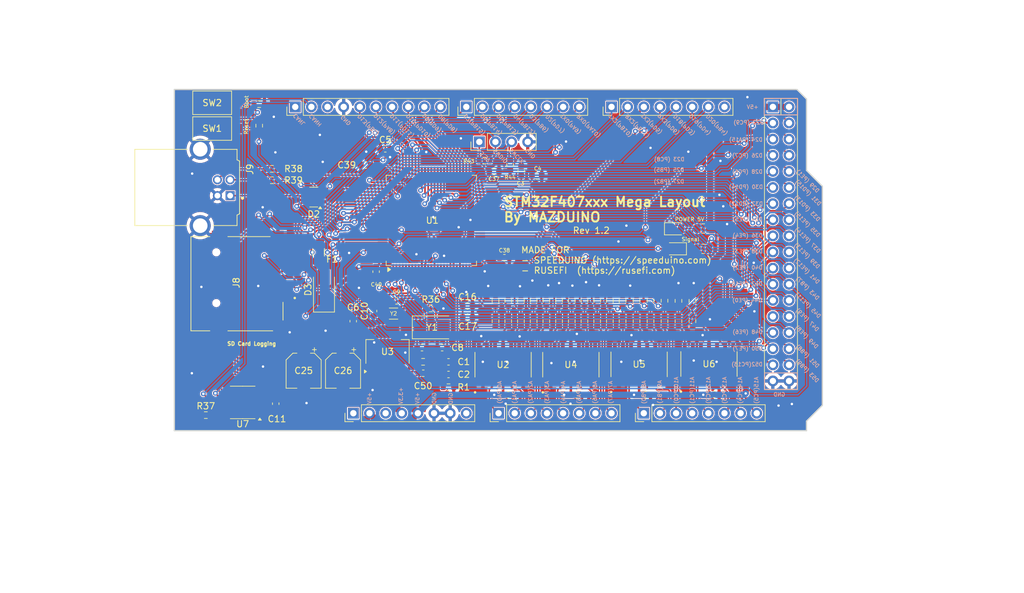
<source format=kicad_pcb>
(kicad_pcb (version 20240108) (generator "pcbnew") (generator_version "8.0")
  (layers (0 "F.Cu" signal) (31 "B.Cu" signal) (34 "B.Paste" user) (35 "F.Paste" user) (36 "B.SilkS" user "B.Silkscreen") (37 "F.SilkS" user "F.Silkscreen") (38 "B.Mask" user) (39 "F.Mask" user) (44 "Edge.Cuts" user))
  (net 0 "")
  (net 1 "/D7")
  (net 2 "/D5")
  (net 3 "/D4")
  (net 4 "/D6")
  (net 5 "/D2")
  (net 6 "/D12")
  (net 7 "/CANH")
  (net 8 "/CANL")
  (net 9 "/D11")
  (net 14 "/D8")
  (net 15 "/D13")
  (net 16 "/D9")
  (net 17 "/D10")
  (net 18 "/D20")
  (net 19 "/D21")
  (net 20 "/D25")
  (net 21 "/D31")
  (net 22 "/D24")
  (net 23 "/D33")
  (net 24 "/D39")
  (net 25 "/D41")
  (net 26 "/D42")
  (net 27 "/D47")
  (net 28 "/D48")
  (net 29 "/D35")
  (net 30 "/D26")
  (net 31 "/D49")
  (net 32 "/D37")
  (net 33 "/D29")
  (net 34 "/D30")
  (net 35 "/D36")
  (net 36 "/D34")
  (net 37 "/D22")
  (net 38 "/D50")
  (net 39 "/D45")
  (net 40 "/D23")
  (net 41 "/D28")
  (net 42 "/D44")
  (net 43 "/D32")
  (net 44 "/A1")
  (net 45 "/A2")
  (net 46 "/A3")
  (net 47 "/A6")
  (net 48 "/A0")
  (net 49 "/A7")
  (net 50 "/A4")
  (net 51 "/A5")
  (net 52 "/A8")
  (net 53 "/A12")
  (net 54 "/A11")
  (net 55 "/A14")
  (net 56 "/A13")
  (net 57 "/A15")
  (net 58 "Earth")
  (net 59 "Net-(U1-VREF+)")
  (net 60 "Net-(U1-VCAP_1)")
  (net 61 "Net-(U1-VCAP_2)")
  (net 62 "+5V")
  (net 63 "/TXD2")
  (net 64 "/USB D+")
  (net 65 "/PA6")
  (net 66 "/PA5")
  (net 67 "/D51")
  (net 68 "/PA3")
  (net 69 "/PC3")
  (net 70 "/SWDIO")
  (net 71 "/RXD3")
  (net 72 "/PC5")
  (net 73 "/RXD2")
  (net 74 "/D46")
  (net 75 "/D19")
  (net 76 "/D53")
  (net 77 "+3.3V")
  (net 78 "/TXD3")
  (net 79 "/PA1")
  (net 80 "/TXCAN")
  (net 81 "/PC4")
  (net 82 "/SPI3 MISO")
  (net 83 "/PA4")
  (net 84 "/D3")
  (net 85 "/D52")
  (net 86 "/D43")
  (net 87 "/D38")
  (net 88 "/Boot1")
  (net 89 "/PA2")
  (net 90 "/D40")
  (net 91 "/PC0")
  (net 92 "/PA7")
  (net 93 "/PC1")
  (net 94 "/Boot0")
  (net 95 "/PB0")
  (net 96 "/OSC_IN")
  (net 97 "/SPI3 CLK")
  (net 98 "/PA0")
  (net 99 "/SPI3 MOSI")
  (net 100 "/SD CS")
  (net 101 "/PC2")
  (net 102 "/OSC32_IN")
  (net 103 "/USB D-")
  (net 104 "/RXD1")
  (net 105 "/D18")
  (net 106 "/OSC_OUT")
  (net 107 "/SWCLK")
  (net 108 "/RXCAN")
  (net 109 "/PB1")
  (net 110 "/NRST")
  (net 111 "/TXD1")
  (net 112 "/OSC32_OUT")
  (net 113 "/A9")
  (net 114 "/A10")
  (net 115 "Net-(U2A--)")
  (net 116 "Net-(U2B--)")
  (net 117 "Net-(U2C--)")
  (net 118 "Net-(U2D--)")
  (net 119 "Net-(U4A--)")
  (net 120 "Net-(U4B--)")
  (net 121 "Net-(U4C--)")
  (net 123 "Net-(U4D--)")
  (net 125 "Net-(U7-Rs)")
  (net 127 "USB-Pwr")
  (net 128 "Net-(D3-A)")
  (net 129 "Net-(J9-D+)")
  (net 130 "Net-(J9-D-)")
  (net 131 "Net-(U5A--)")
  (net 132 "Net-(U5B--)")
  (net 133 "Net-(U5C--)")
  (net 134 "Net-(U5D--)")
  (net 135 "Net-(U6A--)")
  (net 136 "Net-(U6B--)")
  (net 137 "Net-(U6C--)")
  (net 138 "Net-(U6D--)")
  (net 139 "Net-(LED1-A)")
  (net 140 "Net-(LED2-K)")
  (footprint "Resistor_SMD:R_0603_1608Metric" (layer "F.Cu") (at 176.8 106 -90)
    (property "Reference" "R30" (hide yes))
    (property "Value" "470")
  )
  (footprint "Resistor_SMD:R_0603_1608Metric" (layer "F.Cu") (at 147.8 102.8 90)
    (property "Reference" "R8" (hide yes))
    (property "Value" "910")
  )
  (footprint "Package_TO_SOT_SMD:SOT-223-3_TabPin2" (layer "F.Cu") (at 128.8 110.8 90)
    (property "Reference" "U3")
    (property "Value" "AMS1117-3.3")
  )
  (footprint "Capacitor_SMD:C_0603_1608Metric" (layer "F.Cu") (at 145.575 82.4)
    (property "Reference" "C37")
    (property "Value" "100nF")
  )
  (footprint "Resistor_SMD:R_0603_1608Metric" (layer "F.Cu") (at 145.8 106 -90)
    (property "Reference" "R3" (hide yes))
    (property "Value" "470")
  )
  (footprint "Capacitor_SMD:C_0603_1608Metric" (layer "F.Cu") (at 152.3 83.1 180)
    (property "Reference" "C4")
    (property "Value" "1uf")
  )
  (footprint "MCP6004T_I_SL:SOIC127P600X175-14N" (layer "F.Cu") (at 146.99 112.855 90)
    (property "Reference" "U2")
    (property "Value" "MCP6004")
  )
  (footprint "Connector_PinHeader_2.54mm:PinHeader_1x08_P2.54mm_Vertical" (layer "F.Cu") (at 164.06 72.24 90)
    (property "Reference" "J2" (hide yes))
    (property "Value" "Conn_01x08_Pin")
  )
  (footprint "Capacitor_SMD:C_0603_1608Metric" (layer "F.Cu") (at 130.2 102.8 180)
    (property "Reference" "C9")
    (property "Value" "20pF")
  )
  (footprint "Resistor_SMD:R_0603_1608Metric" (layer "F.Cu") (at 159.8 102.8 90)
    (property "Reference" "R18" (hide yes))
    (property "Value" "910")
  )
  (footprint "Resistor_SMD:R_0603_1608Metric" (layer "F.Cu") (at 110.6 82)
    (property "Reference" "R38")
    (property "Value" "22")
  )
  (footprint "Capacitor_SMD:CP_Elec_5x5.4" (layer "F.Cu") (at 115.6 113.8 -90)
    (property "Reference" "C25")
    (property "Value" "47uf")
  )
  (footprint "Resistor_SMD:R_0603_1608Metric" (layer "F.Cu") (at 134.4 112.4 180)
    (property "Reference" "R2" (hide yes))
    (property "Value" "470")
  )
  (footprint "Capacitor_SMD:C_0603_1608Metric" (layer "F.Cu") (at 134.225 110.175)
    (property "Reference" "C7" (hide yes))
    (property "Value" "12pF")
  )
  (footprint "Resistor_SMD:R_0603_1608Metric" (layer "F.Cu") (at 170.2 106 -90)
    (property "Reference" "R27" (hide yes))
    (property "Value" "470")
  )
  (footprint "Resistor_SMD:R_0603_1608Metric" (layer "F.Cu") (at 172.4 102.775 90)
    (property "Reference" "R32" (hide yes))
    (property "Value" "910")
  )
  (footprint "Capacitor_SMD:C_0603_1608Metric" (layer "F.Cu") (at 147.2 96)
    (property "Reference" "C38")
    (property "Value" "100nF")
  )
  (footprint "Resistor_SMD:R_0603_1608Metric" (layer "F.Cu") (at 144.05 80.7)
    (property "Reference" "R43")
    (property "Value" "10K")
  )
  (footprint "Resistor_SMD:R_0603_1608Metric" (layer "F.Cu") (at 149.8 102.8 90)
    (property "Reference" "R9" (hide yes))
    (property "Value" "910")
  )
  (footprint "Resistor_SMD:R_0603_1608Metric" (layer "F.Cu") (at 148.1 81.4 -90)
    (property "Reference" "R44")
    (property "Value" "10K")
  )
  (footprint "Resistor_SMD:R_0603_1608Metric" (layer "F.Cu") (at 163.8 102.8 90)
    (property "Reference" "R24" (hide yes))
    (property "Value" "910")
  )
  (footprint "Fuse:Fuse_1206_3216Metric" (layer "F.Cu") (at 117.95 95.15 -90)
    (property "Reference" "F1")
    (property "Value" "Polyfuse_Small")
  )
  (footprint "Crystal:Crystal_SMD_5032-2Pin_5.0x3.2mm" (layer "F.Cu") (at 135.75 106.975)
    (property "Reference" "Y1")
    (property "Value" "8Mhz")
  )
  (footprint "USB_TYPE-B:ASSMANN_USB_TYPE-B" (layer "F.Cu") (at 97.265519 84.932759 -90)
    (property "Reference" "J9")
    (property "Value" "AU-Y1007")
  )
  (footprint "Capacitor_SMD:C_0603_1608Metric" (layer "F.Cu") (at 134.425 114.2 180)
    (property "Reference" "C50")
    (property "Value" "100nf")
  )
  (footprint "Resistor_SMD:R_0603_1608Metric" (layer "F.Cu") (at 157.8 102.8 90)
    (property "Reference" "R17" (hide yes))
    (property "Value" "910")
  )
  (footprint "Package_TO_SOT_SMD:SOT-143" (layer "F.Cu") (at 117.2 86.45 180)
    (property "Reference" "D2")
    (property "Value" "SP0503BAHT")
  )
  (footprint "Resistor_SMD:R_0603_1608Metric" (layer "F.Cu") (at 163.8 106 -90)
    (property "Reference" "R20" (hide yes))
    (property "Value" "470")
  )
  (footprint "Capacitor_SMD:C_0603_1608Metric" (layer "F.Cu") (at 149.85 82.35 -90)
    (property "Reference" "C3")
    (property "Value" "2.2uf")
  )
  (footprint "Resistor_SMD:R_0603_1608Metric" (layer "F.Cu") (at 174.6 102.8 90)
    (property "Reference" "R33" (hide yes))
    (property "Value" "910")
  )
  (footprint "Button_Switch_SMD:SW_SPST_CK_RS282G05A3" (layer "F.Cu") (at 101.2 71.6)
    (property "Reference" "SW2")
    (property "Value" "SW_Push")
  )
  (footprint "Capacitor_SMD:C_0603_1608Metric" (layer "F.Cu") (at 126.6 104.4 90)
    (property "Reference" "C10")
    (property "Value" "20pF")
  )
  (footprint "Resistor_SMD:R_0603_1608Metric" (layer "F.Cu") (at 165.8 106 -90)
    (property "Reference" "R21" (hide yes))
    (property "Value" "470")
  )
  (footprint "Capacitor_SMD:C_0603_1608Metric" (layer "F.Cu") (at 125.375 81.4 180)
    (property "Reference" "C39")
    (property "Value" "100nF")
  )
  (footprint "Resistor_SMD:R_0603_1608Metric" (layer "F.Cu") (at 138.4 116.4)
    (property "Reference" "R1")
    (property "Value" "910")
  )
  (footprint "Package_QFP:LQFP-100_14x14mm_P0.5mm" (layer "F.Cu") (at 135.7 90.125 90)
    (property "Reference" "U1")
    (property "Value" "STM32F407VGTx")
  )
  (footprint "Resistor_SMD:R_0603_1608Metric" (layer "F.Cu") (at 108.6 71.8 180)
    (property "Reference" "R41" (hide yes))
    (property "Value" "10k")
  )
  (footprint "Capacitor_SMD:C_0603_1608Metric" (layer "F.Cu") (at 158.575 117.6)
    (property "Reference" "C13" (hide yes))
    (property "Value" "100nF")
  )
  (footprint "Resistor_SMD:R_0603_1608Metric" (layer "F.Cu") (at 135.6 104)
    (property "Reference" "R36")
    (property "Value" "1M")
  )
  (footprint "Connector_PinHeader_2.54mm:PinHeader_1x08_P2.54mm_Vertical" (layer "F.Cu") (at 123.42 120.5 90)
    (property "Reference" "J3" (hide yes))
    (property "Value" "Conn_01x08_Pin")
  )
  (footprint "Capacitor_SMD:CP_Elec_5x5.4" (layer "F.Cu") (at 121.8 113.8 -90)
    (property "Reference" "C26")
    (property "Value" "47uf")
  )
  (footprint "Resistor_SMD:R_0603_1608Metric" (layer "F.Cu") (at 168 106 -90)
    (property "Reference" "R22" (hide yes))
    (property "Value" "470")
  )
  (footprint "Connector_PinHeader_2.54mm:PinHeader_1x08_P2.54mm_Vertical" (layer "F.Cu") (at 169.14 120.5 90)
    (property "Reference" "J5" (hide yes))
    (property "Value" "Conn_01x08_Pin")
  )
  (footprint "LED_SMD:LED_0805_2012Metric" (layer "F.Cu") (at 174.165 94.6 180)
    (property "Reference" "LED2" (hide yes))
    (property "Value" "RED")
  )
  (footprint "Button_Switch_SMD:SW_SPST_CK_RS282G05A3" (layer "F.Cu") (at 101.2 75.65)
    (property "Reference" "SW1")
    (property "Value" "SW_Push")
  )
  (footprint "Resistor_SMD:R_0603_1608Metric" (layer "F.Cu") (at 149.8 106 -90)
    (property "Reference" "R5" (hide yes))
    (property "Value" "470")
  )
  (footprint "Connector_PinHeader_2.54mm:PinHeader_1x08_P2.54mm_Vertical" (layer "F.Cu") (at 146.28 120.5 90)
    (property "Reference" "J4" (hide yes))
    (property "Value" "Conn_01x08_Pin")
  )
  (footprint "Connector_PinHeader_2.54mm:PinHeader_1x10_P2.54mm_Vertical" (layer "F.Cu") (at 114.275 72.24 90)
    (property "Reference" "J6" (hide yes))
    (property "Value" "Conn_01x10_Pin")
  )
  (footprint "LED_SMD:LED_0805_2012Metric" (layer "F.Cu") (at 174.0775 91.445)
    (property "Reference" "LED1" (hide yes))
    (property "Value" "RED")
  )
  (footprint "Capacitor_SMD:C_0603_1608Metric" (layer "F.Cu") (at 123.4 106 90)
    (property "Reference" "C6")
    (property "Value" "100nF")
  )
  (footprint "Connector_PinHeader_2.54mm:PinHeader_1x08_P2.54mm_Vertical" (layer "F.Cu") (at 141.2 72.24 90)
    (property "Reference" "J1" (hide yes))
    (property "Value" "Conn_01x08_Pin")
  )
  (footprint "Capacitor_SMD:C_0603_1608Metric" (layer "F.Cu") (at 141.4 105.4 180)
    (property "Reference" "C17")
    (property "Value" "100nF")
  )
  (footprint "Resistor_SMD:R_0603_1608Metric" (layer "F.Cu") (at 170.2 102.8 90)
    (property "Reference" "R31" (hide yes))
    (property "Value" "910")
  )
  (footprint "Resistor_SMD:R_0603_1608Metric" (layer "F.Cu") (at 151.8 106 -90)
    (property "Reference" "R6" (hide yes))
    (property "Value" "470")
  )
  (footprint "Resistor_SMD:R_0603_1608Metric" (layer "F.Cu") (at 100.2 120.8)
    (property "Reference" "R37")
    (property "Value" "4.7K")
  )
  (footprint "Resistor_SMD:R_0603_1608Metric" (layer "F.Cu") (at 153.8 106 -90)
    (property "Reference" "R11" (hide yes))
    (property "Value" "470")
  )
  (footprint "Resistor_SMD:R_0603_1608Metric" (layer "F.Cu") (at 145.8 102.8 90)
    (property "Reference" "R7" (hide yes))
    (property "Value" "910")
  )
  (footprint "Resistor_SMD:R_0805_2012Metric" (layer "F.Cu") (at 178.4875 91.4 180)
    (property "Reference" "R42" (hide yes))
    (property "Value" "470r")
  )
  (footprint "Crystal:Crystal_SMD_3215-2Pin_3.2x1.5mm" (layer "F.Cu") (at 129.75 104.8)
    (property "Reference" "Y2")
    (property "Value" "32.768KHz")
  )
  (footprint "Resistor_SMD:R_0603_1608Metric" (layer "F.Cu") (at 151.8 102.775 90)
    (property "Reference" "R10" (hide yes))
    (property "Value" "910")
  )
  (footprint "Capacitor_SMD:C_0603_1608Metric" (layer "F.Cu") (at 141.4 103.6)
    (property "Reference" "C16")
    (property "Value" "1uF")
  )
  (footprint "Capacitor_SMD:C_0603_1608Metric" (layer "F.Cu") (at 147.8 117.6)
    (property "Reference" "C12" (hide yes))
    (property "Value" "100nF")
  )
  (footprint "Resistor_SMD:R_0603_1608Metric" (layer "F.Cu") (at 176.8 102.8 90)
    (property "Reference" "R34" (hide yes))
    (property "Value" "910")
  )
  (footprint "Resistor_SMD:R_0603_1608Metric" (layer "F.Cu") (at 168 102.8 90)
    (property "Reference" "R26" (hide yes))
    (property "Value" "910")
  )
  (footprint "Package_SO:SOIC-8_3.9x4.9mm_P1.27mm" (layer "F.Cu") (at 106 118.8 180)
    (property "Reference" "U7")
    (property "Value" "MCP2551-I-SN")
  )
  (footprint "Capacitor_SMD:C_0603_1608Metric" (layer "F.Cu") (at 127 98.2 -90)
    (property "Reference" "C40")
    (property "Value" "100nF")
  )
  (footprint "Capacitor_SMD:C_0603_1608Metric" (layer "F.Cu") (at 169.425 117.6)
    (property "Reference" "C14" (hide yes))
    (property "Value" "100nF")
  )
  (footprint "Capacitor_SMD:C_0603_1608Metric" (layer "F.Cu") (at 180.225 117.545)
    (property "Reference" "C15" (hide yes))
    (property "Value" "100nF")
  )
  (footprint "Connector_PinHeader_2.54mm:PinHeader_1x04_P2.54mm_Vertical" (layer "F.Cu") (at 143.25 77.75 90)
    (property "Reference" "J10" (hide yes))
    (property "Value" "Conn_01x04_Pin")
  )
  (footprint "Resistor_SMD:R_0603_1608Metric" (layer "F.Cu") (at 174.6 106 -90)
    (property "Reference" "R29" (hide yes))
    (property "Value" "470")
  )
  (footprint "MCP6004T_I_SL:SOIC127P600X175-14N" (layer "F.Cu") (at 179.4 112.745 90)
    (property "Reference" "U6")
    (property "Value" "MCP6004")
  )
  (footprint "Resistor_SMD:R_0603_1608Metric" (layer "F.Cu") (at 108.6 75.2 90)
    (property "Reference" "R40" (hide yes))
    (property "Value" "10k")
  )
  (footprint "MCP6004T_I_SL:SOIC127P600X175-14N" (layer "F.Cu") (at 157.66 112.855 90)
    (property "Reference" "U4")
    (property "Value" "MCP6004")
  )
  (footprint "MCP6004T_I_SL:SOIC127P600X175-14N" (layer "F.Cu") (at 168.4 112.8 90)
    (property "Reference" "U5")
    (property "Value" "MCP6004")
  )
  (footprint "Resistor_SMD:R_0603_1608Metric" (layer "F.Cu") (at 161.8 102.8 90)
    (property "Reference" "R23" (hide yes))
    (property "Value" "910")
  )
  (footprint "Connector_PinHeader_2.54mm:PinHeader_2x18_P2.54mm_Vertical" (layer "F.Cu") (at 189.46 72.24)
    (property "Reference" "J7" (hide yes))
    (property "Value" "Conn_02x18")
  )
  (footprint "Capacitor_SMD:C_0603_1608Metric" (layer "F.Cu") (at 137.4 110.175 180)
    (property "Reference" "C8")
    (property "Value" "12pF")
  )
  (footprint "Resistor_SMD:R_0603_1608Metric" (layer "F.Cu") (at 172.4 106 -90)
    (property "Reference" "R28" (hide yes))
    (property "Value" "470")
  )
  (footprint "Resistor_SMD:R_0603_1608Metric" (layer "F.Cu") (at 165.8 102.8 90)
    (property "Reference" "R25" (hide yes))
    (property "Value" "910")
  )
  (footprint "Resistor_SMD:R_0603_1608Metric" (layer "F.Cu") (at 159.8 106 -90)
    (property "Reference" "R14" (hide yes))
    (property "Value" "470")
  )
  (footprint "Resistor_SMD:R_0603_1608Metric" (layer "F.Cu") (at 147.8 106 -90)
    (property "Reference" "R4" (hide yes))
    (property "Value" "470")
  )
  (footprint "MSD_1_A:CUI_MSD-1-A" (layer "F.Cu") (at 105.1 100.1 -90)
    (property "Reference" "J8")
    (property "Value" "MSD-1-A")
  )
  (footprint "Capacitor_SMD:C_0603_1608Metric" (layer "F.Cu") (at 128.45 78.85)
    (property "Reference" "C5")
    (property "Value" "2.2uf")
  )
  (footprint "Resistor_SMD:R_0603_1608Metric" (layer "F.Cu") (at 153.8 102.775 90)
    (property "Reference" "R15" (hide yes))
    (property "Value" "910")
  )
  (footprint "Resistor_SMD:R_0603_1608Metric" (layer "F.Cu") (at 161.8 106 -90)
    (property "Reference" "R19" (hide yes))
    (property "Value" "470")
  )
  (footprint "Capacitor_SMD:C_0603_1608Metric" (layer "F.Cu") (at 111.2 119 90)
    (property "Reference" "C11")
    (property "Value" "100nF")
  )
  (footprint "Resistor_SMD:R_0805_2012Metric" (layer "F.Cu") (at 178.4875 94.6)
    (property "Reference" "R35" (hide yes))
    (property "Value" "470r")
  )
  (footprint "Resistor_SMD:R_0603_1608Metric" (layer "F.Cu") (at 155.8 106 -90)
    (property "Reference" "R12" (hide yes))
    (property "Value" "470")
  )
  (footprint "Capacitor_SMD:C_0603_1608Metric" (layer "F.Cu") (at 138.4 114.4)
    (property "Reference" "C2")
    (property "Value" "100nF")
  )
  (footprint "Resistor_SMD:R_0603_1608Metric" (layer "F.Cu") (at 155.8 102.775 90)
    (property "Reference" "R16" (hide yes))
    (property "Value" "910")
  )
  (footprint "Diode_SMD:D_SMA" (layer "F.Cu") (at 118.8 101.05 90)
    (property "Reference" "D3")
    (property "Value" "SS13")
  )
  (footprint "Resistor_SMD:R_0603_1608Metric" (layer "F.Cu") (at 157.8 106 -90)
    (property "Reference" "R13" (hide yes))
    (property "Value" "470")
  )
  (footprint "Capacitor_SMD:C_0603_1608Metric" (layer "F.Cu") (at 138.4 112.4 180)
    (property "Reference" "C1")
    (property "Value" "1uF")
  )
  (footprint "Resistor_SMD:R_0603_1608Metric" (layer "F.Cu") (at 110.6 83.8 180)
    (property "Reference" "R39")
    (property "Value" "22")
  )
  (gr_rect (start 188.1 70.9) (end 193.35 73.5) (stroke (width 0.15)) (fill none) (layer "B.SilkS"))
  (gr_rect (start 188.15 114.15) (end 193.3 116.75) (stroke (width 0.15)) (fill none) (layer "B.SilkS"))
  (gr_line (start 95.25 69.5) (end 193.25 69.5) (stroke (width 0.2)) (layer "Edge.Cuts"))
  (gr_line (start 194.75 123.25) (end 95.25 123.25) (stroke (width 0.2)) (layer "Edge.Cuts"))
  (gr_line (start 193.25 69.5) (end 194.75 71) (stroke (width 0.2)) (layer "Edge.Cuts"))
  (gr_line (start 95.25 123.25) (end 95.25 69.5) (stroke (width 0.2)) (layer "Edge.Cuts"))
  (gr_line (start 197.25 84.75) (end 197.25 119.25) (stroke (width 0.2)) (layer "Edge.Cuts"))
  (gr_line (start 194.75 82.25) (end 197.25 84.75) (stroke (width 0.2)) (layer "Edge.Cuts"))
  (gr_line (start 197.25 119.25) (end 194.75 121.75) (stroke (width 0.2)) (layer "Edge.Cuts"))
  (gr_line (start 194.75 71) (end 194.75 82.25) (stroke (width 0.2)) (layer "Edge.Cuts"))
  (gr_line (start 194.75 121.75) (end 194.75 123.25) (stroke (width 0.2)) (layer "Edge.Cuts"))
  (gr_text "A5(PA5)" (at 159.3 115.35 90) (layer "B.SilkS") (effects (font (size 0.6 0.6) (thickness 0.1) (bold yes)) (justify left bottom mirror)))
  (gr_text "D4(PB12)" (at 149 73.2 135) (layer "B.SilkS") (effects (font (size 0.6 0.6) (thickness 0.1) (bold yes)) (justify left bottom mirror)))
  (gr_text "D47 (PE9)" (at 196.35 107.75 315) (layer "B.SilkS") (effects (font (size 0.6 0.6) (thickness 0.1) (bold yes)) (justify left bottom mirror)))
  (gr_text "D31 (PD15)" (at 196.7 87.95 -45) (layer "B.SilkS") (effects (font (size 0.6 0.6) (thickness 0.1) (bold yes)) (justify left bottom mirror)))
  (gr_text "TX0(PA9)" (at 156.4 73.2 135) (layer "B.SilkS") (effects (font (size 0.6 0.6) (thickness 0.1) (bold yes)) (justify left bottom mirror)))
  (gr_text "D9(PD9)" (at 134.65 73.15 135) (layer "B.SilkS") (effects (font (size 0.6 0.6) (thickness 0.1) (bold yes)) (justify left bottom mirror)))
  (gr_text "D5(PB13)" (at 146.35 73.2 135) (layer "B.SilkS") (effects (font (size 0.6 0.6) (thickness 0.1) (bold yes)) (justify left bottom mirror)))
  (gr_text "D23 (PC8)" (at 175.6 80.85 0) (layer "B.SilkS") (effects (font (size 0.6 0.6) (thickness 0.1) (bold yes)) (justify left bottom mirror)))
  (gr_text "D11(PD11)" (at 129.55 73.2 135) (layer "B.SilkS") (effects (font (size 0.6 0.6) (thickness 0.1) (bold yes)) (justify left bottom mirror)))
  (gr_text "D41 (PE12)" (at 196.45 100.25 315) (layer "B.SilkS") (effects (font (size 0.6 0.6) (thickness 0.1) (bold yes)) (justify left bottom mirror)))
  (gr_text "D44 (PE0)" (at 187.85 103.05 0) (layer "B.SilkS") (effects (font (size 0.6 0.6) (thickness 0.1) (bold yes)) (justify left bottom mirror)))
  (gr_text "A9(PB1)" (at 172 115.25 90) (layer "B.SilkS") (effects (font (size 0.6 0.6) (thickness 0.1) (bold yes)) (justify left bottom mirror)))
  (gr_text "D45 (PE11)" (at 196.65 105.65 315) (layer "B.SilkS") (effects (font (size 0.6 0.6) (thickness 0.1) (bold yes)) (justify left bottom mirror)))
  (gr_text "TX2(PB10)" (at 164 73.2 135) (layer "B.SilkS") (effects (font (size 0.6 0.6) (thickness 0.1) (bold yes)) (justify left bottom mirror)))
  (gr_text "D24 (PA15)" (at 187.9 77.75 0) (layer "B.SilkS") (effects (font (size 0.6 0.6) (thickness 0.1) (bold yes)) (justify left bottom mirror)))
  (gr_text "+5V" (at 187.25 72.6 0) (layer "B.SilkS") (effects (font (size 0.6 0.6) (thickness 0.1) (bold yes)) (justify left bottom mirror)))
  (gr_text "RX2(PB11)" (at 166.6 73.25 135) (layer "B.SilkS") (effects (font (size 0.6 0.6) (thickness 0.1) (bold yes)) (justify left bottom mirror)))
  (gr_text "D7(PB15)" (at 141.15 73.2 135) (layer "B.SilkS") (effects (font (size 0.6 0.6) (thickness 0.1) (bold yes)) (justify left bottom mirror)))
  (gr_text "D19(PD4)" (at 176.65 73.2 135) (layer "B.SilkS") (effects (font (size 0.6 0.6) (thickness 0.1) (bold yes)) (justify left bottom mirror)))
  (gr_text "A8(PB0)" (at 169.5 115.3 90) (layer "B.SilkS") (effects (font (size 0.6 0.6) (thickness 0.1) (bold yes)) (justify left bottom mirror)))
  (gr_text "A0(PA0)" (at 146.8 115.35 90) (layer "B.SilkS") (effects (font (size 0.6 0.6) (thickness 0.1) (bold yes)) (justify left bottom mirror)))
  (gr_text "D42 (PE10)" (at 187.9 100.45 0) (layer "B.SilkS") (effects (font (size 0.6 0.6) (thickness 0.1) (bold yes)) (justify left bottom mirror)))
  (gr_text "A7(PA7)" (at 164.25 115.35 90) (layer "B.SilkS") (effects (font (size 0.6 0.6) (thickness 0.1) (bold yes)) (justify left bottom mirror)))
  (gr_text "D6(PB14)" (at 143.8 73.2 135) (layer "B.SilkS") (effects (font (size 0.6 0.6) (thickness 0.1) (bold yes)) (justify left bottom mirror)))
  (gr_text "D36 (PE4)" (at 187.9 92.85 0) (layer "B.SilkS") (effects (font (size 0.6 0.6) (thickness 0.1) (bold yes)) (justify left bottom mirror)))
  (gr_text "D52(PC13)" (at 187.9 113.15 0) (layer "B.SilkS") (effects (font (size 0.6 0.6) (thickness 0.1) (bold yes)) (justify left bottom mirror)))
  (gr_text "SWDIO" (at 145.8 78.7 135) (layer "B.SilkS") (effects (font (size 0.6 0.6) (thickness 0.1) (bold yes)) (justify left bottom mirror)))
  (gr_text "D22 (PC9)" (at 188.1 75.05 0) (layer "B.SilkS") (effects (font (size 0.6 0.6) (thickness 0.1) (bold yes)) (justify left bottom mirror)))
  (gr_text "D43 (PB7)" (at 196.4 102.8 315) (layer "B.SilkS") (effects (font (size 0.6 0.6) (thickness 0.1) (bold yes)) (justify left bottom mirror)))
  (gr_text "GND" (at 139.1 117.2 90) (layer "B.SilkS") (effects (font (size 0.6 0.6) (thickness 0.1) (bold yes)) (justify left bottom mirror)))
  (gr_text "A11(PC1)" (at 177.1 114.7 90) (layer "B.SilkS") (effects (font (size 0.6 0.6) (thickness 0.1) (bold yes)) (justify left bottom mirror)))
  (gr_text "A2(PA2)" (at 151.65 115.35 90) (layer "B.SilkS") (effects (font (size 0.6 0.6) (thickness 0.1) (bold yes)) (justify left bottom mirror)))
  (gr_text "D25 (PB5)" (at 175.55 82.5 0) (layer "B.SilkS") (effects (font (size 0.6 0.6) (thickness 0.1) (bold yes)) (justify left bottom mirror)))
  (gr_text "D48 (PE6)" (at 187.9 108.05 0) (layer "B.SilkS") (effects (font (size 0.6 0.6) (thickness 0.1) (bold yes)) (justify left bottom mirror)))
  (gr_text "RX3(PD6)" (at 171.7 73.15 135) (layer "B.SilkS") (effects (font (size 0.6 0.6) (thickness 0.1) (bold yes)) (justify left bottom mirror)))
  (gr_text "GND" (at 150.85 78.65 135) (layer "B.SilkS") (effects (font (size 0.6 0.6) (thickness 0.1) (bold yes)) (justify left bottom mirror)))
  (gr_text "+5V" (at 133.85 117.15 90) (layer "B.SilkS") (effects (font (size 0.6 0.6) (thickness 0.1) (bold yes)) (justify left bottom mirror)))
  (gr_text "GND" (at 121.8 73.4 135) (layer "B.SilkS") (effects (font (size 0.6 0.6) (thickness 0.1) (bold yes)) (justify left bottom mirror)))
  (gr_text "A4(PA4)" (at 156.8 115.35 90) (layer "B.SilkS") (effects (font (size 0.6 0.6) (thickness 0.1) (bold yes)) (justify left bottom mirror)))
  (gr_text "A13(PC3)" (at 182.2 114.7 90) (layer "B.SilkS") (effects (font (size 0.6 0.6) (thickness 0.1) (bold yes)) (justify left bottom mirror)))
  (gr_text "D34 (PE5)" (at 187.9 90.3 0) (layer "B.SilkS") (effects (font (size 0.6 0.6) (thickness 0.1) (bold yes)) (justify left bottom mirror)))
  (gr_text "+3.3V" (at 143.15 78.55 135) (layer "B.SilkS") (effects (font (size 0.6 0.6) (thickness 0.1) (bold yes)) (justify left bottom mirror)))
  (gr_text "A12(PC2)" (at 179.65 114.7 90) (layer "B.SilkS") (effects (font (size 0.6 0.6) (thickness 0.1) (bold yes)) (justify left bottom mirror)))
  (gr_text "D13(PB3)" (at 124.45 73.25 135) (layer "B.SilkS") (effects (font (size 0.6 0.6) (thickness 0.1) (bold yes)) (justify left bottom mirror)))
  (gr_text "A6(PA6)" (at 161.8 115.35 90) (layer "B.SilkS") (effects (font (size 0.6 0.6) (thickness 0.1) (bold yes)) (justify left bottom mirror)))
  (gr_text "D29 (PE1)" (at 196.4 85.9 -45) (layer "B.SilkS") (effects (font (size 0.6 0.6) (thickness 0.1) (bold yes)) (justify left bottom mirror)))
  (gr_text "TX3(PD5)" (at 169.1 73.15 135) (layer "B.SilkS") (effects (font (size 0.6 0.6) (thickness 0.1) (bold yes)) (justify left bottom mirror)))
  (gr_text "D35 (PE15)" (at 196.55 92.9 315) (layer "B.SilkS") (effects (font (size 0.6 0.6) (thickness 0.1) (bold yes)) (justify left bottom mirror)))
  (gr_text "GND" (at 136.5 117.15 90) (layer "B.SilkS") (effects (font (size 0.6 0.6) (thickness 0.1) (bold yes)) (justify left bottom mirror)))
  (gr_text "SWCLK" (at 148.3 78.65 135) (layer "B.SilkS") (effects (font (size 0.6 0.6) (thickness 0.1) (bold yes)) (justify left bottom mirror)))
  (gr_text "D3(PB6)" (at 151.5 73.2 135) (layer "B.SilkS") (effects (font (size 0.6 0.6) (thickness 0.1) (bold yes)) (justify left bottom mirror)))
  (gr_text "D33 (PD13)" (at 196.55 90.4 315) (layer "B.SilkS") (effects (font (size 0.6 0.6) (thickness 0.1) (bold yes)) (justify left bottom mirror)))
  (gr_text "GND" (at 191.45 117.9 0) (layer "B.SilkS") (effects (font (size 0.6 0.6) (thickness 0.1) (bold yes)) (justify left bottom mirror)))
  (gr_text "CANL" (at 114.3 73.15 135) (layer "B.SilkS") (effects (font (size 0.6 0.6) (thickness 0.1) (bold yes)) (justify left bottom mirror)))
  (gr_text "D32 (PD12)" (at 187.95 87.85 0) (layer "B.SilkS") (effects (font (size 0.6 0.6) (thickness 0.1) (bold yes)) (justify left bottom mirror)))
  (gr_text "A15(PC5)" (at 187.2 114.7 90) (layer "B.SilkS") (effects (font (size 0.6 0.6) (thickness 0.1) (bold yes)) (justify left bottom mirror)))
  (gr_text "D2(PD7)" (at 154.05 73.3 135) (layer "B.SilkS") (effects (font (size 0.6 0.6) (thickness 0.1) (bold yes)) (justify left bottom mirror)))
  (gr_text "A14(PC4)" (at 184.65 114.7 90) (layer "B.SilkS") (effects (font (size 0.6 0.6) (thickness 0.1) (bold yes)) (justify left bottom mirror)))
  (gr_text "D10(PD10)" (at 132.1 73.2 135) (layer "B.SilkS") (effects (font (size 0.6 0.6) (thickness 0.1) (bold yes)) (justify left bottom mirror)))
  (gr_text "D18(PD3)" (at 174.15 73.25 135) (layer "B.SilkS") (effects (font (size 0.6 0.6) (thickness 0.1) (bold yes)) (justify left bottom mirror)))
  (gr_text "D49 (PE8)" (at 196.25 110.45 315) (layer "B.SilkS") (effects (font (size 0.6 0.6) (thickness 0.1) (bold yes)) (justify left bottom mirror)))
  (gr_text "D26 (PC7)" (at 187.9 80.25 0) (layer "B.SilkS") (effects (font (size 0.6 0.6) (thickness 0.1) (bold yes)) (justify left bottom mirror)))
  (gr_text "D8(PD8)" (at 137.15 73.25 135) (layer "B.SilkS") (effects (font (size 0.6 0.6) (thickness 0.1) (bold yes)) (justify left bottom mirror)))
  (gr_text "D39 (PE13)" (at 196.5 97.85 315) (layer "B.SilkS") (effects (font (size 0.6 0.6) (thickness 0.1) (bold yes)) (justify left bottom mirror)))
  (gr_text "D51 (PB8)" (at 196.4 113.5 315) (layer "B.SilkS") (effects (font (size 0.6 0.6) (thickness 0.1) (bold yes)) (justify left bottom mirror)))
  (gr_text "A3(PA3)" (at 154.25 115.35 90) (layer "B.SilkS") (effects (font (size 0.6 0.6) (thickness 0.1) (bold yes)) (justify left bottom mirror)))
  (gr_text "+5V" (at 126.3 117.15 90) (layer "B.SilkS") (effects (font (size 0.6 0.6) (thickness 0.1) (bold yes)) (justify left bottom mirror)))
  (gr_text "D20(PB4)" (at 179.3 73.25 135) (layer "B.SilkS") (effects (font (size 0.6 0.6) (thickness 0.1) (bold yes)) (justify left bottom mirror)))
  (gr_text "D30 (PD14)" (at 187.95 85.2 0) (layer "B.SilkS") (effects (font (size 0.6 0.6) (thickness 0.1) (bold yes)) (justify left bottom mirror)))
  (gr_text "D12(PA8)" (at 127 73.15 135) (layer "B.SilkS") (effects (font (size 0.6 0.6) (thickness 0.1) (bold yes)) (justify left bottom mirror)))
  (gr_text "+3.3V" (at 131.25 116.35 90) (layer "B.SilkS") (effects (font (size 0.6 0.6) (thickness 0.1) (bold yes)) (justify left bottom mirror)))
  (gr_text "D38 (PE3)" (at 187.9 95.35 0) (layer "B.SilkS") (effects (font (size 0.6 0.6) (thickness 0.1) (bold yes)) (justify left bottom mirror)))
  (gr_text "D28 (PC6)" (at 187.9 82.8 0) (layer "B.SilkS") (effects (font (size 0.6 0.6) (thickness 0.1) (bold yes)) (justify left bottom mirror)))
  (gr_text "D27 (PB2)" (at 175.55 84.35 0) (layer "B.SilkS") (effects (font (size 0.6 0.6) (thickness 0.1) (bold yes)) (justify left bottom mirror)))
  (gr_text "D53 (PB9)" (at 196.35 115.8 315) (layer "B.SilkS") (effects (font (size 0.6 0.6) (thickness 0.1) (bold yes)) (justify left bottom mirror)))
  (gr_text "A1(PA1)" (at 149.15 115.35 90) (layer "B.SilkS") (effects (font (size 0.6 0.6) (thickness 0.1) (bold yes)) (justify left bottom mirror)))
  (gr_text "RX0(PA10)" (at 158.95 73.25 135) (layer "B.SilkS") (effects (font (size 0.6 0.6) (thickness 0.1) (bold yes)) (justify left bottom mirror)))
  (gr_text "D37 (PE14)" (at 196.6 95.4 315) (layer "B.SilkS") (effects (font (size 0.6 0.6) (thickness 0.1) (bold yes)) (justify left bottom mirror)))
  (gr_text "D50 (PE7)" (at 187.9 110.65 0) (layer "B.SilkS") (effects (font (size 0.6 0.6) (thickness 0.1) (bold yes)) (justify left bottom mirror)))
  (gr_text "CANH" (at 116.8 73.2 135) (layer "B.SilkS") (effects (font (size 0.6 0.6) (thickness 0.1) (bold yes)) (justify left bottom mirror)))
  (gr_text "A10(PC0)" (at 174.6 114.7 90) (layer "B.SilkS") (effects (font (size 0.6 0.6) (thickness 0.1) (bold yes)) (justify left bottom mirror)))
  (gr_text "D40 (PE2)" (at 187.9 97.9 0) (layer "B.SilkS") (effects (font (size 0.6 0.6) (thickness 0.1) (bold yes)) (justify left bottom mirror)))
  (gr_text "POWER 5V" (at 176.35 89.95 0) (layer "F.SilkS") (effects (font (size 0.6 0.6) (thickness 0.1) (bold yes))))
  (gr_text "STM32F407xxx Mega Layout\nBy MAZDUINO" (at 146.95 90.5 0) (layer "F.SilkS") (effects (font (size 1.5 1.5) (thickness 0.3) (bold yes)) (justify left bottom)))
  (gr_text "MADE FOR\n- SPEEDUINO (https://speeduino.com)\n- RUSEFI  (https://rusefi.com)\n\n" (at 149.75 100.2 0) (layer "F.SilkS") (effects (font (size 1 1)) (justify left bottom)))
  (gr_text "Reset" (at 106.9 76.65 90) (layer "F.SilkS") (effects (font (size 0.6 0.6) (thickness 0.1) (bold yes)) (justify left bottom)))
  (gr_text "Boot" (at 106.95 72.55 90) (layer "F.SilkS") (effects (font (size 0.6 0.6) (thickness 0.1) (bold yes)) (justify left bottom)))
  (gr_text "Signal" (at 176.5 93.1 0) (layer "F.SilkS") (effects (font (size 0.6 0.6) (thickness 0.1) (bold yes))))
  (gr_text "SD Card Logging" (at 103.5 109.9 0) (layer "F.SilkS") (effects (font (size 0.6 0.6) (thickness 0.15) (bold yes)) (justify left bottom)))
  (gr_text "Rev 1.2" (at 157.9 92.3 0) (layer "F.SilkS") (effects (font (size 1 1)) (justify left bottom)))
  (segment (start 136.427439 73.849999) (end 136.094081 73.849999) (width 0.25) (layer "F.Cu") (net 1))
  (segment (start 141.2 72.24) (end 139.59 73.85) (width 0.25) (layer "F.Cu") (net 1))
  (segment (start 135.0476 75.67128) (end 140.2 80.82368) (width 0.25) (layer "F.Cu") (net 1))
  (segment (start 140.2 80.82368) (end 140.2 82.45) (width 0.25) (layer "F.Cu") (net 1))
  (segment (start 139.59 73.85) (end 136.427439 73.849999) (width 0.25) (layer "F.Cu") (net 1))
  (segment (start 135.0476 74.89648) (end 135.0476 75.67128) (width 0.25) (layer "F.Cu") (net 1))
  (segment (start 136.094081 73.849999) (end 135.0476 74.89648) (width 0.25) (layer "F.Cu") (net 1))
  (segment (start 143.8452 74.6548) (end 136.42744 74.6548) (width 0.25) (layer "F.Cu") (net 2))
  (segment (start 146.28 72.24) (end 146.26 72.24) (width 0.25) (layer "F.Cu") (net 2))
  (segment (start 146.26 72.24) (end 143.8452 74.6548) (width 0.25) (layer "F.Cu") (net 2))
  (segment (start 135.9548 75.44032) (end 141.2 80.68552) (width 0.25) (layer "F.Cu") (net 2))
  (segment (start 135.9548 75.12744) (end 135.9548 75.44032) (width 0.25) (layer "F.Cu") (net 2))
  (segment (start 141.2 80.68552) (end 141.2 82.45) (width 0.25) (layer "F.Cu") (net 2))
  (segment (start 136.42744 74.6548) (end 135.9548 75.12744) (width 0.25) (layer "F.Cu") (net 2))
  (segment (start 146.0028 75.0572) (end 136.59412 75.0572) (width 0.25) (layer "F.Cu") (net 3))
  (segment (start 136.36744 75.28388) (end 141.7 80.61644) (width 0.25) (layer "F.Cu") (net 3))
  (segment (start 141.7 80.61644) (end 141.7 82.45) (width 0.25) (layer "F.Cu") (net 3))
  (segment (start 148.82 72.24) (end 146.0028 75.0572) (width 0.25) (layer "F.Cu") (net 3))
  (segment (start 136.59412 75.0572) (end 136.36744 75.28388) (width 0.25) (layer "F.Cu") (net 3))
  (segment (start 135.45 75.06316) (end 135.45 75.5046) (width 0.25) (layer "F.Cu") (net 4))
  (segment (start 140.7 80.7546) (end 140.7 82.45) (width 0.25) (layer "F.Cu") (net 4))
  (segment (start 141.7276 74.2524) (end 136.26076 74.2524) (width 0.25) (layer "F.Cu") (net 4))
  (segment (start 143.74 72.24) (end 141.7276 74.2524) (width 0.25) (layer "F.Cu") (net 4))
  (segment (start 136.26076 74.2524) (end 135.45 75.06316) (width 0.25) (layer "F.Cu") (net 4))
  (segment (start 135.45 75.5046) (end 140.7 80.7546) (width 0.25) (layer "F.Cu") (net 4))
  (segment (start 122.177281 90.8082) (end 122.977479 90.8082) (width 0.25) (layer "F.Cu") (net 5))
  (segment (start 123.718801 91.1976) (end 124.791401 90.125) (width 0.25) (layer "F.Cu") (net 5))
  (segment (start 120.637544 92.183579) (end 120.801902 92.183579) (width 0.25) (layer "F.Cu") (net 5))
  (segment (start 122.977479 90.8082) (end 123.366879 91.1976) (width 0.25) (layer "F.Cu") (net 5))
  (segment (start 123.366879 91.1976) (end 123.718801 91.1976) (width 0.25) (layer "F.Cu") (net 5))
  (segment (start 124.791401 90.125) (end 128.025 90.125) (width 0.25) (layer "F.Cu") (net 5))
  (segment (start 120.801902 92.183579) (end 122.177281 90.8082) (width 0.25) (layer "F.Cu") (net 5))
  (via (at 120.637544 92.183579) (size 0.762) (drill 0.381) (layers "F.Cu" "B.Cu") (net 5))
  (segment (start 129.039398 78.413201) (end 132.950199 74.5024) (width 0.25) (layer "B.Cu") (net 5))
  (segment (start 119.6024 90.6024) (end 119.6024 87.0476) (width 0.25) (layer "B.Cu") (net 5))
  (segment (start 119.6024 87.0476) (end 128.236799 78.413201) (width 0.25) (layer "B.Cu") (net 5))
  (segment (start 128.236799 78.413201) (end 129.039398 78.413201) (width 0.25) (layer "B.Cu") (net 5))
  (segment (start 151.6376 74.5024) (end 153.9 72.24) (width 0.25) (layer "B.Cu") (net 5))
  (segment (start 132.950199 74.5024) (end 151.6376 74.5024) (width 0.25) (layer "B.Cu") (net 5))
  (segment (start 120.637544 92.183579) (end 120.637544 91.637544) (width 0.25) (layer "B.Cu") (net 5))
  (segment (start 120.637544 91.637544) (end 119.6024 90.6024) (width 0.25) (layer "B.Cu") (net 5))
  (segment (start 126.975 72.825) (end 129.5 75.35) (width 0.25) (layer "F.Cu") (net 6))
  (segment (start 130.1 75.35) (end 132.302399 77.552399) (width 0.25) (layer "F.Cu") (net 6))
  (segment (start 133.7 79.65) (end 133.7 82.45) (width 0.25) (layer "F.Cu") (net 6))
  (segment (start 132.302399 77.552399) (end 133.007639 77.552399) (width 0.25) (layer "F.Cu") (net 6))
  (segment (start 129.5 75.35) (end 130.1 75.35) (width 0.25) (layer "F.Cu") (net 6))
  (segment (start 133.007639 77.552399) (end 133.39332 77.93808) (width 0.25) (layer "F.Cu") (net 6))
  (segment (start 133.39332 77.93808) (end 133.39332 78.09332) (width 0.25) (layer "F.Cu") (net 6))
  (segment (start 126.975 72.24) (end 126.975 72.825) (width 0.25) (layer "F.Cu") (net 6))
  (segment (start 134.05 79.3) (end 133.7 79.65) (width 0.25) (layer "F.Cu") (net 6))
  (segment (start 133.39332 78.09332) (end 134.05 78.75) (width 0.25) (layer "F.Cu") (net 6))
  (segment (start 134.05 78.75) (end 134.05 79.3) (width 0.25) (layer "F.Cu") (net 6))
  (segment (start 103.525 119.435) (end 101.785 119.435) (width 0.25) (layer "F.Cu") (net 7))
  (segment (start 101.785 119.435) (end 99.8 117.45) (width 0.25) (layer "F.Cu") (net 7))
  (via (at 99.8 117.45) (size 0.762) (drill 0.381) (layers "F.Cu" "B.Cu") (net 7))
  (segment (start 115.6876 71.1126) (end 116.815 72.24) (width 0.25) (layer "B.Cu") (net 7))
  (segment (start 99.8 117.45) (end 105.9476 111.3024) (width 0.25) (layer "B.Cu") (net 7))
  (segment (start 105.9476 111.3024) (end 105.9476 72.402201) (width 0.25) (layer "B.Cu") (net 7))
  (segment (start 105.9476 72.402201) (end 107.237201 71.1126) (width 0.25) (layer "B.Cu") (net 7))
  (segment (start 107.237201 71.1126) (end 115.6876 71.1126) (width 0.25) (layer "B.Cu") (net 7))
  (segment (start 102.515 118.165) (end 103.525 118.165) (width 0.25) (layer "F.Cu") (net 8))
  (segment (start 101.7 117.35) (end 102.515 118.165) (width 0.25) (layer "F.Cu") (net 8))
  (via (at 101.7 117.35) (size 0.762) (drill 0.381) (layers "F.Cu" "B.Cu") (net 8))
  (segment (start 107.403881 71.515) (end 106.35 72.568881) (width 0.25) (layer "B.Cu") (net 8))
  (segment (start 106.35 112.7) (end 101.7 117.35) (width 0.25) (layer "B.Cu") (net 8))
  (segment (start 114.275 72.24) (end 113.55 71.515) (width 0.25) (layer "B.Cu") (net 8))
  (segment (start 106.35 72.568881) (end 106.35 112.7) (width 0.25) (layer "B.Cu") (net 8))
  (segment (start 113.55 71.515) (end 107.403881 71.515) (width 0.25) (layer "B.Cu") (net 8))
  (segment (start 130.8 73.7) (end 138.2 81.1) (width 0.25) (layer "F.Cu") (net 9))
  (segment (start 129.515 72.24) (end 129.515 72.965) (width 0.25) (layer "F.Cu") (net 9))
  (segment (start 130.25 73.7) (end 130.8 73.7) (width 0.25) (layer "F.Cu") (net 9))
  (segment (start 129.515 72.965) (end 130.25 73.7) (width 0.25) (layer "F.Cu") (net 9))
  (segment (start 138.2 81.1) (end 138.2 82.45) (width 0.25) (layer "F.Cu") (net 9))
  (segment (start 134.645199 75.837959) (end 139.7 80.89276) (width 0.25) (layer "F.Cu") (net 14))
  (segment (start 137.135 72.24) (end 134.645199 74.729801) (width 0.25) (layer "F.Cu") (net 14))
  (segment (start 134.645199 74.729801) (end 134.645199 75.837959) (width 0.25) (layer "F.Cu") (net 14))
  (segment (start 139.7 80.89276) (end 139.7 82.45) (width 0.25) (layer "F.Cu") (net 14))
  (segment (start 125.7 77) (end 124.435 75.735) (width 0.25) (layer "F.Cu") (net 15))
  (segment (start 123.200199 91.6) (end 123.885481 91.6) (width 0.25) (layer "F.Cu") (net 15))
  (segment (start 128.1001 80.6001) (end 128.45 80.2502) (width 0.25) (layer "F.Cu") (net 15))
  (segment (start 123.066799 91.4666) (end 123.200199 91.6) (width 0.25) (layer "F.Cu") (net 15))
  (segment (start 124.435 75.735) (end 124.435 72.24) (width 0.25) (layer "F.Cu") (net 15))
  (segment (start 128.1 77) (end 125.7 77) (width 0.25) (layer "F.Cu") (net 15))
  (segment (start 128.45 77.35) (end 128.1 77) (width 0.25) (layer "F.Cu") (net 15))
  (segment (start 122.45 91.4666) (end 123.066799 91.4666) (width 0.25) (layer "F.Cu") (net 15))
  (segment (start 128.45 80.2502) (end 128.45 77.35) (width 0.25) (layer "F.Cu") (net 15))
  (segment (start 123.885481 91.6) (end 124.860481 90.625) (width 0.25) (layer "F.Cu") (net 15))
  (segment (start 124.860481 90.625) (end 128.025 90.625) (width 0.25) (layer "F.Cu") (net 15))
  (via (at 122.45 91.4666) (size 0.762) (drill 0.381) (layers "F.Cu" "B.Cu") (net 15))
  (via (at 128.1001 80.6001) (size 0.762) (drill 0.381) (layers "F.Cu" "B.Cu") (net 15))
  (segment (start 128.1001 80.6001) (end 126.61898 80.6001) (width 0.25) (layer "B.Cu") (net 15))
  (segment (start 121.31908 91.75) (end 122.1666 91.75) (width 0.25) (layer "B.Cu") (net 15))
  (segment (start 120.0048 87.21428) (end 120.0048 90.43572) (width 0.25) (layer "B.Cu") (net 15))
  (segment (start 122.1666 91.75) (end 122.45 91.4666) (width 0.25) (layer "B.Cu") (net 15))
  (segment (start 126.61898 80.6001) (end 120.0048 87.21428) (width 0.25) (layer "B.Cu") (net 15))
  (segment (start 120.0048 90.43572) (end 121.31908 91.75) (width 0.25) (layer "B.Cu") (net 15))
  (segment (start 133 74.76184) (end 139.2 80.96184) (width 0.25) (layer "F.Cu") (net 16))
  (segment (start 133 73.835) (end 133 74.76184) (width 0.25) (layer "F.Cu") (net 16))
  (segment (start 139.2 80.96184) (end 139.2 82.45) (width 0.25) (layer "F.Cu") (net 16))
  (segment (start 134.595 72.24) (end 133 73.835) (width 0.25) (layer "F.Cu") (net 16))
  (segment (start 132.055 72.24) (end 132.055 74.38592) (width 0.25) (layer "F.Cu") (net 17))
  (segment (start 138.7 81.03092) (end 138.7 82.45) (width 0.25) (layer "F.Cu") (net 17))
  (segment (start 132.055 74.38592) (end 138.7 81.03092) (width 0.25) (layer "F.Cu") (net 17))
  (segment (start 127.224552 91.125) (end 128.025 91.125) (width 0.25) (layer "F.Cu") (net 18))
  (segment (start 124.95 91.4666) (end 125.0834 91.6) (width 0.25) (layer "F.Cu") (net 18))
  (segment (start 126.749552 91.6) (end 127.224552 91.125) (width 0.25) (layer "F.Cu") (net 18))
  (segment (start 125.0834 91.6) (end 126.749552 91.6) (width 0.25) (layer "F.Cu") (net 18))
  (via (at 124.95 91.4666) (size 0.762) (drill 0.381) (layers "F.Cu" "B.Cu") (net 18))
  (segment (start 124.95 90.25) (end 133.412002 81.787998) (width 0.25) (layer "B.Cu") (net 18))
  (segment (start 133.412002 81.787998) (end 169.752002 81.787998) (width 0.25) (layer "B.Cu") (net 18))
  (segment (start 124.95 91.4666) (end 124.95 90.25) (width 0.25) (layer "B.Cu") (net 18))
  (segment (start 169.752002 81.787998) (end 179.3 72.24) (width 0.25) (layer "B.Cu") (net 18))
  (segment (start 187.247679 75.9074) (end 186.237479 76.9176) (width 0.25) (layer "F.Cu") (net 20))
  (segment (start 175.465601 81.934399) (end 169.4 88) (width 0.25) (layer "F.Cu") (net 20))
  (segment (start 192 77.32) (end 190.5874 75.9074) (width 0.25) (layer "F.Cu") (net 20))
  (segment (start 190.5874 75.9074) (end 187.247679 75.9074) (width 0.25) (layer "F.Cu") (net 20))
  (segment (start 169.4 88) (end 169.4 91.2) (width 0.25) (layer "F.Cu") (net 20))
  (segment (start 131 91.6) (end 130.8 91.6) (width 0.25) (layer "F.Cu") (net 20))
  (segment (start 182.4 79.610481) (end 182.4 79.8) (width 0.25) (layer "F.Cu") (net 20))
  (segment (start 130.775 91.625) (end 128.025 91.625) (width 0.25) (layer "F.Cu") (net 20))
  (segment (start 185.092881 76.9176) (end 182.4 79.610481) (width 0.25) (layer "F.Cu") (net 20))
  (segment (start 178.2 81.934399) (end 175.465601 81.934399) (width 0.25) (layer "F.Cu") (net 20))
  (segment (start 130.8 91.6) (end 130.775 91.625) (width 0.25) (layer "F.Cu") (net 20))
  (segment (start 186.237479 76.9176) (end 185.092881 76.9176) (width 0.25) (layer "F.Cu") (net 20))
  (via (at 178.2 81.934399) (size 0.762) (drill 0.381) (layers "F.Cu" "B.Cu") (net 20))
  (via (at 131 91.6) (size 0.762) (drill 0.381) (layers "F.Cu" "B.Cu") (net 20))
  (via (at 169.4 91.2) (size 0.762) (drill 0.381) (layers "F.Cu" "B.Cu") (net 20))
  (via (at 182.4 79.8) (size 0.762) (drill 0.381) (layers "F.Cu" "B.Cu") (net 20))
  (segment (start 131.5 92.1) (end 131 91.6) (width 0.25) (layer "B.Cu") (net 20))
  (segment (start 180.334399 79.8) (end 182.4 79.8) (width 0.25) (layer "B.Cu") (net 20))
  (segment (start 178.2 81.934399) (end 180.334399 79.8) (width 0.25) (layer "B.Cu") (net 20))
  (segment (start 168.5 92.1) (end 131.5 92.1) (width 0.25) (layer "B.Cu") (net 20))
  (segment (start 169.4 91.2) (end 168.5 92.1) (width 0.25) (layer "B.Cu") (net 20))
  (segment (start 190.7476 83.6876) (end 192 84.94) (width 0.25) (layer "F.Cu") (net 21))
  (segment (start 185.8832 86.3168) (end 188.5124 83.6876) (width 0.25) (layer "F.Cu") (net 21))
  (segment (start 136.978901 87.3416) (end 136.7916 87.3416) (width 0.25) (layer "F.Cu") (net 21))
  (segment (start 188.5124 83.6876) (end 190.7476 83.6876) (width 0.25) (layer "F.Cu") (net 21))
  (segment (start 136.2 86.75) (end 136.2 82.45) (width 0.25) (layer "F.Cu") (net 21))
  (segment (start 186.285597 90.5344) (end 185.8832 90.132003) (width 0.25) (layer "F.Cu") (net 21))
  (segment (start 136.7916 87.3416) (end 136.2 86.75) (width 0.25) (layer "F.Cu") (net 21))
  (segment (start 185.8832 90.132003) (end 185.8832 86.3168) (width 0.25) (layer "F.Cu") (net 21))
  (via (at 136.978901 87.3416) (size 0.762) (drill 0.381) (layers "F.Cu" "B.Cu") (net 21))
  (via (at 186.285597 90.5344) (size 0.762) (drill 0.381) (layers "F.Cu" "B.Cu") (net 21))
  (segment (start 186.285597 90.5344) (end 185.8832 90.132003) (width 0.25) (layer "B.Cu") (net 21))
  (segment (start 185.8832 90.132003) (end 185.8832 89.05228) (width 0.25) (layer "B.Cu") (net 21))
  (segment (start 185.8832 89.05228) (end 181.83812 85.0072) (width 0.25) (layer "B.Cu") (net 21))
  (segment (start 181.83812 85.0072) (end 144.22372 85.0072) (width 0.25) (layer "B.Cu") (net 21))
  (segment (start 141.63332 87.5976) (end 137.234901 87.5976) (width 0.25) (layer "B.Cu") (net 21))
  (segment (start 144.22372 85.0072) (end 141.63332 87.5976) (width 0.25) (layer "B.Cu") (net 21))
  (segment (start 137.234901 87.5976) (end 136.978901 87.3416) (width 0.25) (layer "B.Cu") (net 21))
  (segment (start 184.9416 78) (end 185.6216 77.32) (width 0.25) (layer "F.Cu") (net 22))
  (segment (start 186.0708 77.320001) (end 186.404158 77.320001) (width 0.25) (layer "F.Cu") (net 22))
  (segment (start 186.404158 77.320001) (end 187.414359 76.3098) (width 0.25) (layer "F.Cu") (net 22))
  (segment (start 128.825448 84.625) (end 128.025 84.625) (width 0.25) (layer "F.Cu") (net 22))
  (segment (start 187.414359 76.3098) (end 188.4498 76.3098) (width 0.25) (layer "F.Cu") (net 22))
  (segment (start 185.6216 77.32) (end 186.0708 77.320001) (width 0.25) (layer "F.Cu") (net 22))
  (segment (start 188.4498 76.3098) (end 189.46 77.32) (width 0.25) (layer "F.Cu") (net 22))
  (segment (start 130.4 86.199552) (end 128.825448 84.625) (width 0.25) (layer "F.Cu") (net 22))
  (segment (start 130.4 86.3) (end 130.4 86.199552) (width 0.25) (layer "F.Cu") (net 22))
  (via (at 130.4 86.3) (size 0.762) (drill 0.381) (layers "F.Cu" "B.Cu") (net 22))
  (via (at 184.9416 78) (size 0.762) (drill 0.381) (layers "F.Cu" "B.Cu") (net 22))
  (segment (start 178.124001 81.275999) (end 181.45 77.95) (width 0.25) (layer "B.Cu") (net 22))
  (segment (start 177.5416 81.8584) (end 177.5416 81.66168) (width 0.25) (layer "B.Cu") (net 22))
  (segment (start 181.45 77.95) (end 184.8916 77.95) (width 0.25) (layer "B.Cu") (net 22))
  (segment (start 177.209602 82.190398) (end 177.5416 81.8584) (width 0.25) (layer "B.Cu") (net 22))
  (segment (start 130.4 86.3) (end 130.4 85.36908) (width 0.25) (layer "B.Cu") (net 22))
  (segment (start 177.5416 81.66168) (end 177.927281 81.275999) (width 0.25) (layer "B.Cu") (net 22))
  (segment (start 133.578682 82.190398) (end 177.209602 82.190398) (width 0.25) (layer "B.Cu") (net 22))
  (segment (start 130.4 85.36908) (end 133.578682 82.190398) (width 0.25) (layer "B.Cu") (net 22))
  (segment (start 184.8916 77.95) (end 184.9416 78) (width 0.25) (layer "B.Cu") (net 22))
  (segment (start 177.927281 81.275999) (end 178.124001 81.275999) (width 0.25) (layer "B.Cu") (net 22))
  (segment (start 137.2 85.8) (end 137.2 82.45) (width 0.25) (layer "F.Cu") (net 23))
  (segment (start 137.6808 86.2808) (end 137.2 85.8) (width 0.25) (layer "F.Cu") (net 23))
  (segment (start 138.522901 86.2808) (end 137.6808 86.2808) (width 0.25) (layer "F.Cu") (net 23))
  (segment (start 190.8726 88.6074) (end 192 87.48) (width 0.25) (layer "F.Cu") (net 23))
  (segment (start 187.2 89.64572) (end 188.23832 88.6074) (width 0.25) (layer "F.Cu") (net 23))
  (segment (start 188.23832 88.6074) (end 190.8726 88.6074) (width 0.25) (layer "F.Cu") (net 23))
  (segment (start 187.2 90.5344) (end 187.2 89.64572) (width 0.25) (layer "F.Cu") (net 23))
  (segment (start 138.778901 86.5368) (end 138.522901 86.2808) (width 0.25) (layer "F.Cu") (net 23))
  (via (at 138.778901 86.5368) (size 0.762) (drill 0.381) (layers "F.Cu" "B.Cu") (net 23))
  (via (at 187.2 90.5344) (size 0.762) (drill 0.381) (layers "F.Cu" "B.Cu") (net 23))
  (segment (start 143.82852 84.2024) (end 141.23812 86.7928) (width 0.25) (layer "B.Cu") (net 23))
  (segment (start 141.23812 86.7928) (end 139.034901 86.7928) (width 0.25) (layer "B.Cu") (net 23))
  (segment (start 187.2 90.5344) (end 187.2 89.23092) (width 0.25) (layer "B.Cu") (net 23))
  (segment (start 182.17148 84.2024) (end 143.82852 84.2024) (width 0.25) (layer "B.Cu") (net 23))
  (segment (start 139.034901 86.7928) (end 138.778901 86.5368) (width 0.25) (layer "B.Cu") (net 23))
  (segment (start 187.2 89.23092) (end 182.17148 84.2024) (width 0.25) (layer "B.Cu") (net 23))
  (segment (start 147.2 86.6) (end 146.8 86.6) (width 0.25) (layer "F.Cu") (net 24))
  (segment (start 146.8 86.6) (end 146.275 87.125) (width 0.25) (layer "F.Cu") (net 24))
  (segment (start 146.275 87.125) (end 143.375 87.125) (width 0.25) (layer "F.Cu") (net 24))
  (via (at 147.2 86.6) (size 0.762) (drill 0.381) (layers "F.Cu" "B.Cu") (net 24))
  (segment (start 189.278215 93.9726) (end 187.303215 91.9976) (width 0.25) (layer "B.Cu") (net 24))
  (segment (start 153.929839 87.2024) (end 153.884839 87.1574) (width 0.25) (layer "B.Cu") (net 24))
  (segment (start 148.772719 87.2332) (end 147.8332 87.2332) (width 0.25) (layer "B.Cu") (net 24))
  (segment (start 148.876319 87.3368) (end 148.772719 87.2332) (width 0.25) (layer "B.Cu") (net 24))
  (segment (start 177.674959 89.936799) (end 174.94056 87.2024) (width 0.25) (layer "B.Cu") (net 24))
  (segment (start 187.303215 91.9976) (end 185.25944 91.9976) (width 0.25) (layer "B.Cu") (net 24))
  (segment (start 174.94056 87.2024) (end 153.929839 87.2024) (width 0.25) (layer "B.Cu") (net 24))
  (segment (start 149.902119 87.1574) (end 149.722719 87.3368) (width 0.25) (layer "B.Cu") (net 24))
  (segment (start 153.884839 87.1574) (end 149.902119 87.1574) (width 0.25) (layer "B.Cu") (net 24))
  (segment (start 185.25944 91.9976) (end 183.198639 89.936799) (width 0.25) (layer "B.Cu") (net 24))
  (segment (start 183.198639 89.936799) (end 177.674959 89.936799) (width 0.25) (layer "B.Cu") (net 24))
  (segment (start 192 95.1) (end 190.8726 93.9726) (width 0.25) (layer "B.Cu") (net 24))
  (segment (start 190.8726 93.9726) (end 189.278215 93.9726) (width 0.25) (layer "B.Cu") (net 24))
  (segment (start 149.722719 87.3368) (end 148.876319 87.3368) (width 0.25) (layer "B.Cu") (net 24))
  (segment (start 147.8332 87.2332) (end 147.2 86.6) (width 0.25) (layer "B.Cu") (net 24))
  (segment (start 146.727281 87.3082) (end 146.410481 87.625) (width 0.25) (layer "F.Cu") (net 25))
  (segment (start 148.5 87.8916) (end 147.9416 87.8916) (width 0.25) (layer "F.Cu") (net 25))
  (segment (start 147.9416 87.8916) (end 147.3582 87.3082) (width 0.25) (layer "F.Cu") (net 25))
  (segment (start 147.3582 87.3082) (end 146.727281 87.3082) (width 0.25) (layer "F.Cu") (net 25))
  (segment (start 146.410481 87.625) (end 143.375 87.625) (width 0.25) (layer "F.Cu") (net 25))
  (via (at 148.5 87.8916) (size 0.762) (drill 0.381) (layers "F.Cu" "B.Cu") (net 25))
  (segment (start 181.412199 93.112) (end 186.476681 93.112) (width 0.25) (layer "B.Cu") (net 25))
  (segment (start 180.239398 91.939199) (end 181.412199 93.112) (width 0.25) (layer "B.Cu") (net 25))
  (segment (start 187.9302 95.164585) (end 188.993015 96.2274) (width 0.25) (layer "B.Cu") (net 25))
  (segment (start 153.763159 87.6048) (end 174.77388 87.6048) (width 0.25) (layer "B.Cu") (net 25))
  (segment (start 150.068798 87.559801) (end 153.71816 87.559801) (width 0.25) (layer "B.Cu") (net 25))
  (segment (start 149.889399 87.7392) (end 150.068798 87.559801) (width 0.25) (layer "B.Cu") (net 25))
  (segment (start 186.587181 93.0015) (end 187.43098 93.0015) (width 0.25) (layer "B.Cu") (net 25))
  (segment (start 187.43098 93.0015) (end 187.9302 93.50072) (width 0.25) (layer "B.Cu") (net 25))
  (segment (start 190.5874 96.2274) (end 192 97.64) (width 0.25) (layer "B.Cu") (net 25))
  (segment (start 148.5 87.8916) (end 148.6524 87.7392) (width 0.25) (layer "B.Cu") (net 25))
  (segment (start 174.77388 87.6048) (end 179.108279 91.939199) (width 0.25) (layer "B.Cu") (net 25))
  (segment (start 179.108279 91.939199) (end 180.239398 91.939199) (width 0.25) (layer "B.Cu") (net 25))
  (segment (start 153.71816 87.559801) (end 153.763159 87.6048) (width 0.25) (layer "B.Cu") (net 25))
  (segment (start 188.993015 96.2274) (end 190.5874 96.2274) (width 0.25) (layer "B.Cu") (net 25))
  (segment (start 148.6524 87.7392) (end 149.889399 87.7392) (width 0.25) (layer "B.Cu") (net 25))
  (segment (start 186.476681 93.112) (end 186.587181 93.0015) (width 0.25) (layer "B.Cu") (net 25))
  (segment (start 187.9302 93.50072) (end 187.9302 95.164585) (width 0.25) (layer "B.Cu") (net 25))
  (segment (start 149.8 88.8) (end 149.625 88.625) (width 0.25) (layer "F.Cu") (net 26))
  (segment (start 149.625 88.625) (end 143.375 88.625) (width 0.25) (layer "F.Cu") (net 26))
  (via (at 149.8 88.8) (size 0.762) (drill 0.381) (layers "F.Cu" "B.Cu") (net 26))
  (segment (start 187.125398 95.874478) (end 187.125398 94.880159) (width 0.25) (layer "B.Cu") (net 26))
  (segment (start 187.125398 94.880159) (end 186.96594 94.720701) (width 0.25) (layer "B.Cu") (net 26))
  (segment (start 153.429799 88.4096) (end 153.3848 88.364601) (width 0.25) (layer "B.Cu") (net 26))
  (segment (start 186.420502 94.720701) (end 186.099801 94.4) (width 0.25) (layer "B.Cu") (net 26))
  (segment (start 189.46 100.18) (end 189.46 99.72) (width 0.25) (layer "B.Cu") (net 26))
  (segment (start 149.966759 88.8) (end 149.8 88.8) (width 0.25) (layer "B.Cu") (net 26))
  (segment (start 189.46 99.72) (end 188.909801 99.169801) (width 0.25) (layer "B.Cu") (net 26))
  (segment (start 188.826336 99.169801) (end 187.930199 98.273664) (width 0.25) (layer "B.Cu") (net 26))
  (segment (start 174.278481 88.4096) (end 153.429799 88.4096) (width 0.25) (layer "B.Cu") (net 26))
  (segment (start 180.268881 94.4) (end 174.278481 88.4096) (width 0.25) (layer "B.Cu") (net 26))
  (segment (start 187.930199 98.273664) (end 187.930199 96.679279) (width 0.25) (layer "B.Cu") (net 26))
  (segment (start 186.099801 94.4) (end 180.268881 94.4) (width 0.25) (layer "B.Cu") (net 26))
  (segment (start 187.930199 96.679279) (end 187.125398 95.874478) (width 0.25) (layer "B.Cu") (net 26))
  (segment (start 150.402158 88.364601) (end 149.966759 88.8) (width 0.25) (layer "B.Cu") (net 26))
  (segment (start 188.909801 99.169801) (end 188.826336 99.169801) (width 0.25) (layer "B.Cu") (net 26))
  (segment (start 186.96594 94.720701) (end 186.420502 94.720701) (width 0.25) (layer "B.Cu") (net 26))
  (segment (start 153.3848 88.364601) (end 150.402158 88.364601) (width 0.25) (layer "B.Cu") (net 26))
  (segment (start 150.8 89.023001) (end 150.364601 89.4584) (width 0.25) (layer "F.Cu") (net 27))
  (segment (start 149.193881 89.125) (end 143.375 89.125) (width 0.25) (layer "F.Cu") (net 27))
  (segment (start 150.364601 89.4584) (end 149.527281 89.4584) (width 0.25) (layer "F.Cu") (net 27))
  (segment (start 149.527281 89.4584) (end 149.193881 89.125) (width 0.25) (layer "F.Cu") (net 27))
  (via (at 150.8 89.023001) (size 0.762) (drill 0.381) (layers "F.Cu" "B.Cu") (net 27))
  (segment (start 188.332601 101.301681) (end 188.332601 102.296879) (width 0.25) (layer "B.Cu") (net 27))
  (segment (start 151.056 88.767001) (end 153.21812 88.767001) (width 0.25) (layer "B.Cu") (net 27))
  (segment (start 150.8 89.023001) (end 151.056 88.767001) (width 0.25) (layer "B.Cu") (net 27))
  (segment (start 174.111801 88.812) (end 180.102202 94.802401) (width 0.25) (layer "B.Cu") (net 27))
  (segment (start 153.21812 88.767001) (end 153.263119 88.812) (width 0.25) (layer "B.Cu") (net 27))
  (segment (start 180.102202 94.802401) (end 183.602401 94.802401) (width 0.25) (layer "B.Cu") (net 27))
  (segment (start 188.332601 102.296879) (end 188.3326 103.186985) (width 0.25) (layer "B.Cu") (net 27))
  (segment (start 189.278215 104.1326) (end 190.8726 104.1326) (width 0.25) (layer "B.Cu") (net 27))
  (segment (start 184.857499 97.826579) (end 188.332601 101.301681) (width 0.25) (layer "B.Cu") (net 27))
  (segment (start 190.8726 104.1326) (end 192 105.26) (width 0.25) (layer "B.Cu") (net 27))
  (segment (start 153.263119 88.812) (end 174.111801 88.812) (width 0.25) (layer "B.Cu") (net 27))
  (segment (start 188.3326 103.186985) (end 189.278215 104.1326) (width 0.25) (layer "B.Cu") (net 27))
  (segment (start 183.602401 94.802401) (end 184.857499 96.057499) (width 0.25) (layer "B.Cu") (net 27))
  (segment (start 184.857499 96.057499) (end 184.857499 97.826579) (width 0.25) (layer "B.Cu") (net 27))
  (segment (start 188.257919 107.8) (end 189.46 107.8) (width 0.25) (layer "F.Cu") (net 28))
  (segment (start 131.7 100.663388) (end 131.7 97.8) (width 0.25) (layer "F.Cu") (net 28))
  (segment (start 182.863522 99.799443) (end 182.863522 102.405603) (width 0.25) (layer "F.Cu") (net 28))
  (segment (start 182.863522 102.405603) (end 188.257919 107.8) (width 0.25) (layer "F.Cu") (net 28))
  (segment (start 131.752746 100.716134) (end 131.7 100.663388) (width 0.25) (layer "F.Cu") (net 28))
  (via (at 182.863522 99.799443) (size 0.762) (drill 0.381) (layers "F.Cu" "B.Cu") (net 28))
  (via (at 131.752746 100.716134) (size 0.762) (drill 0.381) (layers "F.Cu" "B.Cu") (net 28))
  (segment (start 175.24292 105.188) (end 135.2 105.188) (width 0.25) (layer "B.Cu") (net 28))
  (segment (start 132 100.963388) (end 131.752746 100.716134) (width 0.25) (layer "B.Cu") (net 28))
  (segment (start 132 101.988) (end 132 100.963388) (width 0.25) (layer "B.Cu") (net 28))
  (segment (start 182.272565 100.3904) (end 180.04052 100.3904) (width 0.25) (layer "B.Cu") (net 28))
  (segment (start 182.863522 99.799443) (end 182.272565 100.3904) (width 0.25) (layer "B.Cu") (net 28))
  (segment (start 135.2 105.188) (end 132 101.988) (width 0.25) (layer "B.Cu") (net 28))
  (segment (start 180.04052 100.3904) (end 175.24292 105.188) (width 0.25) (layer "B.Cu") (net 28))
  (segment (start 146.10592 86.125) (end 143.375 86.125) (width 0.25) (layer "F.Cu") (net 29))
  (segment (start 148.789519 86) (end 148.328718 85.539199) (width 0.25) (layer "F.Cu") (net 29))
  (segment (start 148.328718 85.539199) (end 146.691721 85.539199) (width 0.25) (layer "F.Cu") (net 29))
  (segment (start 150.588139 86) (end 148.789519 86) (width 0.25) (layer "F.Cu") (net 29))
  (segment (start 146.691721 85.539199) (end 146.10592 86.125) (width 0.25) (layer "F.Cu") (net 29))
  (segment (start 150.684739 86.0966) (end 150.588139 86) (width 0.25) (layer "F.Cu") (net 29))
  (via (at 150.684739 86.0966) (size 0.762) (drill 0.381) (layers "F.Cu" "B.Cu") (net 29))
  (segment (start 150.940739 86.3526) (end 175.22892 86.3526) (width 0.25) (layer "B.Cu") (net 29))
  (segment (start 188.33292 91.1928) (end 188.33292 89.552695) (width 0.25) (layer "B.Cu") (net 29))
  (segment (start 185.5928 91.1928) (end 188.33292 91.1928) (width 0.25) (layer "B.Cu") (net 29))
  (segment (start 183.531998 89.131998) (end 185.5928 91.1928) (width 0.25) (layer "B.Cu") (net 29))
  (segment (start 175.22892 86.3526) (end 178.008318 89.131998) (width 0.25) (layer "B.Cu") (net 29))
  (segment (start 188.33292 89.552695) (end 188.993015 88.8926) (width 0.25) (layer "B.Cu") (net 29))
  (segment (start 190.8726 88.8926) (end 192 90.02) (width 0.25) (layer "B.Cu") (net 29))
  (segment (start 150.684739 86.0966) (end 150.940739 86.3526) (width 0.25) (layer "B.Cu") (net 29))
  (segment (start 188.993015 88.8926) (end 190.8726 88.8926) (width 0.25) (layer "B.Cu") (net 29))
  (segment (start 178.008318 89.131998) (end 183.531998 89.131998) (width 0.25) (layer "B.Cu") (net 29))
  (segment (start 186.43408 79.135) (end 188.735 79.135) (width 0.25) (layer "F.Cu") (net 30))
  (segment (start 135.2 86.95) (end 135.2 82.45) (width 0.25) (layer "F.Cu") (net 30))
  (segment (start 183.8 81.76908) (end 186.43408 79.135) (width 0.25) (layer "F.Cu") (net 30))
  (segment (start 188.735 79.135) (end 189.46 79.86) (width 0.25) (layer "F.Cu") (net 30))
  (segment (start 183.8 82.8) (end 183.8 81.76908) (width 0.25) (layer "F.Cu") (net 30))
  (segment (start 134.65 87.5) (end 135.2 86.95) (width 0.25) (layer "F.Cu") (net 30))
  (via (at 134.65 87.5) (size 0.762) (drill 0.381) (layers "F.Cu" "B.Cu") (net 30))
  (via (at 183.8 82.8) (size 0.762) (drill 0.381) (layers "F.Cu" "B.Cu") (net 30))
  (segment (start 143.495162 83.397598) (end 183.202402 83.397598) (width 0.25) (layer "B.Cu") (net 30))
  (segment (start 139.872719 85.476) (end 139.996719 85.6) (width 0.25) (layer "B.Cu") (net 30))
  (segment (start 136.192881 85.476) (end 139.872719 85.476) (width 0.25) (layer "B.Cu") (net 30))
  (segment (start 135.2 86.468881) (end 136.192881 85.476) (width 0.25) (layer "B.Cu") (net 30))
  (segment (start 135.2 86.95) (end 135.2 86.468881) (width 0.25) (layer "B.Cu") (net 30))
  (segment (start 134.65 87.5) (end 135.2 86.95) (width 0.25) (layer "B.Cu") (net 30))
  (segment (start 183.202402 83.397598) (end 183.8 82.8) (width 0.25) (layer "B.Cu") (net 30))
  (segment (start 139.996719 85.6) (end 141.29276 85.6) (width 0.25) (layer "B.Cu") (net 30))
  (segment (start 141.29276 85.6) (end 143.495162 83.397598) (width 0.25) (layer "B.Cu") (net 30))
  (segment (start 150.71068 89.681401) (end 150.53128 89.860801) (width 0.25) (layer "F.Cu") (net 31))
  (segment (start 152 89.425401) (end 151.744 89.681401) (width 0.25) (layer "F.Cu") (net 31))
  (segment (start 150.53128 89.860801) (end 149.360602 89.860801) (width 0.25) (layer "F.Cu") (net 31))
  (segment (start 149.124801 89.625) (end 143.375 89.625) (width 0.25) (layer "F.Cu") (net 31))
  (segment (start 151.744 89.681401) (end 150.71068 89.681401) (width 0.25) (layer "F.Cu") (net 31))
  (segment (start 149.360602 89.860801) (end 149.124801 89.625) (width 0.25) (layer "F.Cu") (net 31))
  (via (at 152 89.425401) (size 0.762) (drill 0.381) (layers "F.Cu" "B.Cu") (net 31))
  (segment (start 173.945121 89.2144) (end 179.935523 95.204802) (width 0.25) (layer "B.Cu") (net 31))
  (segment (start 152 89.425401) (end 152.211001 89.2144) (width 0.25) (layer "B.Cu") (net 31))
  (segment (start 184.455098 96.255098) (end 184.455098 97.993258) (width 0.25) (layer "B.Cu") (net 31))
  (segment (start 183.404802 95.204802) (end 184.455098 96.255098) (width 0.25) (layer "B.Cu") (net 31))
  (segment (start 184.455098 97.993258) (end 187.9302 101.46836) (width 0.25) (layer "B.Cu") (net 31))
  (segment (start 152.211001 89.2144) (end 173.945121 89.2144) (width 0.25) (layer "B.Cu") (net 31))
  (segment (start 187.9302 101.46836) (end 187.9302 105.324585) (width 0.25) (layer "B.Cu") (net 31))
  (segment (start 187.9302 105.324585) (end 188.993015 106.3874) (width 0.25) (layer "B.Cu") (net 31))
  (segment (start 188.993015 106.3874) (end 190.5874 106.3874) (width 0.25) (layer "B.Cu") (net 31))
  (segment (start 190.5874 106.3874) (end 192 107.8) (width 0.25) (layer "B.Cu") (net 31))
  (segment (start 179.935523 95.204802) (end 183.404802 95.204802) (width 0.25) (layer "B.Cu") (net 31))
  (segment (start 147.481701 85.9416) (end 146.8584 85.9416) (width 0.25) (layer "F.Cu") (net 32))
  (segment (start 146.175 86.625) (end 143.375 86.625) (width 0.25) (layer "F.Cu") (net 32))
  (segment (start 146.8584 85.9416) (end 146.175 86.625) (width 0.25) (layer "F.Cu") (net 32))
  (segment (start 148.114031 86.57393) (end 147.481701 85.9416) (width 0.25) (layer "F.Cu") (net 32))
  (via (at 148.114031 86.57393) (size 0.762) (drill 0.381) (layers "F.Cu" "B.Cu") (net 32))
  (segment (start 148.114031 86.57393) (end 148.920091 86.57393) (width 0.25) (layer "B.Cu") (net 32))
  (segment (start 149.101162 86.755001) (end 175.062241 86.755001) (width 0.25) (layer "B.Cu") (net 32))
  (segment (start 188.9474 91.1474) (end 190.5874 91.1474) (width 0.25) (layer "B.Cu") (net 32))
  (segment (start 183.365318 89.534398) (end 185.42612 91.5952) (width 0.25) (layer "B.Cu") (net 32))
  (segment (start 190.5874 91.1474) (end 192 92.56) (width 0.25) (layer "B.Cu") (net 32))
  (segment (start 175.062241 86.755001) (end 177.841638 89.534398) (width 0.25) (layer "B.Cu") (net 32))
  (segment (start 185.42612 91.5952) (end 188.4996 91.5952) (width 0.25) (layer "B.Cu") (net 32))
  (segment (start 188.4996 91.5952) (end 188.9474 91.1474) (width 0.25) (layer "B.Cu") (net 32))
  (segment (start 177.841638 89.534398) (end 183.365318 89.534398) (width 0.25) (layer "B.Cu") (net 32))
  (segment (start 148.920091 86.57393) (end 149.101162 86.755001) (width 0.25) (layer "B.Cu") (net 32))
  (segment (start 130.6 93.8) (end 129.275 95.125) (width 0.25) (layer "F.Cu") (net 33))
  (segment (start 129.275 95.125) (end 128.025 95.125) (width 0.25) (layer "F.Cu") (net 33))
  (segment (start 188.1274 81.2726) (end 190.8726 81.2726) (width 0.25) (layer "F.Cu") (net 33))
  (segment (start 178.2 86.8) (end 176.2 86.8) (width 0.25) (layer "F.Cu") (net 33))
  (segment (start 188 83.06184) (end 188 81.4) (width 0.25) (layer "F.Cu") (net 33))
  (segment (start 190.8726 81.2726) (end 192 82.4) (width 0.25) (layer "F.Cu") (net 33))
  (segment (start 188 81.4) (end 188.1274 81.2726) (width 0.25) (layer "F.Cu") (net 33))
  (segment (start 184.472004 89.141283) (end 185.0784 88.534887) (width 0.25) (layer "F.Cu") (net 33))
  (segment (start 185.0784 88.534887) (end 185.0784 85.98344) (width 0.25) (layer "F.Cu") (net 33))
  (segment (start 185.0784 85.98344) (end 188 83.06184) (width 0.25) (layer "F.Cu") (net 33))
  (segment (start 176.2 86.8) (end 169.8 93.2) (width 0.25) (layer "F.Cu") (net 33))
  (via (at 130.6 93.8) (size 0.762) (drill 0.381) (layers "F.Cu" "B.Cu") (net 33))
  (via (at 184.472004 89.141283) (size 0.762) (drill 0.381) (layers "F.Cu" "B.Cu") (net 33))
  (via (at 178.2 86.8) (size 0.762) (drill 0.381) (layers "F.Cu" "B.Cu") (net 33))
  (via (at 169.8 93.2) (size 0.762) (drill 0.381) (layers "F.Cu" "B.Cu") (net 33))
  (segment (start 169.1024 92.5024) (end 131.8976 92.5024) (width 0.25) (layer "B.Cu") (net 33))
  (segment (start 169.8 93.2) (end 169.1024 92.5024) (width 0.25) (layer "B.Cu") (net 33))
  (segment (start 184.472004 89.141283) (end 182.130721 86.8) (width 0.25) (layer "B.Cu") (net 33))
  (segment (start 182.130721 86.8) (end 178.2 86.8) (width 0.25) (layer "B.Cu") (net 33))
  (segment (start 131.8976 92.5024) (end 130.6 93.8) (width 0.25) (layer "B.Cu") (net 33))
  (segment (start 186.3416 89.452129) (end 186.3416 86.42748) (width 0.25) (layer "F.Cu") (net 34))
  (segment (start 137.5892 86.9392) (end 136.7 86.05) (width 0.25) (layer "F.Cu") (net 34))
  (segment (start 187.82908 84.94) (end 189.46 84.94) (width 0.25) (layer "F.Cu") (net 34))
  (segment (start 186.5416 89.652129) (end 186.3416 89.452129) (width 0.25) (layer "F.Cu") (net 34))
  (segment (start 137.8 86.9392) (end 137.5892 86.9392) (width 0.25) (layer "F.Cu") (net 34))
  (segment (start 186.3416 86.42748) (end 187.82908 84.94) (width 0.25) (layer "F.Cu") (net 34))
  (segment (start 136.7 86.05) (end 136.7 82.45) (width 0.25) (layer "F.Cu") (net 34))
  (via (at 137.8 86.9392) (size 0.762) (drill 0.381) (layers "F.Cu" "B.Cu") (net 34))
  (via (at 186.5416 89.652129) (size 0.762) (drill 0.381) (layers "F.Cu" "B.Cu") (net 34))
  (segment (start 186.5416 89.652129) (end 186.5416 89.1416) (width 0.25) (layer "B.Cu") (net 34))
  (segment (start 186.5416 89.1416) (end 182.0048 84.6048) (width 0.25) (layer "B.Cu") (net 34))
  (segment (start 143.9952 84.6048) (end 141.4048 87.1952) (width 0.25) (layer "B.Cu") (net 34))
  (segment (start 138.056 87.1952) (end 137.8 86.9392) (width 0.25) (layer "B.Cu") (net 34))
  (segment (start 141.4048 87.1952) (end 138.056 87.1952) (width 0.25) (layer "B.Cu") (net 34))
  (segment (start 182.0048 84.6048) (end 143.9952 84.6048) (width 0.25) (layer "B.Cu") (net 34))
  (segment (start 129.993865 100.006135) (end 130.6 99.4) (width 0.25) (layer "F.Cu") (net 35))
  (segment (start 130.7 98.600448) (end 130.7 97.8) (width 0.25) (layer "F.Cu") (net 35))
  (segment (start 130.6 98.700448) (end 130.7 98.600448) (width 0.25) (layer "F.Cu") (net 35))
  (segment (start 185.175172 96.844828) (end 189.46 92.56) (width 0.25) (layer "F.Cu") (net 35))
  (segment (start 130.6 99.4) (end 130.6 98.700448) (width 0.25) (layer "F.Cu") (net 35))
  (segment (start 185.175172 100.36078) (end 185.175172 96.844828) (width 0.25) (layer "F.Cu") (net 35))
  (segment (start 129.993865 100.184287) (end 129.993865 100.006135) (width 0.25) (layer "F.Cu") (net 35))
  (via (at 185.175172 100.36078) (size 0.762) (drill 0.381) (layers "F.Cu" "B.Cu") (net 35))
  (via (at 129.993865 100.184287) (size 0.762) (drill 0.381) (layers "F.Cu" "B.Cu") (net 35))
  (segment (start 134.7928 105.9928) (end 130.577394 101.777394) (width 0.25) (layer "B.Cu") (net 35))
  (segment (start 175.57628 105.9928) (end 134.7928 105.9928) (width 0.25) (layer "B.Cu") (net 35))
  (segment (start 130.577394 100.767816) (end 129.993865 100.184287) (width 0.25) (layer "B.Cu") (net 35))
  (segment (start 130.577394 101.777394) (end 130.577394 100.767816) (width 0.25) (layer "B.Cu") (net 35))
  (segment (start 180.37388 101.1952) (end 175.57628 105.9928) (width 0.25) (layer "B.Cu") (net 35))
  (segment (start 184.340752 101.1952) (end 180.37388 101.1952) (width 0.25) (layer "B.Cu") (net 35))
  (segment (start 185.175172 100.36078) (end 184.340752 101.1952) (width 0.25) (layer "B.Cu") (net 35))
  (segment (start 184.772771 97.011507) (end 184.772771 96.678149) (width 0.25) (layer "F.Cu") (net 36))
  (segment (start 188.2 93.25092) (end 188.2 90.2) (width 0.25) (layer "F.Cu") (net 36))
  (segment (start 131.2 99.73112) (end 131.2 97.8) (width 0.25) (layer "F.Cu") (net 36))
  (segment (start 184.772772 97.011508) (end 184.772771 97.011507) (width 0.25) (layer "F.Cu") (net 36))
  (segment (start 184.772771 96.678149) (end 188.2 93.25092) (width 0.25) (layer "F.Cu") (net 36))
  (segment (start 188.38 90.02) (end 189.46 90.02) (width 0.25) (layer "F.Cu") (net 36))
  (segment (start 188.2 90.2) (end 188.38 90.02) (width 0.25) (layer "F.Cu") (net 36))
  (segment (start 184.772772 99.83206) (end 184.772772 97.011508) (width 0.25) (layer "F.Cu") (net 36))
  (segment (start 130.979794 99.951326) (end 131.2 99.73112) (width 0.25) (layer "F.Cu") (net 36))
  (segment (start 184.077416 100.527416) (end 184.772772 99.83206) (width 0.25) (layer "F.Cu") (net 36))
  (via (at 184.077416 100.527416) (size 0.762) (drill 0.381) (layers "F.Cu" "B.Cu") (net 36))
  (via (at 130.979794 99.951326) (size 0.762) (drill 0.381) (layers "F.Cu" "B.Cu") (net 36))
  (segment (start 180.2072 100.7928) (end 175.4096 105.5904) (width 0.25) (layer "B.Cu") (net 36))
  (segment (start 184.077416 100.527416) (end 183.812032 100.7928) (width 0.25) (layer "B.Cu") (net 36))
  (segment (start 134.95948 105.5904) (end 130.979794 101.610714) (width 0.25) (layer "B.Cu") (net 36))
  (segment (start 130.979794 101.610714) (end 130.979794 99.951326) (width 0.25) (layer "B.Cu") (net 36))
  (segment (start 183.812032 100.7928) (end 180.2072 100.7928) (width 0.25) (layer "B.Cu") (net 36))
  (segment (start 175.4096 105.5904) (end 134.95948 105.5904) (width 0.25) (layer "B.Cu") (net 36))
  (segment (start 134.2 85.2) (end 134.2 82.45) (width 0.25) (layer "F.Cu") (net 37))
  (segment (start 134 85.4) (end 134.2 85.2) (width 0.25) (layer "F.Cu") (net 37))
  (segment (start 188.0458 74.3542) (end 188.4716 74.78) (width 0.25) (layer "F.Cu") (net 37))
  (segment (start 188.4716 74.78) (end 189.46 74.78) (width 0.25) (layer "F.Cu") (net 37))
  (via (at 134 85.4) (size 0.762) (drill 0.381) (layers "F.Cu" "B.Cu") (net 37))
  (via (at 188.0458 74.3542) (size 0.762) (drill 0.381) (layers "F.Cu" "B.Cu") (net 37))
  (segment (start 180.307002 82.592799) (end 143.161801 82.592799) (width 0.25) (layer "B.Cu") (net 37))
  (segment (start 185.6 74.75) (end 185.6 78.4) (width 0.25) (layer "B.Cu") (net 37))
  (segment (start 141.157 84.5976) (end 134.8024 84.5976) (width 0.25) (layer "B.Cu") (net 37))
  (segment (start 185.85 74.5) (end 185.6 74.75) (width 0.25) (layer "B.Cu") (net 37))
  (segment (start 134.8024 84.5976) (end 134 85.4) (width 0.25) (layer "B.Cu") (net 37))
  (segment (start 185.6 78.4) (end 182.260801 81.739199) (width 0.25) (layer "B.Cu") (net 37))
  (segment (start 143.161801 82.592799) (end 141.157 84.5976) (width 0.25) (layer "B.Cu") (net 37))
  (segment (start 187.9 74.5) (end 185.85 74.5) (width 0.25) (layer "B.Cu") (net 37))
  (segment (start 181.160602 81.739199) (end 180.307002 82.592799) (width 0.25) (layer "B.Cu") (net 37))
  (segment (start 182.260801 81.739199) (end 181.160602 81.739199) (width 0.25) (layer "B.Cu") (net 37))
  (segment (start 188.0458 74.3542) (end 187.9 74.5) (width 0.25) (layer "B.Cu") (net 37))
  (segment (start 150.69796 90.263201) (end 149.527281 90.263202) (width 0.25) (layer "F.Cu") (net 38))
  (segment (start 149.055721 90.125) (end 143.375 90.125) (width 0.25) (layer "F.Cu") (net 38))
  (segment (start 149.193923 90.263202) (end 149.055721 90.125) (width 0.25) (layer "F.Cu") (net 38))
  (segment (start 149.527281 90.263202) (end 149.193923 90.263202) (width 0.25) (layer "F.Cu") (net 38))
  (segment (start 155.4 89.8728) (end 155.188999 90.083801) (width 0.25) (layer "F.Cu") (net 38))
  (segment (start 155.188999 90.083801) (end 150.87736 90.083801) (width 0.25) (layer "F.Cu") (net 38))
  (segment (start 150.87736 90.083801) (end 150.69796 90.263201) (width 0.25) (layer "F.Cu") (net 38))
  (via (at 155.4 89.8728) (size 0.762) (drill 0.381) (layers "F.Cu" "B.Cu") (net 38))
  (segment (start 173.778441 89.6168) (end 179.768844 95.607203) (width 0.25) (layer "B.Cu") (net 38))
  (segment (start 187.5278 101.63504) (end 187.5278 108.4078) (width 0.25) (layer "B.Cu") (net 38))
  (segment (start 183.238123 95.607203) (end 184.052697 96.421777) (width 0.25) (layer "B.Cu") (net 38))
  (segment (start 155.4 89.8728) (end 155.656 89.6168) (width 0.25) (layer "B.Cu") (net 38))
  (segment (start 155.656 89.6168) (end 173.778441 89.6168) (width 0.25) (layer "B.Cu") (net 38))
  (segment (start 187.5278 108.4078) (end 189.46 110.34) (width 0.25) (layer "B.Cu") (net 38))
  (segment (start 179.768844 95.607203) (end 183.238123 95.607203) (width 0.25) (layer "B.Cu") (net 38))
  (segment (start 184.052697 98.159937) (end 187.5278 101.63504) (width 0.25) (layer "B.Cu") (net 38))
  (segment (start 184.052697 96.421777) (end 184.052697 98.159937) (width 0.25) (layer "B.Cu") (net 38))
  (segment (start 147 87.9666) (end 146.8416 88.125) (width 0.25) (layer "F.Cu") (net 39))
  (segment (start 185.62194 95.2599) (end 185.2599 95.2599) (width 0.25) (layer "F.Cu") (net 39))
  (segment (start 186.8599 94.02194) (end 185.62194 95.2599) (width 0.25) (layer "F.Cu") (net 39))
  (segment (start 146.8416 88.125) (end 143.375 88.125) (width 0.25) (layer "F.Cu") (net 39))
  (segment (start 186.8599 93.6599) (end 186.8599 94.02194) (width 0.25) (layer "F.Cu") (net 39))
  (via (at 186.8599 93.6599) (size 0.762) (drill 0.381) (layers "F.Cu" "B.Cu") (net 39))
  (via (at 147 87.9666) (size 0.762) (drill 0.381) (layers "F.Cu" "B.Cu") (net 39))
  (via (at 185.2599 95.2599) (size 0.762) (drill 0.381) (layers "F.Cu" "B.Cu") (net 39))
  (segment (start 180.072719 92.3416) (end 178.9416 92.3416) (width 0.25) (layer "B.Cu") (net 39))
  (segment (start 153.55148 87.962201) (end 150.235478 87.962201) (width 0.25) (layer "B.Cu") (net 39))
  (segment (start 178.9416 92.3416) (end 174.6072 88.0072) (width 0.25) (layer "B.Cu") (net 39))
  (segment (start 190.8726 101.5926) (end 192 102.72) (width 0.25) (layer "B.Cu") (net 39))
  (segment (start 180.4584 92.727281) (end 180.072719 92.3416) (width 0.25) (layer "B.Cu") (net 39))
  (segment (start 189.1926 101.5926) (end 190.8726 101.5926) (width 0.25) (layer "B.Cu") (net 39))
  (segment (start 186.7144 93.5144) (end 180.88348 93.5144) (width 0.25) (layer "B.Cu") (net 39))
  (segment (start 150.056079 88.1416) (end 149.527281 88.1416) (width 0.25) (layer "B.Cu") (net 39))
  (segment (start 153.596479 88.0072) (end 153.55148 87.962201) (width 0.25) (layer "B.Cu") (net 39))
  (segment (start 180.88348 93.5144) (end 180.4584 93.08932) (width 0.25) (layer "B.Cu") (net 39))
  (segment (start 186.8599 93.6599) (end 186.7144 93.5144) (width 0.25) (layer "B.Cu") (net 39))
  (segment (start 149.118881 88.55) (end 147.5834 88.55) (width 0.25) (layer "B.Cu") (net 39))
  (segment (start 180.4584 93.08932) (end 180.4584 92.727281) (width 0.25) (layer "B.Cu") (net 39))
  (segment (start 185.2599 97.6599) (end 189.1926 101.5926) (width 0.25) (layer "B.Cu") (net 39))
  (segment (start 174.6072 88.0072) (end 153.596479 88.0072) (width 0.25) (layer "B.Cu") (net 39))
  (segment (start 147.5834 88.55) (end 147 87.9666) (width 0.25) (layer "B.Cu") (net 39))
  (segment (start 150.235478 87.962201) (end 150.056079 88.1416) (width 0.25) (layer "B.Cu") (net 39))
  (segment (start 185.2599 95.2599) (end 185.2599 97.6599) (width 0.25) (layer "B.Cu") (net 39))
  (segment (start 149.527281 88.1416) (end 149.118881 88.55) (width 0.25) (layer "B.Cu") (net 39))
  (segment (start 134.6 86.2) (end 134.7 86.1) (width 0.25) (layer "F.Cu") (net 40))
  (segment (start 134.5416 86.2) (end 134.6 86.2) (width 0.25) (layer "F.Cu") (net 40))
  (segment (start 134.7 86.1) (end 134.7 82.45) (width 0.25) (layer "F.Cu") (net 40))
  (segment (start 187.868881 73.6) (end 190.82 73.6) (width 0.25) (layer "F.Cu") (net 40))
  (segment (start 186.4 75.078772) (end 186.4 75.068881) (width 0.25) (layer "F.Cu") (net 40))
  (segment (start 190.82 73.6) (end 192 74.78) (width 0.25) (layer "F.Cu") (net 40))
  (segment (start 186.4 75.068881) (end 187.868881 73.6) (width 0.25) (layer "F.Cu") (net 40))
  (segment (start 186.2584 75.220372) (end 186.4 75.078772) (width 0.25) (layer "F.Cu") (net 40))
  (via (at 134.5416 86.2) (size 0.762) (drill 0.381) (layers "F.Cu" "B.Cu") (net 40))
  (via (at 186.2584 75.220372) (size 0.762) (drill 0.381) (layers "F.Cu" "B.Cu") (net 40))
  (segment (start 180.473682 82.995199) (end 143.328481 82.995199) (width 0.25) (layer "B.Cu") (net 40))
  (segment (start 135.7416 85) (end 134.5416 86.2) (width 0.25) (layer "B.Cu") (net 40))
  (segment (start 141.32368 85) (end 135.7416 85) (width 0.25) (layer "B.Cu") (net 40))
  (segment (start 181.327281 82.1416) (end 180.473682 82.995199) (width 0.25) (layer "B.Cu") (net 40))
  (segment (start 182.4584 82.1416) (end 181.327281 82.1416) (width 0.25) (layer "B.Cu") (net 40))
  (segment (start 143.328481 82.995199) (end 141.32368 85) (width 0.25) (layer "B.Cu") (net 40))
  (segment (start 186.2584 75.220372) (end 186.0024 75.476372) (width 0.25) (layer "B.Cu") (net 40))
  (segment (start 186.0024 78.5976) (end 182.4584 82.1416) (width 0.25) (layer "B.Cu") (net 40))
  (segment (start 186.0024 75.476372) (end 186.0024 78.5976) (width 0.25) (layer "B.Cu") (net 40))
  (segment (start 189.23092 82.4) (end 189.46 82.4) (width 0.25) (layer "F.Cu") (net 41))
  (segment (start 185.221421 89.797511) (end 185.4808 89.538132) (width 0.25) (layer "F.Cu") (net 41))
  (segment (start 135.7 87.27874) (end 135.7 82.45) (width 0.25) (layer "F.Cu") (net 41))
  (segment (start 185.4808 89.538132) (end 185.4808 86.15012) (width 0.25) (layer "F.Cu") (net 41))
  (segment (start 185.4808 86.15012) (end 189.23092 82.4) (width 0.25) (layer "F.Cu") (net 41))
  (segment (start 136.590828 88.169568) (end 135.7 87.27874) (width 0.25) (layer "F.Cu") (net 41))
  (via (at 185.221421 89.797511) (size 0.762) (drill 0.381) (layers "F.Cu" "B.Cu") (net 41))
  (via (at 136.590828 88.169568) (size 0.762) (drill 0.381) (layers "F.Cu" "B.Cu") (net 41))
  (segment (start 136.706182 88) (end 141.8 88) (width 0.25) (layer "B.Cu") (net 41))
  (segment (start 136.590828 88.169568) (end 136.590828 88.115354) (width 0.25) (layer "B.Cu") (net 41))
  (segment (start 144.3904 85.4096) (end 181.67144 85.4096) (width 0.25) (layer "B.Cu") (net 41))
  (segment (start 185.221421 88.959581) (end 185.221421 89.797511) (width 0.25) (layer "B.Cu") (net 41))
  (segment (start 136.590828 88.115354) (end 136.706182 88) (width 0.25) (layer "B.Cu") (net 41))
  (segment (start 181.67144 85.4096) (end 185.221421 88.959581) (width 0.25) (layer "B.Cu") (net 41))
  (segment (start 141.8 88) (end 144.3904 85.4096) (width 0.25) (layer "B.Cu") (net 41))
  (segment (start 186.08 102.72) (end 185.6 103.2) (width 0.25) (layer "F.Cu") (net 42))
  (segment (start 189.46 102.72) (end 186.08 102.72) (width 0.25) (layer "F.Cu") (net 42))
  (segment (start 125.575 94.625) (end 128.025 94.625) (width 0.25) (layer "F.Cu") (net 42))
  (segment (start 125 95.2) (end 125.575 94.625) (width 0.25) (layer "F.Cu") (net 42))
  (via (at 185.6 103.2) (size 0.762) (drill 0.381) (layers "F.Cu" "B.Cu") (net 42))
  (via (at 125 95.2) (size 0.762) (drill 0.381) (layers "F.Cu" "B.Cu") (net 42))
  (segment (start 124.55 95.2) (end 123.92396 95.82604) (width 0.25) (layer "B.Cu") (net 42))
  (segment (start 123.92396 95.838279) (end 122.962239 96.8) (width 0.25) (layer "B.Cu") (net 42))
  (segment (start 122.962239 96.8) (end 122.95 96.8) (width 0.25) (layer "B.Cu") (net 42))
  (segment (start 125 95.2) (end 124.55 95.2) (width 0.25) (layer "B.Cu") (net 42))
  (segment (start 122.05 97.7) (end 122.05 100.55) (width 0.25) (layer "B.Cu") (net 42))
  (segment (start 128.7 107.2) (end 181.6 107.2) (width 0.25) (layer "B.Cu") (net 42))
  (segment (start 123.92396 95.82604) (end 123.92396 95.838279) (width 0.25) (layer "B.Cu") (net 42))
  (segment (start 122.05 100.55) (end 128.7 107.2) (width 0.25) (layer "B.Cu") (net 42))
  (segment (start 122.95 96.8) (end 122.05 97.7) (width 0.25) (layer "B.Cu") (net 42))
  (segment (start 181.6 107.2) (end 185.6 103.2) (width 0.25) (layer "B.Cu") (net 42))
  (segment (start 139.30762 86.1344) (end 139.05162 85.8784) (width 0.25) (layer "F.Cu") (net 43))
  (segment (start 137.84748 85.8784) (end 137.7 85.73092) (width 0.25) (layer "F.Cu") (net 43))
  (segment (start 187.4573 88.4573) (end 188.4346 87.48) (width 0.25) (layer "F.Cu") (net 43))
  (segment (start 137.7 85.73092) (end 137.7 82.45) (width 0.25) (layer "F.Cu") (net 43))
  (segment (start 139.05162 85.8784) (end 137.84748 85.8784) (width 0.25) (layer "F.Cu") (net 43))
  (segment (start 139.6 86.1344) (end 139.30762 86.1344) (width 0.25) (layer "F.Cu") (net 43))
  (segment (start 188.4346 87.48) (end 189.46 87.48) (width 0.25) (layer "F.Cu") (net 43))
  (via (at 187.4573 88.4573) (size 0.762) (drill 0.381) (layers "F.Cu" "B.Cu") (net 43))
  (via (at 139.6 86.1344) (size 0.762) (drill 0.381) (layers "F.Cu" "B.Cu") (net 43))
  (segment (start 186.99546 88.4573) (end 182.338159 83.799999) (width 0.25) (layer "B.Cu") (net 43))
  (segment (start 139.6656 86.2) (end 139.6 86.1344) (width 0.25) (layer "B.Cu") (net 43))
  (segment (start 187.4573 88.4573) (end 186.99546 88.4573) (width 0.25) (layer "B.Cu") (net 43))
  (segment (start 143.661841 83.799999) (end 141.26184 86.2) (width 0.25) (layer "B.Cu") (net 43))
  (segment (start 141.26184 86.2) (end 139.6656 86.2) (width 0.25) (layer "B.Cu") (net 43))
  (segment (start 182.338159 83.799999) (end 143.661841 83.799999) (width 0.25) (layer "B.Cu") (net 43))
  (segment (start 150.2 117.4) (end 150.2 119.12) (width 0.25) (layer "F.Cu") (net 44))
  (segment (start 150.2 119.12) (end 148.82 120.5) (width 0.25) (layer "F.Cu") (net 44))
  (segment (start 148.26 116.26) (end 148.8 116.8) (width 0.25) (layer "F.Cu") (net 44))
  (segment (start 148.26 115.31) (end 148.26 116.26) (width 0.25) (layer "F.Cu") (net 44))
  (segment (start 148.8 116.8) (end 149.6 116.8) (width 0.25) (layer "F.Cu") (net 44))
  (segment (start 149.6 116.8) (end 150.2 117.4) (width 0.25) (layer "F.Cu") (net 44))
  (segment (start 151.36 120.5) (end 152.21 119.65) (width 0.25) (layer "F.Cu") (net 45))
  (segment (start 150.2584 113.0584) (end 145.6584 113.0584) (width 0.25) (layer "F.Cu") (net 45))
  (segment (start 145.2 112.6) (end 145.2 110.92) (width 0.25) (layer "F.Cu") (net 45))
  (segment (start 152.21 115.01) (end 150.2584 113.0584) (width 0.25) (layer "F.Cu") (net 45))
  (segment (start 145.2 110.92) (end 145.72 110.4) (width 0.25) (layer "F.Cu") (net 45))
  (segment (start 152.21 119.65) (end 152.21 115.01) (width 0.25) (layer "F.Cu") (net 45))
  (segment (start 145.6584 113.0584) (end 145.2 112.6) (width 0.25) (layer "F.Cu") (net 45))
  (segment (start 148.710001 111.8) (end 148.26 111.349999) (width 0.25) (layer "F.Cu") (net 46))
  (segment (start 153.9 120.5) (end 152.612401 119.212401) (width 0.25) (layer "F.Cu") (net 46))
  (segment (start 148.26 111.349999) (end 148.26 110.4) (width 0.25) (layer "F.Cu") (net 46))
  (segment (start 152.612401 114.843321) (end 149.56908 111.8) (width 0.25) (layer "F.Cu") (net 46))
  (segment (start 149.56908 111.8) (end 148.710001 111.8) (width 0.25) (layer "F.Cu") (net 46))
  (segment (start 152.612401 119.212401) (end 152.612401 114.843321) (width 0.25) (layer "F.Cu") (net 46))
  (segment (start 156 110.79) (end 156.39 110.4) (width 0.25) (layer "F.Cu") (net 47))
  (segment (start 161.52 120.5) (end 162.37 119.65) (width 0.25) (layer "F.Cu") (net 47))
  (segment (start 156.4 113.2) (end 156 112.8) (width 0.25) (layer "F.Cu") (net 47))
  (segment (start 162.37 119.65) (end 162.37 114.57) (width 0.25) (layer "F.Cu") (net 47))
  (segment (start 161 113.2) (end 156.4 113.2) (width 0.25) (layer "F.Cu") (net 47))
  (segment (start 162.37 114.57) (end 161 113.2) (width 0.25) (layer "F.Cu") (net 47))
  (segment (start 156 112.8) (end 156 110.79) (width 0.25) (layer "F.Cu") (net 47))
  (segment (start 145.72 115.88) (end 145.72 115.31) (width 0.25) (layer "F.Cu") (net 48))
  (segment (start 144.8226 116.7774) (end 145.72 115.88) (width 0.25) (layer "F.Cu") (net 48))
  (segment (start 146.28 120.5) (end 144.8226 119.0426) (width 0.25) (layer "F.Cu") (net 48))
  (segment (start 144.8226 119.0426) (end 144.8226 116.7774) (width 0.25) (layer "F.Cu") (net 48))
  (segment (start 160.16908 111.8) (end 159.380001 111.8) (width 0.25) (layer "F.Cu") (net 49))
  (segment (start 162.772401 114.403321) (end 160.16908 111.8) (width 0.25) (layer "F.Cu") (net 49))
  (segment (start 159.380001 111.8) (end 158.93 111.349999) (width 0.25) (layer "F.Cu") (net 49))
  (segment (start 164.06 120.5) (end 162.772401 119.212401) (width 0.25) (layer "F.Cu") (net 49))
  (segment (start 162.772401 119.212401) (end 162.772401 114.403321) (width 0.25) (layer "F.Cu") (net 49))
  (segment (start 158.93 111.349999) (end 158.93 110.4) (width 0.25) (layer "F.Cu") (net 49))
  (segment (start 156.39 116.01) (end 156.39 115.31) (width 0.25) (layer "F.Cu") (net 50))
  (segment (start 155.59 116.81) (end 156.39 116.01) (width 0.25) (layer "F.Cu") (net 50))
  (segment (start 155.59 119.65) (end 155.59 116.81) (width 0.25) (layer "F.Cu") (net 50))
  (segment (start 156.44 120.5) (end 155.59 119.65) (width 0.25) (layer "F.Cu") (net 50))
  (segment (start 158.93 116.13) (end 158.93 115.31) (width 0.25) (layer "F.Cu") (net 51))
  (segment (start 160.4 116.6) (end 159.4 116.6) (width 0.25) (layer "F.Cu") (net 51))
  (segment (start 161 118.48) (end 161 117.2) (width 0.25) (layer "F.Cu") (net 51))
  (segment (start 159.4 116.6) (end 158.93 116.13) (width 0.25) (layer "F.Cu") (net 51))
  (segment (start 158.98 120.5) (end 161 118.48) (width 0.25) (layer "F.Cu") (net 51))
  (segment (start 161 117.2) (end 160.4 116.6) (width 0.25) (layer "F.Cu") (net 51))
  (segment (start 166.8226 118.1826) (end 166.8226 115.5624) (width 0.25) (layer "F.Cu") (net 52))
  (segment (start 169.14 120.5) (end 166.8226 118.1826) (width 0.25) (layer "F.Cu") (net 52))
  (segment (start 166.8226 115.5624) (end 167.13 115.255) (width 0.25) (layer "F.Cu") (net 52))
  (segment (start 177.6226 118.8226) (end 177.6226 115.7074) (width 0.25) (layer "F.Cu") (net 53))
  (segment (start 177.6226 115.7074) (end 178.13 115.2) (width 0.25) (layer "F.Cu") (net 53))
  (segment (start 179.3 120.5) (end 177.6226 118.8226) (width 0.25) (layer "F.Cu") (net 53))
  (segment (start 176.76 120.5) (end 174.622401 118.362401) (width 0.25) (layer "F.Cu") (net 54))
  (segment (start 174.622401 115.497873) (end 170.724528 111.6) (width 0.25) (layer "F.Cu") (net 54))
  (segment (start 169.975001 111.6) (end 169.67 111.294999) (width 0.25) (layer "F.Cu") (net 54))
  (segment (start 170.724528 111.6) (end 169.975001 111.6) (width 0.25) (layer "F.Cu") (net 54))
  (segment (start 174.622401 118.362401) (end 174.622401 115.497873) (width 0.25) (layer "F.Cu") (net 54))
  (segment (start 169.67 111.294999) (end 169.67 110.345) (width 0.25) (layer "F.Cu") (net 54))
  (segment (start 178.3976 113.3976) (end 178.13 113.13) (width 0.25) (layer "F.Cu") (net 55))
  (segment (start 178.13 113.13) (end 178.13 110.29) (width 0.25) (layer "F.Cu") (net 55))
  (segment (start 184.38 120.5) (end 184 120.12) (width 0.25) (layer "F.Cu") (net 55))
  (segment (start 184 114.389552) (end 183.008048 113.3976) (width 0.25) (layer "F.Cu") (net 55))
  (segment (start 184 120.12) (end 184 114.389552) (width 0.25) (layer "F.Cu") (net 55))
  (segment (start 183.008048 113.3976) (end 178.3976 113.3976) (width 0.25) (layer "F.Cu") (net 55))
  (segment (start 181.84 120.5) (end 182.4 119.94) (width 0.25) (layer "F.Cu") (net 56))
  (segment (start 180.67 115.530448) (end 180.67 115.2) (width 0.25) (layer "F.Cu") (net 56))
  (segment (start 182.4 119.94) (end 182.4 117.260448) (width 0.25) (layer "F.Cu") (net 56))
  (segment (start 182.4 117.260448) (end 180.67 115.530448) (width 0.25) (layer "F.Cu") (net 56))
  (segment (start 180.7174 111.5174) (end 180.67 111.47) (width 0.25) (layer "F.Cu") (net 57))
  (segment (start 184.4024 117.9824) (end 184.4024 114.222872) (width 0.25) (layer "F.Cu") (net 57))
  (segment (start 184.4024 114.222872) (end 181.696928 111.5174) (width 0.25) (layer "F.Cu") (net 57))
  (segment (start 181.696928 111.5174) (end 180.7174 111.5174) (width 0.25) (layer "F.Cu") (net 57))
  (segment (start 186.92 120.5) (end 184.4024 117.9824) (width 0.25) (layer "F.Cu") (net 57))
  (segment (start 180.67 111.47) (end 180.67 110.29) (width 0.25) (layer "F.Cu") (net 57))
  (via (at 124.3 100.75) (size 0.762) (drill 0.381) (layers "F.Cu" "B.Cu") (net 58))
  (via (at 176.15 79.3) (size 0.762) (drill 0.381) (layers "F.Cu" "B.Cu") (net 58))
  (via (at 141.2 101.4) (size 0.762) (drill 0.381) (layers "F.Cu" "B.Cu") (net 58))
  (via (at 98 114.2) (size 0.762) (drill 0.381) (layers "F.Cu" "B.Cu") (net 58))
  (via (at 110.9 73.8) (size 0.762) (drill 0.381) (layers "F.Cu" "B.Cu") (net 58))
  (via (at 99.5 100.6) (size 0.762) (drill 0.381) (layers "F.Cu" "B.Cu") (net 58))
  (via (at 137.6 104) (size 0.762) (drill 0.381) (layers "F.Cu" "B.Cu") (net 58))
  (via (at 140 91.2) (size 0.762) (drill 0.381) (layers "F.Cu" "B.Cu") (net 58))
  (via (at 143.55 108.35) (size 0.762) (drill 0.381) (layers "F.Cu" "B.Cu") (net 58))
  (via (at 131.7 108.15) (size 0.762) (drill 0.381) (layers "F.Cu" "B.Cu") (net 58))
  (via (at 162.1 100.35) (size 0.762) (drill 0.381) (layers "F.Cu" "B.Cu") (net 58))
  (via (at 119.05 107.5) (size 0.762) (drill 0.381) (layers "F.Cu" "B.Cu") (net 58))
  (via (at 144.65 100.45) (size 0.762) (drill 0.381) (layers "F.Cu" "B.Cu") (net 58))
  (via (at 98.05 82.75) (size 0.762) (drill 0.381) (layers "F.Cu" "B.Cu") (net 58))
  (via (at 151.6 99.6) (size 0.762) (drill 0.381) (layers "F.Cu" "B.Cu") (net 58))
  (via (at 167 100.4) (size 0.762) (drill 0.381) (layers "F.Cu" "B.Cu") (net 58))
  (via (at 181.05 86.1) (size 0.762) (drill 0.381) (layers "F.Cu" "B.Cu") (net 58))
  (via (at 144.1 98.15) (size 0.762) (drill 0.381) (layers "F.Cu" "B.Cu") (net 58))
  (via (at 165.6 112.4) (size 0.762) (drill 0.381) (layers "F.Cu" "B.Cu") (net 58))
  (via (at 113.4 107.75) (size 0.762) (drill 0.381) (layers "F.Cu" "B.Cu") (net 58))
  (via (at 170.2 78.7) (size 0.762) (drill 0.381) (layers "F.Cu" "B.Cu") (net 58))
  (via (at 125.45 79.3) (size 0.762) (drill 0.381) (layers "F.Cu" "B.Cu") (net 58))
  (via (at 180.6 112.4) (size 0.762) (drill 0.381) (layers "F.Cu" "B.Cu") (net 58))
  (via (at 116.05 118.9) (size 0.762) (drill 0.381) (layers "F.Cu" "B.Cu") (net 58))
  (via (at 118.15 76.65) (size 0.762) (drill 0.381) (layers "F.Cu" "B.Cu") (net 58))
  (via (at 192.45 119.05) (size 0.762) (drill 0.381) (layers "F.Cu" "B.Cu") (net 58))
  (via (at 154.1 100.35) (size 0.762) (drill 0.381) (layers "F.Cu" "B.Cu") (net 58))
  (via (at 174.6 100) (size 0.762) (drill 0.381) (layers "F.Cu" "B.Cu") (net 58))
  (via (at 177 112.2) (size 0.762) (drill 0.381) (layers "F.Cu" "B.Cu") (net 58))
  (via (at 156.9 77.7) (size 0.762) (drill 0.381) (layers "F.Cu" "B.Cu") (net 58))
  (via (at 126.45 116.85) (size 0.762) (drill 0.381) (layers "F.Cu" "B.Cu") (net 58))
  (via (at 157.6 119) (size 0.762) (drill 0.381) (layers "F.Cu" "B.Cu") (net 58))
  (via (at 147.6 112.4) (size 0.762) (drill 0.381) (layers "F.Cu" "B.Cu") (net 58))
  (via (at 122.75 95.25) (size 0.762) (drill 0.381) (layers "F.Cu" "B.Cu") (net 58))
  (via (at 134.9 79.35) (size 0.762) (drill 0.381) (layers "F.Cu" "B.Cu") (net 58))
  (via (at 131.6 110.95) (size 0.762) (drill 0.381) (layers "F.Cu" "B.Cu") (net 58))
  (via (at 133.35 95.45) (size 0.762) (drill 0.381) (layers "F.Cu" "B.Cu") (net 58))
  (via (at 167.2 108.2) (size 0.762) (drill 0.381) (layers "F.Cu" "B.Cu") (net 58))
  (via (at 158.2 112.4) (size 0.762) (drill 0.381) (layers "F.Cu" "B.Cu") (net 58))
  (via (at 190.35 119.3) (size 0.762) (drill 0.381) (layers "F.Cu" "B.Cu") (net 58))
  (via (at 181.2 80.75) (size 0.762) (drill 0.381) (layers "F.Cu" "B.Cu") (net 58))
  (via (at 177 100) (size 0.762) (drill 0.381) (layers "F.Cu" "B.Cu") (net 58))
  (via (at 186.55 104.45) (size 0.762) (drill 0.381) (layers "F.Cu" "B.Cu") (net 58))
  (via (at 168.6 112.2) (size 0.762) (drill 0.381) (layers "F.Cu" "B.Cu") (net 58))
  (via (at 147.4 119) (size 0.762) (drill 0.381) (layers "F.Cu" "B.Cu") (net 58))
  (via (at 149.65 100.5) (size 0.762) (drill 0.381) (layers "F.Cu" "B.Cu") (net 58))
  (via (at 136 89.6) (size 0.762) (drill 0.381) (layers "F.Cu" "B.Cu") (net 58))
  (via (at 111.15 79.4) (size 0.762) (drill 0.381) (layers "F.Cu" "B.Cu") (net 58))
  (via (at 129.2 80.15) (size 0.762) (drill 0.381) (layers "F.Cu" "B.Cu") (net 58))
  (via (at 160.05 99.85) (size 0.762) (drill 0.381) (layers "F.Cu" "B.Cu") (net 58))
  (via (at 178.4 108.2) (size 0.762) (drill 0.381) (layers "F.Cu" "B.Cu") (net 58))
  (via (at 143.8 112.4) (size 0.762) (drill 0.381) (layers "F.Cu" "B.Cu") (net 58))
  (via (at 157.9 100.4) (size 0.762) (drill 0.381) (layers "F.Cu" "B.Cu") (net 58))
  (via (at 155.8 100) (size 0.762) (drill 0.381) (layers "F.Cu" "B.Cu") (net 58))
  (via (at 185.45 70.7) (size 0.762) (drill 0.381) (layers "F.Cu" "B.Cu") (net 58))
  (via (at 158.6 108) (size 0.762) (drill 0.381) (layers "F.Cu" "B.Cu") (net 58))
  (via (at 108.45 100.45) (size 0.762) (drill 0.381) (layers "F.Cu" "B.Cu") (net 58))
  (via (at 109.2 113.15) (size 0.762) (drill 0.381) (layers "F.Cu" "B.Cu") (net 58))
  (via (at 165.15 93.45) (size 0.762) (drill 0.381) (layers "F.Cu" "B.Cu") (net 58))
  (via (at 137.7 95.7) (size 0.762) (drill 0.381) (layers "F.Cu" "B.Cu") (net 58))
  (via (at 170.6 119.2) (size 0.762) (drill 0.381) (layers "F.Cu" "B.Cu") (net 58))
  (via (at 126.7 109.35) (size 0.762) (drill 0.381) (layers "F.Cu" "B.Cu") (net 58))
  (via (at 166.4 90.95) (size 0.762) (drill 0.381) (layers "F.Cu" "B.Cu") (net 58))
  (via (at 182.25 90.7) (size 0.762) (drill 0.381) (layers "F.Cu" "B.Cu") (net 58))
  (via (at 154.6 112.6) (size 0.762) (drill 0.381) (layers "F.Cu" "B.Cu") (net 58))
  (via (at 181.65 87.9) (size 0.762) (drill 0.381) (layers "F.Cu" "B.Cu") (net 58))
  (via (at 118.6 80.9) (size 0.762) (drill 0.381) (layers "F.Cu" "B.Cu") (net 58))
  (via (at 141.85 90.05) (size 0.762) (drill 0.381) (layers "F.Cu" "B.Cu") (net 58))
  (via (at 140.35 77.2) (size 0.762) (drill 0.381) (layers "F.Cu" "B.Cu") (net 58))
  (via (at 179.55 105.7) (size 0.762) (drill 0.381) (layers "F.Cu" "B.Cu") (net 58))
  (via (at 186.45 96.8) (size 0.762) (drill 0.381) (layers "F.Cu" "B.Cu") (net 58))
  (via (at 149.6 108.4) (size 0.762) (drill 0.381) (layers "F.Cu" "B.Cu") (net 58))
  (via (at 109.15 88.05) (size 0.762) (drill 0.381) (layers "F.Cu" "B.Cu") (net 58))
  (segment (start 139.7976 98.697599) (end 139.7 98.599999) (width 0.25) (layer "F.Cu") (net 59))
  (segment (start 137.625 112.4) (end 135.225 112.4) (width 0.25) (layer "F.Cu") (net 59))
  (segment (start 139.7 98.599999) (end 139.7 97.8) (width 0.25) (layer "F.Cu") (net 59))
  (segment (start 139.7976 110.2274) (end 139.7976 98.697599) (width 0.25) (layer "F.Cu") (net 59))
  (segment (start 137.625 112.4) (end 139.7976 110.2274) (width 0.25) (layer "F.Cu") (net 59))
  (segment (start 137.575 112.45) (end 137.625 112.4) (width 0.25) (layer "F.Cu") (net 59))
  (segment (start 137.575 116.4) (end 137.575 112.45) (width 0.25) (layer "F.Cu") (net 59))
  (segment (start 151.525 83.1) (end 151.525 83.775) (width 0.25) (layer "F.Cu") (net 60))
  (segment (start 145.89868 84.625) (end 143.375 84.625) (width 0.25) (layer "F.Cu") (net 60))
  (segment (start 149.85 83.125) (end 149.85 84.15) (width 0.25) (layer "F.Cu") (net 60))
  (segment (start 146.37368 84.15) (end 145.89868 84.625) (width 0.25) (layer "F.Cu") (net 60))
  (segment (start 151.15 84.15) (end 149.45 84.15) (width 0.25) (layer "F.Cu") (net 60))
  (segment (start 151.525 83.775) (end 151.15 84.15) (width 0.25) (layer "F.Cu") (net 60))
  (segment (start 149.85 84.15) (end 146.37368 84.15) (width 0.25) (layer "F.Cu") (net 60))
  (segment (start 151.6 83.175) (end 151.525 83.1) (width 0.25) (layer "F.Cu") (net 60))
  (segment (start 130.7 79.66908) (end 130.48932 79.4584) (width 0.25) (layer "F.Cu") (net 61))
  (segment (start 129.8334 79.4584) (end 129.225 78.85) (width 0.25) (layer "F.Cu") (net 61))
  (segment (start 130.7 82.45) (end 130.7 79.66908) (width 0.25) (layer "F.Cu") (net 61))
  (segment (start 130.48932 79.4584) (end 129.8334 79.4584) (width 0.25) (layer "F.Cu") (net 61))
  (segment (start 167.6 117.6) (end 168.65 117.6) (width 1) (layer "F.Cu") (net 62))
  (segment (start 118.6 114.6) (end 118.6 118.78) (width 1) (layer "F.Cu") (net 62))
  (segment (start 120.61 120.79) (end 121.87 122.05) (width 1) (layer "F.Cu") (net 62))
  (segment (start 178.4 117.6) (end 178.5 117.6) (width 1) (layer "F.Cu") (net 62))
  (segment (start 124.75 122.05) (end 125.96 120.84) (width 1) (layer "F.Cu") (net 62))
  (segment (start 180.9 91.65) (end 179.65 91.65) (width 1) (layer "F.Cu") (net 62))
  (segment (start 189.46 72.24) (end 192 72.24) (width 1) (layer "F.Cu") (net 62))
  (segment (start 179.4 115.2) (end 179.4 117.495) (width 0.25) (layer "F.Cu") (net 62))
  (segment (start 133.65 112.475) (end 133.575 112.4) (width 0.25) (layer "F.Cu") (net 62))
  (segment (start 121.87 122.05) (end 124.75 122.05) (width 1) (layer "F.Cu") (net 62))
  (segment (start 118.6 118.78) (end 120.61 120.79) (width 1) (layer "F.Cu") (net 62))
  (segment (start 125.96 120.5) (end 127.51 122.05) (width 1) (layer "F.Cu") (net 62))
  (segment (start 115.59 120.79) (end 120.61 120.79) (width 0.25) (layer "F.Cu") (net 62))
  (segment (start 157.66 117.46) (end 157.8 117.6) (width 0.4) (layer "F.Cu") (net 62))
  (segment (start 178.5 117.6) (end 179.395 117.6) (width 1) (layer "F.Cu") (net 62))
  (segment (start 179 97.6) (end 181.4 95.2) (width 1) (layer "F.Cu") (net 62))
  (segment (start 156.6 117.6) (end 157.8 117.6) (width 1) (layer "F.Cu") (net 62))
  (segment (start 146.99 115.31) (end 146.99 117.565) (width 0.4) (layer "F.Cu") (net 62))
  (segment (start 146.99 117.565) (end 147.025 117.6) (width 0.4) (layer "F.Cu") (net 62))
  (segment (start 157.66 115.31) (end 157.66 117.46) (width 0.4) (layer "F.Cu") (net 62))
  (segment (start 118.8 103.05) (end 118.8 104.85) (width 0.6) (layer "F.Cu") (net 62))
  (segment (start 115.6 111.6) (end 118.6 114.6) (width 1) (layer "F.Cu") (net 62))
  (segment (start 179.395 117.6) (end 179.45 117.545) (width 1) (layer "F.Cu") (net 62))
  (segment (start 179.6 91.6) (end 179.6 79) (width 1) (layer "F.Cu") (net 62))
  (segment (start 185.1798 109.2798) (end 179 103.1) (width 1) (layer "F.Cu") (net 62))
  (segment (start 118.8 104.85) (end 116 107.65) (width 0.6) (layer "F.Cu") (net 62))
  (segment (start 132.03 122.05) (end 133.58 120.5) (width 1) (layer "F.Cu") (net 62))
  (segment (start 179.4 117.495) (end 179.45 117.545) (width 0.25) (layer "F.Cu") (net 62))
  (segment (start 181.4 92.15) (end 180.9 91.65) (width 1) (layer "F.Cu") (net 62))
  (segment (start 185.1798 117.3798) (end 185.1798 109.2798) (width 1) (layer "F.Cu") (net 62))
  (segment (start 111.2 118.225) (end 113.025 118.225) (width 0.25) (layer "F.Cu") (net 62))
  (segment (start 131.1 113.95) (end 133.4 113.95) (width 0.25) (layer "F.Cu") (net 62))
  (segment (start 127.51 122.05) (end 132.03 122.05) (width 1) (layer "F.Cu") (net 62))
  (segment (start 179.65 91.65) (end 179.6 91.6) (width 1) (layer "F.Cu") (net 62))
  (segment (start 113.025 118.225) (end 115.59 120.79) (width 0.25) (layer "F.Cu") (net 62))
  (segment (start 115.8 111.4) (end 115.6 111.6) (width 0.4) (layer "F.Cu") (net 62))
  (segment (start 133.4 113.95) (end 133.65 114.2) (width 0.25) (layer "F.Cu") (net 62))
  (segment (start 116 111.2) (end 115.6 111.6) (width 0.6) (layer "F.Cu") (net 62))
  (segment (start 133.58 120.5) (end 131.1 118.02) (width 1) (layer "F.Cu") (net 62))
  (segment (start 179.6 79) (end 186.36 72.24) (width 1) (layer "F.Cu") (net 62))
  (segment (start 131.1 118.02) (end 131.1 113.95) (width 1) (layer "F.Cu") (net 62))
  (segment (start 125.96 120.84) (end 125.96 120.5) (width 1) (layer "F.Cu") (net 62))
  (segment (start 181.4 95.2) (end 181.4 92.15) (width 1) (layer "F.Cu") (net 62))
  (segment (start 186.36 72.24) (end 189.46 72.24) (width 1) (layer "F.Cu") (net 62))
  (segment (start 108.475 118.165) (end 111.14 118.165) (width 0.25) (layer "F.Cu") (net 62))
  (segment (start 168.4 117.35) (end 168.65 117.6) (width 0.4) (layer "F.Cu") (net 62))
  (segment (start 133.65 114.2) (end 133.65 112.475) (width 0.25) (layer "F.Cu") (net 62))
  (segment (start 179 103.1) (end 179 97.6) (width 1) (layer "F.Cu") (net 62))
  (segment (start 145.6 117.6) (end 147.025 117.6) (width 1) (layer "F.Cu") (net 62))
  (segment (start 111.14 118.165) (end 111.2 118.225) (width 0.25) (layer "F.Cu") (net 62))
  (segment (start 116 107.65) (end 116 111.2) (width 0.6) (layer "F.Cu") (net 62))
  (segment (start 168.4 115.255) (end 168.4 117.35) (width 0.4) (layer "F.Cu") (net 62))
  (via (at 167.6 117.6) (size 0.762) (drill 0.381) (layers "F.Cu" "B.Cu") (net 62))
  (via (at 145.6 117.6) (size 0.762) (drill 0.381) (layers "F.Cu" "B.Cu") (net 62))
  (via (at 178.5 117.6) (size 0.762) (drill 0.381) (layers "F.Cu" "B.Cu") (net 62))
  (via (at 185.1798 117.3798) (size 0.762) (drill 0.381) (layers "F.Cu" "B.Cu") (net 62))
  (via (at 156.6 117.6) (size 0.762) (drill 0.381) (layers "F.Cu" "B.Cu") (net 62))
  (segment (start 167.6 117.6) (end 178.4 117.6) (width 1) (layer "B.Cu") (net 62))
  (segment (start 145.6 117.6) (end 156.6 117.6) (width 1) (layer "B.Cu") (net 62))
  (segment (start 185.1798 117.3798) (end 184.9596 117.6) (width 1) (layer "B.Cu") (net 62))
  (segment (start 133.58 120.5) (end 136.48 117.6) (width 1) (layer "B.Cu") (net 62))
  (segment (start 184.9596 117.6) (end 178.4 117.6) (width 1) (layer "B.Cu") (net 62))
  (segment (start 156.6 117.6) (end 167.6 117.6) (width 1) (layer "B.Cu") (net 62))
  (segment (start 136.48 117.6) (end 145.6 117.6) (width 1) (layer "B.Cu") (net 62))
  (segment (start 122.927698 90.126464) (end 123.929162 89.125) (width 0.25) (layer "F.Cu") (net 63))
  (segment (start 121.27728 90.777081) (end 121.648561 90.4058) (width 0.25) (layer "F.Cu") (net 63))
  (segment (start 121.648561 90.4058) (end 122.927698 90.4058) (width 0.25) (layer "F.Cu") (net 63))
  (segment (start 122.927698 90.4058) (end 122.927698 90.126464) (width 0.25) (layer "F.Cu") (net 63))
  (segment (start 123.929162 89.125) (end 128.025 89.125) (width 0.25) (layer "F.Cu") (net 63))
  (via (at 121.27728 90.777081) (size 0.762) (drill 0.381) (layers "F.Cu" "B.Cu") (net 63))
  (segment (start 121.27728 90.777081) (end 120.915241 90.777081) (width 0.25) (layer "B.Cu") (net 63))
  (segment (start 120.4072 90.26904) (end 120.4072 87.6928) (width 0.25) (layer "B.Cu") (net 63))
  (segment (start 164.06 74.21092) (end 164.06 72.24) (width 0.25) (layer "B.Cu") (net 63))
  (segment (start 120.4072 87.6928) (end 120.65 87.45) (width 0.25) (layer "B.Cu") (net 63))
  (segment (start 158.092525 80.178395) (end 164.06 74.21092) (width 0.25) (layer "B.Cu") (net 63))
  (segment (start 130.914365 80.178395) (end 158.092525 80.178395) (width 0.25) (layer "B.Cu") (net 63))
  (segment (start 120.65 87.45) (end 123.64276 87.45) (width 0.25) (layer "B.Cu") (net 63))
  (segment (start 120.915241 90.777081) (end 120.4072 90.26904) (width 0.25) (layer "B.Cu") (net 63))
  (segment (start 123.64276 87.45) (end 130.914365 80.178395) (width 0.25) (layer "B.Cu") (net 63))
  (segment (start 126.854162 76.341601) (end 128.191601 76.341601) (width 0.2) (layer "F.Cu") (net 64))
  (segment (start 111.425 82) (end 114.7 82) (width 0.2) (layer "F.Cu") (net 64))
  (segment (start 130.472958 77.977195) (end 131.7 79.204237) (width 0.2) (layer "F.Cu") (net 64))
  (segment (start 118.95 85.5) (end 119.725 84.725) (width 0.2) (layer "F.Cu") (net 64))
  (segment (start 114.7 82) (end 118.2 85.5) (width 0.2) (layer "F.Cu") (net 64))
  (segment (start 118.2 85.5) (end 118.95 85.5) (width 0.2) (layer "F.Cu") (net 64))
  (segment (start 129.827195 77.977195) (end 130.472958 77.977195) (width 0.2) (layer "F.Cu") (net 64))
  (segment (start 128.191601 76.341601) (end 129.827195 77.977195) (width 0.2) (layer "F.Cu") (net 64))
  (segment (start 131.7 79.204237) (end 131.7 82.45) (width 0.2) (layer "F.Cu") (net 64))
  (via (at 119.725 84.725) (size 0.762) (drill 0.381) (layers "F.Cu" "B.Cu") (net 64))
  (via (at 126.854162 76.341601) (size 0.762) (drill 0.381) (layers "F.Cu" "B.Cu") (net 64))
  (segment (start 123.0166 80.737637) (end 123.0166 81.880596) (width 0.2) (layer "B.Cu") (net 64))
  (segment (start 120.537637 83.5166) (end 119.725 84.329237) (width 0.2) (layer "B.Cu") (net 64))
  (segment (start 119.725 84.329237) (end 119.725 84.725) (width 0.2) (layer "B.Cu") (net 64))
  (segment (start 126.770837 76.9834) (end 123.0166 80.737637) (width 0.2) (layer "B.Cu") (net 64))
  (segment (start 123.0166 81.880596) (end 121.380596 83.5166) (width 0.2) (layer "B.Cu") (net 64))
  (segment (start 121.380596 83.5166) (end 120.537637 83.5166) (width 0.2) (layer "B.Cu") (net 64))
  (segment (start 126.770837 76.424926) (end 126.770837 76.9834) (width 0.2) (layer "B.Cu") (net 64))
  (segment (start 126.854162 76.341601) (end 126.770837 76.424926) (width 0.2) (layer "B.Cu") (net 64))
  (segment (start 156.95 98.75) (end 151.8 93.6) (width 0.25) (layer "F.Cu") (net 65))
  (segment (start 156.95 102.280688) (end 156.95 100.481119) (width 0.25) (layer "F.Cu") (net 65))
  (segment (start 157.8 104.4) (end 157.8 103.625) (width 0.25) (layer "F.Cu") (net 65))
  (segment (start 157.321712 102.6524) (end 156.95 102.280688) (width 0.25) (layer "F.Cu") (net 65))
  (segment (start 157.8 104.4) (end 157.8 103.1) (width 0.25) (layer "F.Cu") (net 65))
  (segment (start 156.7416 99.727281) (end 156.95 99.518881) (width 0.25) (layer "F.Cu") (net 65))
  (segment (start 143.4 93.6) (end 143.375 93.625) (width 0.25) (layer "F.Cu") (net 65))
  (segment (start 157.8 103.1) (end 157.3524 102.6524) (width 0.25) (layer "F.Cu") (net 65))
  (segment (start 156.95 99.518881) (end 156.95 98.75) (width 0.25) (layer "F.Cu") (net 65))
  (segment (start 151.8 93.6) (end 143.4 93.6) (width 0.25) (layer "F.Cu") (net 65))
  (segment (start 156.7416 100.272719) (end 156.7416 99.727281) (width 0.25) (layer "F.Cu") (net 65))
  (segment (start 157.8 105.175) (end 157.8 104.4) (width 0.25) (layer "F.Cu") (net 65))
  (segment (start 157.3524 102.6524) (end 157.321712 102.6524) (width 0.25) (layer "F.Cu") (net 65))
  (segment (start 156.95 100.481119) (end 156.7416 100.272719) (width 0.25) (layer "F.Cu") (net 65))
  (segment (start 155.8 104.4) (end 155.8 105.175) (width 0.25) (layer "F.Cu") (net 66))
  (segment (start 144.250448 94.2) (end 144.175448 94.125) (width 0.25) (layer "F.Cu") (net 66))
  (segment (start 155.0476 103.6476) (end 155.0476 99.911784) (width 0.25) (layer "F.Cu") (net 66))
  (segment (start 155.8 103.6) (end 155.8 104.4) (width 0.25) (layer "F.Cu") (net 66))
  (segment (start 149.335816 94.2) (end 144.250448 94.2) (width 0.25) (layer "F.Cu") (net 66))
  (segment (start 155.8 104.4) (end 155.0476 103.6476) (width 0.25) (layer "F.Cu") (net 66))
  (segment (start 155.0476 99.911784) (end 149.335816 94.2) (width 0.25) (layer "F.Cu") (net 66))
  (segment (start 144.175448 94.125) (end 143.375 94.125) (width 0.25) (layer "F.Cu") (net 66))
  (segment (start 188 110.2) (end 188.9874 109.2126) (width 0.25) (layer "F.Cu") (net 67))
  (segment (start 190.8726 109.2126) (end 192 110.34) (width 0.25) (layer "F.Cu") (net 67))
  (segment (start 188.9874 109.2126) (end 190.8726 109.2126) (width 0.25) (layer "F.Cu") (net 67))
  (segment (start 120.6584 95.21068) (end 122.24408 93.625) (width 0.25) (layer "F.Cu") (net 67))
  (segment (start 120.6584 95.2584) (end 120.6584 95.21068) (width 0.25) (layer "F.Cu") (net 67))
  (segment (start 122.24408 93.625) (end 128.025 93.625) (width 0.25) (layer "F.Cu") (net 67))
  (via (at 120.6584 95.2584) (size 0.762) (drill 0.381) (layers "F.Cu" "B.Cu") (net 67))
  (via (at 188 110.2) (size 0.762) (drill 0.381) (layers "F.Cu" "B.Cu") (net 67))
  (segment (start 120.4024 95.5144) (end 120.4024 100.8024) (width 0.25) (layer "B.Cu") (net 67))
  (segment (start 120.6584 95.2584) (end 120.4024 95.5144) (width 0.25) (layer "B.Cu") (net 67))
  (segment (start 187.6 109.8) (end 188 110.2) (width 0.25) (layer "B.Cu") (net 67))
  (segment (start 120.4024 100.8024) (end 129.4 109.8) (width 0.25) (layer "B.Cu") (net 67))
  (segment (start 129.4 109.8) (end 187.6 109.8) (width 0.25) (layer "B.Cu") (net 67))
  (segment (start 149.15 98.35) (end 145.6 98.35) (width 0.25) (layer "F.Cu") (net 68))
  (segment (start 151.8 104.4) (end 151.0476 103.6476) (width 0.25) (layer "F.Cu") (net 68))
  (segment (start 151.8 104.4) (end 151.8 103.6) (width 0.25) (layer "F.Cu") (net 68))
  (segment (start 151.8 105.175) (end 151.8 104.4) (width 0.25) (layer "F.Cu") (net 68))
  (segment (start 151.0476 100.2476) (end 149.15 98.35) (width 0.25) (layer "F.Cu") (net 68))
  (segment (start 151.0476 103.6476) (end 151.0476 100.2476) (width 0.25) (layer "F.Cu") (net 68))
  (segment (start 145.6 98.35) (end 143.375 96.125) (width 0.25) (layer "F.Cu") (net 68))
  (segment (start 138.2 98.600448) (end 138.2 97.8) (width 0.25) (layer "F.Cu") (net 69))
  (segment (start 138.718817 100.860417) (end 138.718817 99.119265) (width 0.25) (layer "F.Cu") (net 69))
  (segment (start 139.0584 101.2) (end 138.718817 100.860417) (width 0.25) (layer "F.Cu") (net 69))
  (segment (start 138.718817 99.119265) (end 138.2 98.600448) (width 0.25) (layer "F.Cu") (net 69))
  (segment (start 172.4 105.175) (end 172.4 103.6) (width 0.25) (layer "F.Cu") (net 69))
  (segment (start 171.4 103.6) (end 172.4 103.6) (width 0.25) (layer "F.Cu") (net 69))
  (via (at 139.0584 101.2) (size 0.762) (drill 0.381) (layers "F.Cu" "B.Cu") (net 69))
  (via (at 171.4 103.6) (size 0.762) (drill 0.381) (layers "F.Cu" "B.Cu") (net 69))
  (segment (start 139.0584 102.0584) (end 139.0584 101.2) (width 0.25) (layer "B.Cu") (net 69))
  (segment (start 170.4 102.6) (end 139.6 102.6) (width 0.25) (layer "B.Cu") (net 69))
  (segment (start 171.4 103.6) (end 170.4 102.6) (width 0.25) (layer "B.Cu") (net 69))
  (segment (start 139.6 102.6) (end 139.0584 102.0584) (width 0.25) (layer "B.Cu") (net 69))
  (segment (start 131.2 79.6) (end 131.2 82.45) (width 0.25) (layer "F.Cu") (net 70))
  (segment (start 145.79 77.95) (end 145.79 79.785) (width 0.25) (layer "F.Cu") (net 70))
  (segment (start 145.79 79.785) (end 144.875 80.7) (width 0.25) (layer "F.Cu") (net 70))
  (segment (start 130.4 78.8) (end 131.2 79.6) (width 0.25) (layer "F.Cu") (net 70))
  (via (at 130.4 78.8) (size 0.762) (drill 0.381) (layers "F.Cu" "B.Cu") (net 70))
  (segment (start 145.79 77.34) (end 145.79 77.95) (width 0.25) (layer "B.Cu") (net 70))
  (segment (start 132.2 77) (end 136.3 77) (width 0.25) (layer "B.Cu") (net 70))
  (segment (start 137 76.3) (end 144.75 76.3) (width 0.25) (layer "B.Cu") (net 70))
  (segment (start 144.75 76.3) (end 145.79 77.34) (width 0.25) (layer "B.Cu") (net 70))
  (segment (start 136.3 77) (end 137 76.3) (width 0.25) (layer "B.Cu") (net 70))
  (segment (start 130.4 78.8) (end 132.2 77) (width 0.25) (layer "B.Cu") (net 70))
  (segment (start 171.68 72.24) (end 171.68 73.52) (width 0.25) (layer "F.Cu") (net 71))
  (segment (start 151.752401 85.664063) (end 151.124137 85.035799) (width 0.25) (layer "F.Cu") (net 71))
  (segment (start 146.358362 84.734398) (end 145.96776 85.125) (width 0.25) (layer "F.Cu") (net 71))
  (segment (start 151.124137 85.035799) (end 149.28228 85.035799) (width 0.25) (layer "F.Cu") (net 71))
  (segment (start 145.96776 85.125) (end 143.375 85.125) (width 0.25) (layer "F.Cu") (net 71))
  (segment (start 171.68 73.52) (end 169.2 76) (width 0.25) (layer "F.Cu") (net 71))
  (segment (start 148.980879 84.734398) (end 146.358362 84.734398) (width 0.25) (layer "F.Cu") (net 71))
  (segment (start 167.807008 76.061873) (end 167.807008 76.423912) (width 0.25) (layer "F.Cu") (net 71))
  (segment (start 157.13332 87.0976) (end 151.91668 87.0976) (width 0.25) (layer "F.Cu") (net 71))
  (segment (start 167.807008 76.423912) (end 157.13332 87.0976) (width 0.25) (layer "F.Cu") (net 71))
  (segment (start 149.28228 85.035799) (end 148.980879 84.734398) (width 0.25) (layer "F.Cu") (net 71))
  (segment (start 151.752401 86.933321) (end 151.752401 85.664063) (width 0.25) (layer "F.Cu") (net 71))
  (segment (start 151.91668 87.0976) (end 151.752401 86.933321) (width 0.25) (layer "F.Cu") (net 71))
  (via (at 167.807008 76.061873) (size 0.762) (drill 0.381) (layers "F.Cu" "B.Cu") (net 71))
  (via (at 169.2 76) (size 0.762) (drill 0.381) (layers "F.Cu" "B.Cu") (net 71))
  (segment (start 167.868881 76) (end 169.2 76) (width 0.25) (layer "B.Cu") (net 71))
  (segment (start 167.807008 76.061873) (end 167.868881 76) (width 0.25) (layer "B.Cu") (net 71))
  (segment (start 171.8 96.2) (end 171.8 97.8) (width 0.25) (layer "F.Cu") (net 72))
  (segment (start 173 99) (end 175.4 99) (width 0.25) (layer "F.Cu") (net 72))
  (segment (start 176.8 104.2) (end 176.8 103.625) (width 0.25) (layer "F.Cu") (net 72))
  (segment (start 175.8 99.4) (end 175.8 103.2) (width 0.25) (layer "F.Cu") (net 72))
  (segment (start 154.30352 94.33444) (end 152.09408 92.125) (width 0.25) (layer "F.Cu") (net 72))
  (segment (start 175.4 99) (end 175.8 99.4) (width 0.25) (layer "F.Cu") (net 72))
  (segment (start 176.8 105.175) (end 176.8 104.2) (width 0.25) (layer "F.Cu") (net 72))
  (segment (start 171.4 95.8) (end 171.8 96.2) (width 0.25) (layer "F.Cu") (net 72))
  (segment (start 154.66556 94.33444) (end 154.30352 94.33444) (width 0.25) (layer "F.Cu") (net 72))
  (segment (start 171.8 97.8) (end 173 99) (width 0.25) (layer "F.Cu") (net 72))
  (segment (start 152.09408 92.125) (end 143.375 92.125) (width 0.25) (layer "F.Cu") (net 72))
  (segment (start 175.8 103.2) (end 176.8 104.2) (width 0.25) (layer "F.Cu") (net 72))
  (segment (start 160 95.8) (end 171.4 95.8) (width 0.25) (layer "F.Cu") (net 72))
  (segment (start 176.8 103.625) (end 176.575 103.625) (width 0.25) (layer "F.Cu") (net 72))
  (via (at 160 95.8) (size 0.762) (drill 0.381) (layers "F.Cu" "B.Cu") (net 72))
  (via (at 154.66556 94.33444) (size 0.762) (drill 0.381) (layers "F.Cu" "B.Cu") (net 72))
  (segment (start 155.7085 95.1085) (end 155.7085 95.077181) (width 0.25) (layer "B.Cu") (net 72))
  (segment (start 160 95.8) (end 159.6024 96.1976) (width 0.25) (layer "B.Cu") (net 72))
  (segment (start 154.965759 94.33444) (end 154.66556 94.33444) (width 0.25) (layer "B.Cu") (net 72))
  (segment (start 159.6024 96.1976) (end 156.7976 96.1976) (width 0.25) (layer "B.Cu") (net 72))
  (segment (start 156.7976 96.1976) (end 155.7085 95.1085) (width 0.25) (layer "B.Cu") (net 72))
  (segment (start 155.7085 95.077181) (end 154.965759 94.33444) (width 0.25) (layer "B.Cu") (net 72))
  (segment (start 124.360281 89.625) (end 128.025 89.625) (width 0.25) (layer "F.Cu") (net 73))
  (segment (start 123.586098 90.399183) (end 124.360281 89.625) (width 0.25) (layer "F.Cu") (net 73))
  (via (at 123.586098 90.399183) (size 0.762) (drill 0.381) (layers "F.Cu" "B.Cu") (net 73))
  (segment (start 121.02099 87.92901) (end 123.73283 87.92901) (width 0.25) (layer "B.Cu") (net 73))
  (segment (start 131.081045 80.580797) (end 158.259203 80.580797) (width 0.25) (layer "B.Cu") (net 73))
  (segment (start 120.825921 90.118681) (end 120.8096 90.10236) (width 0.25) (layer "B.Cu") (net 73))
  (segment (start 131.081044 80.580796) (end 131.081045 80.580797) (width 0.25) (layer "B.Cu") (net 73))
  (segment (start 120.809599 88.854679) (end 120.809599 88.140401) (width 0.25) (layer "B.Cu") (net 73))
  (segment (start 120.8096 90.10236) (end 120.809599 88.854679) (width 0.25) (layer "B.Cu") (net 73))
  (segment (start 123.73283 87.92901) (end 131.081044 80.580796) (width 0.25) (layer "B.Cu") (net 73))
  (segment (start 121.830501 90.399183) (end 121.549999 90.118681) (width 0.25) (layer "B.Cu") (net 73))
  (segment (start 121.549999 90.118681) (end 120.825921 90.118681) (width 0.25) (layer "B.Cu") (net 73))
  (segment (start 120.809599 88.140401) (end 121.02099 87.92901) (width 0.25) (layer "B.Cu") (net 73))
  (segment (start 123.586098 90.399183) (end 121.830501 90.399183) (width 0.25) (layer "B.Cu") (net 73))
  (segment (start 158.259203 80.580797) (end 166.6 72.24) (width 0.25) (layer "B.Cu") (net 73))
  (segment (start 123.791002 88.125) (end 128.025 88.125) (width 0.25) (layer "F.Cu") (net 75))
  (segment (start 121.8704 88.98981) (end 122.926192 88.98981) (width 0.25) (layer "F.Cu") (net 75))
  (segment (start 122.926192 88.98981) (end 123.791002 88.125) (width 0.25) (layer "F.Cu") (net 75))
  (via (at 121.8704 88.98981) (size 0.762) (drill 0.381) (layers "F.Cu" "B.Cu") (net 75))
  (segment (start 131.414402 81.385598) (end 169.585322 81.385598) (width 0.25) (layer "B.Cu") (net 75))
  (segment (start 123.81019 88.98981) (end 131.414402 81.385598) (width 0.25) (layer "B.Cu") (net 75))
  (segment (start 176.76 74.21092) (end 176.76 72.24) (width 0.25) (layer "B.Cu") (net 75))
  (segment (start 169.585322 81.385598) (end 176.76 74.21092) (width 0.25) (layer "B.Cu") (net 75))
  (segment (start 121.8704 88.98981) (end 123.81019 88.98981) (width 0.25) (layer "B.Cu") (net 75))
  (segment (start 186.9416 110.1416) (end 188.4 111.6) (width 0.25) (layer "F.Cu") (net 76))
  (segment (start 121.3168 95.1332) (end 122.325 94.125) (width 0.25) (layer "F.Cu") (net 76))
  (segment (start 190.72 111.6) (end 192 112.88) (width 0.25) (layer "F.Cu") (net 76))
  (segment (start 187.330483 109.1416) (end 186.9416 109.530483) (width 0.25) (layer "F.Cu") (net 76))
  (segment (start 121.3168 95.912151) (end 121.3168 95.1332) (width 0.25) (layer "F.Cu") (net 76))
  (segment (start 186.9416 109.530483) (end 186.9416 110.1416) (width 0.25) (layer "F.Cu") (net 76))
  (segment (start 121.0608 96.168151) (end 121.3168 95.912151) (width 0.25) (layer "F.Cu") (net 76))
  (segment (start 122.325 94.125) (end 128.025 94.125) (width 0.25) (layer "F.Cu") (net 76))
  (segment (start 188.4 111.6) (end 190.72 111.6) (width 0.25) (layer "F.Cu") (net 76))
  (via (at 187.330483 109.1416) (size 0.762) (drill 0.381) (layers "F.Cu" "B.Cu") (net 76))
  (via (at 121.0608 96.168151) (size 0.762) (drill 0.381) (layers "F.Cu" "B.Cu") (net 76))
  (segment (start 120.8048 97.5452) (end 121.0608 97.2892) (width 0.25) (layer "B.Cu") (net 76))
  (segment (start 121.0608 97.2892) (end 121.0608 96.168151) (width 0.25) (layer "B.Cu") (net 76))
  (segment (start 120.8048 100.6048) (end 120.8048 97.5452) (width 0.25) (layer "B.Cu") (net 76))
  (segment (start 129.5976 109.3976) (end 120.8048 100.6048) (width 0.25) (layer "B.Cu") (net 76))
  (segment (start 187.074483 109.3976) (end 129.5976 109.3976) (width 0.25) (layer "B.Cu") (net 76))
  (segment (start 187.330483 109.1416) (end 187.074483 109.3976) (width 0.25) (layer "B.Cu") (net 76))
  (segment (start 142.2976 84.401952) (end 142.574552 84.125) (width 0.25) (layer "F.Cu") (net 77))
  (segment (start 128.8 107.65) (end 125.75 107.65) (width 1) (layer "F.Cu") (net 77))
  (segment (start 142.574552 84.125) (end 143.375 84.125) (width 0.25) (layer "F.Cu") (net 77))
  (segment (start 130.05592 101.5976) (end 132.0524 101.5976) (width 0.25) (layer "F.Cu") (net 77))
  (segment (start 128.025 96.125) (end 129.875 96.125) (width 0.25) (layer "F.Cu") (net 77))
  (segment (start 140.625 105.4) (end 140.625 103.6) (width 0.25) (layer "F.Cu") (net 77))
  (segment (start 126.15 81.4) (end 124.55 83) (width 0.25) (layer "F.Cu") (net 77))
  (segment (start 117.75 83) (end 113.66 78.91) (width 0.25) (layer "F.Cu") (net 77))
  (segment (start 134.825448 96.874104) (end 134.7 96.999552) (width 0.25) (layer "F.Cu") (net 77))
  (segment (start 121.05 102.1) (end 119.95 101) (width 0.25) (layer "F.Cu") (net 77))
  (segment (start 121.075 105.225) (end 121.05 105.25) (width 0.25) (layer "F.Cu") (net 77))
  (segment (start 113.66 78.91) (end 113.66 77.96) (width 0.25) (layer "F.Cu") (net 77))
  (segment (start 140.824776 93.375224) (end 142.574552 95.125) (width 0.25) (layer "F.Cu") (net 77))
  (segment (start 129.85352 101.8) (end 130.05592 101.5976) (width 0.25) (layer "F.Cu") (net 77))
  (segment (start 121.05 105.25) (end 121.05 110.85) (width 0.6) (layer "F.Cu") (net 77))
  (segment (start 127.95 110.6) (end 122.8 110.6) (width 1) (layer "F.Cu") (net 77))
  (segment (start 141.05 87.75) (end 141.05 92.500448) (width 0.25) (layer "F.Cu") (net 77))
  (segment (start 140.2 103.175) (end 140.625 103.6) (width 0.25) (layer "F.Cu") (net 77))
  (segment (start 127 97.425) (end 128.025 96.4) (width 0.25) (layer "F.Cu") (net 77))
  (segment (start 134.825448 95.225448) (end 134.825448 96.874104) (width 0.25) (layer "F.Cu") (net 77))
  (segment (start 123.4 105.225) (end 123.4 103.6) (width 0.25) (layer "F.Cu") (net 77))
  (segment (start 128 101.8) (end 129.85352 101.8) (width 0.25) (layer "F.Cu") (net 77))
  (segment (start 121.05 100.6) (end 121.05 103.25) (width 0.6) (layer "F.Cu") (net 77))
  (segment (start 102.35 71.6) (end 104.8 74.05) (width 0.25) (layer "F.Cu") (net 77))
  (segment (start 123.4 105.225) (end 121.075 105.225) (width 0.25) (layer "F.Cu") (net 77))
  (segment (start 140.5 93.050448) (end 140.824776 93.375224) (width 0.25) (layer "F.Cu") (net 77))
  (segment (start 134.825448 95.125) (end 134.825448 95.025448) (width 0.25) (layer "F.Cu") (net 77))
  (segment (start 132.2 100.232269) (end 132.2 97.8) (width 0.25) (layer "F.Cu") (net 77))
  (segment (start 126.975 97.4) (end 127 97.425) (width 0.25) (layer "F.Cu") (net 77))
  (segment (start 125 102) (end 127.8 102) (width 0.25) (layer "F.Cu") (net 77))
  (segment (start 127.8 102) (end 128 101.8) (width 0.25) (layer "F.Cu") (net 77))
  (segment (start 110.075 74.375) (end 108.6 74.375) (width 0.25) (layer "F.Cu") (net 77))
  (segment (start 125.75 107.65) (end 121.8 111.6) (width 1) (layer "F.Cu") (net 77))
  (segment (start 131.04 120.5) (end 128.8 118.26) (width 1) (layer "F.Cu") (net 77))
  (segment (start 129.7 83.9) (end 129.7 82.45) (width 0.25) (layer "F.Cu") (net 77))
  (segment (start 128.8 118.26) (end 128.8 113.95) (width 1) (layer "F.Cu") (net 77))
  (segment (start 134.7 96.999552) (end 134.7 97.8) (width 0.25) (layer "F.Cu") (net 77))
  (segment (start 142.574552 95.125) (end 143.375 95.125) (width 0.25) (layer "F.Cu") (net 77))
  (segment (start 138.7 95.1) (end 138.4 94.8) (width 0.25) (layer "F.Cu") (net 77))
  (segment (start 135.4 92) (end 136.8 92) (width 0.25) (layer "F.Cu") (net 77))
  (segment (start 129.7 82.45) (end 128.65 81.4) (width 0.25) (layer "F.Cu") (net 77))
  (segment (start 135.4 94.450896) (end 135.4 92) (width 0.25) (layer "F.Cu") (net 77))
  (segment (start 124.3 97.4) (end 126.975 97.4) (width 0.25) (layer "F.Cu") (net 77))
  (segment (start 104.8 74.05) (end 108.275 74.05) (width 0.25) (layer "F.Cu") (net 77))
  (segment (start 138.2 94.8) (end 135.4 92) (width 0.25) (layer "F.Cu") (net 77))
  (segment (start 123.4 103.6) (end 125 102) (width 0.25) (layer "F.Cu") (net 77))
  (segment (start 132.0524 101.5976) (end 132.411146 101.238854) (width 0.25) (layer "F.Cu") (net 77))
  (segment (start 131.8 88.4) (end 131.8 84.85) (width 0.25) (layer "F.Cu") (net 77))
  (segment (start 171.45 94.6) (end 171.4 94.55) (width 0.25) (layer "F.Cu") (net 77))
  (segment (start 131.25 84.3) (end 130.1 84.3) (width 0.25) (layer "F.Cu") (net 77))
  (segment (start 142.2976 86.5024) (end 142.2976 84.401952) (width 0.25) (layer "F.Cu") (net 77))
  (segment (start 144.275 95.125) (end 144.3726 95.0274) (width 0.25) (layer "F.Cu") (net 77))
  (segment (start 130.1 84.3) (end 129.7 83.9) (width 0.25) (layer "F.Cu") (net 77))
  (segment (start 143.375 95.125) (end 144.275 95.125) (width 0.25) (layer "F.Cu") (net 77))
  (segment (start 121.05 103.25) (end 121.05 102.1) (width 0.25) (layer "F.Cu") (net 77))
  (segment (start 173.2275 94.6) (end 171.45 94.6) (width 0.25) (layer "F.Cu") (net 77))
  (segment (start 134.825448 95.025448) (end 135.4 94.450896) (width 0.25) (layer "F.Cu") (net 77))
  (segment (start 134 94.4) (end 134.825448 95.225448) (width 0.25) (layer "F.Cu") (net 77))
  (segment (start 132.411146 101.238854) (end 132.411146 100.443415) (width 0.25) (layer "F.Cu") (net 77))
  (segment (start 144.075 84.125) (end 144.8 83.4) (width 0.25) (layer "F.Cu") (net 77))
  (segment (start 115.7 101) (end 113.75 99.05) (width 0.25) (layer "F.Cu") (net 77))
  (segment (start 127 97.425) (end 124.225 97.425) (width 0.6) (layer "F.Cu") (net 77))
  (segment (start 140.2 94) (end 140.824776 93.375224) (width 0.25) (layer "F.Cu") (net 77))
  (segment (start 124.55 83) (end 117.75 83) (width 0.25) (layer "F.Cu") (net 77))
  (segment (start 140.2 97.8) (end 140.2 94) (width 0.25) (layer "F.Cu") (net 77))
  (segment (start 128.8 113.95) (end 128.8 111.45) (width 1) (layer "F.Cu") (net 77))
  (segment (start 128.8 111.45) (end 127.95 110.6) (width 1) (layer "F.Cu") (net 77))
  (segment (start 121.05 103.25) (end 121.05 105.25) (width 0.6) (layer "F.Cu") (net 77))
  (segment (start 141.05 92.500448) (end 140.5 93.050448) (width 0.25) (layer "F.Cu") (net 77))
  (segment (start 97.3 71.6) (end 102.35 71.6) (width 0.25) (layer "F.Cu") (net 77))
  (segment (start 131.6 94.4) (end 134 94.4) (width 0.25) (layer "F.Cu") (net 77))
  (segment (start 121.05 110.85) (end 121.8 111.6) (width 0.6) (layer "F.Cu") (net 77))
  (segment (start 143.25 80.85) (end 143.25 77.95) (width 0.25) (layer "F.Cu") (net 77))
  (segment (start 108.275 74.05) (end 108.6 74.375) (width 0.25) (layer "F.Cu") (net 77))
  (segment (start 135.4 92) (end 131.8 88.4) (width 0.25) (layer "F.Cu") (net 77))
  (segment (start 144.8 82.4) (end 143.25 80.85) (width 0.25) (layer "F.Cu") (net 77))
  (segment (start 132.411146 100.443415) (end 132.2 100.232269) (width 0.25) (layer "F.Cu") (net 77))
  (segment (start 144.8 83.4) (end 144.8 82.4) (width 0.25) (layer "F.Cu") (net 77))
  (segment (start 123.175 105) (end 123.4 105.225) (width 0.4) (layer "F.Cu") (net 77))
  (segment (start 140.2 97.8) (end 140.2 103.175) (width 0.25) (layer "F.Cu") (net 77))
  (segment (start 129.875 96.125) (end 131.6 94.4) (width 0.25) (layer "F.Cu") (net 77))
  (segment (start 138.7 97.8) (end 138.7 95.1) (width 0.25) (layer "F.Cu") (net 77))
  (segment (start 144.3726 95.0274) (end 145.4524 95.0274) (width 0.25) (layer "F.Cu") (net 77))
  (segment (start 138.4 94.8) (end 138.2 94.8) (width 0.25) (layer "F.Cu") (net 77))
  (segment (start 124.225 97.425) (end 121.05 100.6) (width 0.6) (layer "F.Cu") (net 77))
  (segment (start 143.375 84.125) (end 144.075 84.125) (width 0.25) (layer "F.Cu") (net 77))
  (segment (start 128.65 81.4) (end 126.15 81.4) (width 0.25) (layer "F.Cu") (net 77))
  (segment (start 113.75 99.05) (end 112.85 99.05) (width 0.25) (layer "F.Cu") (net 77))
  (segment (start 141.8 87) (end 141.05 87.75) (width 0.25) (layer "F.Cu") (net 77))
  (segment (start 122.8 110.6) (end 121.8 111.6) (width 1) (layer "F.Cu") (net 77))
  (segment (start 141.8 87) (end 142.2976 86.5024) (width 0.25) (layer "F.Cu") (net 77))
  (segment (start 131.8 84.85) (end 131.25 84.3) (width 0.25) (layer "F.Cu") (net 77))
  (segment (start 145.4524 95.0274) (end 146.425 96) (width 0.25) (layer "F.Cu") (net 77))
  (segment (start 136.8 92) (end 141.8 87) (width 0.25) (layer "F.Cu") (net 77))
  (segment (start 128.025 96.4) (end 128.025 96.125) (width 0.25) (layer "F.Cu") (net 77))
  (segment (start 113.66 77.96) (end 110.075 74.375) (width 0.25) (layer "F.Cu") (net 77))
  (segment (start 119.95 101) (end 115.7 101) (width 0.25) (layer "F.Cu") (net 77))
  (via (at 171.4 94.55) (size 0.762) (drill 0.381) (layers "F.Cu" "B.Cu") (net 77))
  (via (at 124.3 97.4) (size 0.762) (drill 0.381) (layers "F.Cu" "B.Cu") (net 77))
  (segment (start 124.55 97.15) (end 143.485681 97.15) (width 0.25) (layer "B.Cu") (net 77))
  (segment (start 154.392841 93.67604) (end 154.938279 93.67604) (width 0.25) (layer "B.Cu") (net 77))
  (segment (start 143.985681 96.65) (end 151.418881 96.65) (width 0.25) (layer "B.Cu") (net 77))
  (segment (start 124.3 97.4) (end 124.55 97.15) (width 0.25) (layer "B.Cu") (net 77))
  (segment (start 155.812239 94.55) (end 171.4 94.55) (width 0.25) (layer "B.Cu") (net 77))
  (segment (start 154.938279 93.67604) (end 155.812239 94.55) (width 0.25) (layer "B.Cu") (net 77))
  (segment (start 151.418881 96.65) (end 154.392841 93.67604) (width 0.25) (layer "B.Cu") (net 77))
  (segment (start 143.485681 97.15) (end 143.985681 96.65) (width 0.25) (layer "B.Cu") (net 77))
  (segment (start 151.75 87.5) (end 157.3 87.5) (width 0.25) (layer "F.Cu") (net 78))
  (segment (start 150.957458 85.4382) (end 151.35 85.830742) (width 0.25) (layer "F.Cu") (net 78))
  (segment (start 157.3 87.5) (end 168.5416 76.2584) (width 0.25) (layer "F.Cu") (net 78))
  (segment (start 168.5416 76.2584) (end 168.5416 72.8384) (width 0.25) (layer "F.Cu") (net 78))
  (segment (start 146.03684 85.625) (end 146.525042 85.136798) (width 0.25) (layer "F.Cu") (net 78))
  (segment (start 168.5416 72.8384) (end 169.14 72.24) (width 0.25) (layer "F.Cu") (net 78))
  (segment (start 151.35 85.830742) (end 151.35 87.1) (width 0.25) (layer "F.Cu") (net 78))
  (segment (start 148.796799 85.4382) (end 150.957458 85.4382) (width 0.25) (layer "F.Cu") (net 78))
  (segment (start 148.495397 85.136798) (end 148.796799 85.4382) (width 0.25) (layer "F.Cu") (net 78))
  (segment (start 143.375 85.625) (end 146.03684 85.625) (width 0.25) (layer "F.Cu") (net 78))
  (segment (start 146.525042 85.136798) (end 148.495397 85.136798) (width 0.25) (layer "F.Cu") (net 78))
  (segment (start 151.35 87.1) (end 151.75 87.5) (width 0.25) (layer "F.Cu") (net 78))
  (segment (start 147.8 103.625) (end 147.075 102.9) (width 0.25) (layer "F.Cu") (net 79))
  (segment (start 147.8 105.175) (end 147.8 103.625) (width 0.25) (layer "F.Cu") (net 79))
  (segment (start 147.075 102.9) (end 144.05 102.9) (width 0.25) (layer "F.Cu") (net 79))
  (segment (start 141.2 100.05) (end 141.2 97.8) (width 0.25) (layer "F.Cu") (net 79))
  (segment (start 142.260801 101.110801) (end 142.260801 100.960602) (width 0.25) (layer "F.Cu") (net 79))
  (segment (start 144.05 102.9) (end 142.260801 101.110801) (width 0.25) (layer "F.Cu") (net 79))
  (segment (start 141.489199 100.339199) (end 141.2 100.05) (width 0.25) (layer "F.Cu") (net 79))
  (segment (start 141.639398 100.339199) (end 141.489199 100.339199) (width 0.25) (layer "F.Cu") (net 79))
  (segment (start 142.260801 100.960602) (end 141.639398 100.339199) (width 0.25) (layer "F.Cu") (net 79))
  (segment (start 108.5 89.25) (end 108.168881 89.581119) (width 0.25) (layer "F.Cu") (net 80))
  (segment (start 104.797599 114.297599) (end 105.8024 115.3024) (width 0.25) (layer "F.Cu") (net 80))
  (segment (start 108.168881 89.581119) (end 108.168881 90.15) (width 0.25) (layer "F.Cu") (net 80))
  (segment (start 108.168881 90.15) (end 104.797599 93.521282) (width 0.25) (layer "F.Cu") (net 80))
  (segment (start 104.797599 93.521282) (end 104.797599 114.297599) (width 0.25) (layer "F.Cu") (net 80))
  (segment (start 122.10132 87.125) (end 128.025 87.125) (width 0.25) (layer "F.Cu") (net 80))
  (segment (start 105.8024 115.3024) (end 105.8024 119.88332) (width 0.25) (layer "F.Cu") (net 80))
  (segment (start 106.62408 120.705) (end 108.475 120.705) (width 0.25) (layer "F.Cu") (net 80))
  (segment (start 105.8024 119.88332) (end 106.62408 120.705) (width 0.25) (layer "F.Cu") (net 80))
  (segment (start 116.6832 91.6) (end 117.249801 91.6) (width 0.25) (layer "F.Cu") (net 80))
  (segment (start 117.560601 91.2892) (end 117.93712 91.2892) (width 0.25) (layer "F.Cu") (net 80))
  (segment (start 117.249801 91.6) (end 117.560601 91.2892) (width 0.25) (layer "F.Cu") (net 80))
  (segment (start 117.93712 91.2892) (end 122.10132 87.125) (width 0.25) (layer "F.Cu") (net 80))
  (via (at 108.5 89.25) (size 0.762) (drill 0.381) (layers "F.Cu" "B.Cu") (net 80))
  (via (at 116.6832 91.6) (size 0.762) (drill 0.381) (layers "F.Cu" "B.Cu") (net 80))
  (segment (start 111.17396 91.92396) (end 116.35924 91.92396) (width 0.25) (layer "B.Cu") (net 80))
  (segment (start 116.35924 91.92396) (end 116.6832 91.6) (width 0.25) (layer "B.Cu") (net 80))
  (segment (start 108.5 89.25) (end 111.17396 91.92396) (width 0.25) (layer "B.Cu") (net 80))
  (segment (start 174.6 105.175) (end 174.6 104.2) (width 0.25) (layer "F.Cu") (net 81))
  (segment (start 173.6 103.2) (end 174.6 104.2) (width 0.25) (layer "F.Cu") (net 81))
  (segment (start 172.0024 99.4024) (end 173.6 101) (width 0.25) (layer "F.Cu") (net 81))
  (segment (start 154.7499 95.3499) (end 152.025 92.625) (width 0.25) (layer "F.Cu") (net 81))
  (segment (start 155.0501 95.3499) (end 154.7499 95.3499) (width 0.25) (layer "F.Cu") (net 81))
  (segment (start 174.6 103.625) (end 174.375 103.625) (width 0.25) (layer "F.Cu") (net 81))
  (segment (start 163.8024 99.4024) (end 172.0024 99.4024) (width 0.25) (layer "F.Cu") (net 81))
  (segment (start 173.6 101) (end 173.6 103.2) (width 0.25) (layer "F.Cu") (net 81))
  (segment (start 152.025 92.625) (end 143.375 92.625) (width 0.25) (layer "F.Cu") (net 81))
  (segment (start 174.6 104.2) (end 174.6 103.625) (width 0.25) (layer "F.Cu") (net 81))
  (segment (start 161.4 97) (end 163.8024 99.4024) (width 0.25) (layer "F.Cu") (net 81))
  (via (at 161.4 97) (size 0.762) (drill 0.381) (layers "F.Cu" "B.Cu") (net 81))
  (via (at 155.0501 95.3499) (size 0.762) (drill 0.381) (layers "F.Cu" "B.Cu") (net 81))
  (segment (start 155.0501 95.6501) (end 155.0501 95.3499) (width 0.25) (layer "B.Cu") (net 81))
  (segment (start 156 96.6) (end 155.0501 95.6501) (width 0.25) (layer "B.Cu") (net 81))
  (segment (start 161 96.6) (end 156 96.6) (width 0.25) (layer "B.Cu") (net 81))
  (segment (start 161.4 97) (end 161 96.6) (width 0.25) (layer "B.Cu") (net 81))
  (segment (start 115.576361 92.326361) (end 115.342552 92.326361) (width 0.25) (layer "F.Cu") (net 82))
  (segment (start 115.65 98.65) (end 115.8892 98.4108) (width 0.25) (layer "F.Cu") (net 82))
  (segment (start 115.465312 90.081999) (end 115.79867 90.081999) (width 0.25) (layer "F.Cu") (net 82))
  (segment (start 114.721149 90.826162) (end 115.465312 90.081999) (width 0.25) (layer "F.Cu") (net 82))
  (segment (start 109.45 95.65) (end 109.55 95.75) (width 0.25) (layer "F.Cu") (net 82))
  (segment (start 114.72115 91.704959) (end 114.72115 91.371599) (width 0.25) (layer "F.Cu") (net 82))
  (segment (start 115.9928 94.607001) (end 115.9928 92.7428) (width 0.25) (layer "F.Cu") (net 82))
  (segment (start 115.79867 90.081999) (end 117.43708 90.082) (width 0.25) (layer "F.Cu") (net 82))
  (segment (start 114.72115 91.371599) (end 114.721149 90.826162) (width 0.25) (layer "F.Cu") (net 82))
  (segment (start 115.342552 92.326361) (end 114.72115 91.704959) (width 0.25) (layer "F.Cu") (net 82))
  (segment (start 109.55 95.75) (end 112.85 95.75) (width 0.25) (layer "F.Cu") (net 82))
  (segment (start 115.9928 92.7428) (end 115.576361 92.326361) (width 0.25) (layer "F.Cu") (net 82))
  (segment (start 115.8892 98.4108) (end 115.8892 94.710601) (width 0.25) (layer "F.Cu") (net 82))
  (segment (start 109.4 95.65) (end 109.45 95.65) (width 0.25) (layer "F.Cu") (net 82))
  (segment (start 121.89408 85.625) (end 128.025 85.625) (width 0.25) (layer "F.Cu") (net 82))
  (segment (start 115.8892 94.710601) (end 115.9928 94.607001) (width 0.25) (layer "F.Cu") (net 82))
  (segment (start 117.43708 90.082) (end 121.89408 85.625) (width 0.25) (layer "F.Cu") (net 82))
  (via (at 109.4 95.65) (size 0.762) (drill 0.381) (layers "F.Cu" "B.Cu") (net 82))
  (via (at 115.65 98.65) (size 0.762) (drill 0.381) (layers "F.Cu" "B.Cu") (net 82))
  (segment (start 115.65 98.65) (end 115.05 99.25) (width 0.25) (layer "B.Cu") (net 82))
  (segment (start 115.05 99.25) (end 113 99.25) (width 0.25) (layer "B.Cu") (net 82))
  (segment (start 113 99.25) (end 109.4 95.65) (width 0.25) (layer "B.Cu") (net 82))
  (segment (start 152.9416 99.727281) (end 152.9416 100.272719) (width 0.25) (layer "F.Cu") (net 83))
  (segment (start 153.8 105.175) (end 153.8 103.6) (width 0.25) (layer "F.Cu") (net 83))
  (segment (start 149.191736 94.625) (end 153 98.433264) (width 0.25) (layer "F.Cu") (net 83))
  (segment (start 143.375 94.625) (end 149.191736 94.625) (width 0.25) (layer "F.Cu") (net 83))
  (segment (start 153 98.433264) (end 153 99.668881) (width 0.25) (layer "F.Cu") (net 83))
  (segment (start 153 99.668881) (end 152.9416 99.727281) (width 0.25) (layer "F.Cu") (net 83))
  (segment (start 152.9416 100.272719) (end 153 100.331119) (width 0.25) (layer "F.Cu") (net 83))
  (segment (start 153 102.8) (end 153.8 103.6) (width 0.25) (layer "F.Cu") (net 83))
  (segment (start 153 100.331119) (end 153 102.8) (width 0.25) (layer "F.Cu") (net 83))
  (segment (start 121.943881 92.125) (end 128.025 92.125) (width 0.25) (layer "F.Cu") (net 84))
  (segment (start 119.6 92.4) (end 120.25 93.05) (width 0.25) (layer "F.Cu") (net 84))
  (segment (start 121.018881 93.05) (end 121.943881 92.125) (width 0.25) (layer "F.Cu") (net 84))
  (segment (start 120.25 93.05) (end 121.018881 93.05) (width 0.25) (layer "F.Cu") (net 84))
  (via (at 119.6 92.4) (size 0.762) (drill 0.381) (layers "F.Cu" "B.Cu") (net 84))
  (segment (start 132.783519 74.1) (end 149.5 74.1) (width 0.25) (layer "B.Cu") (net 84))
  (segment (start 149.5 74.1) (end 151.36 72.24) (width 0.25) (layer "B.Cu") (net 84))
  (segment (start 127.9892 78.0108) (end 128.872719 78.0108) (width 0.25) (layer "B.Cu") (net 84))
  (segment (start 119.979144 91.548224) (end 119.199999 90.769079) (width 0.25) (layer "B.Cu") (net 84))
  (segment (start 119.979144 92.020856) (end 119.979144 91.548224) (width 0.25) (layer "B.Cu") (net 84))
  (segment (start 119.199999 90.769079) (end 119.199999 86.800001) (width 0.25) (layer "B.Cu") (net 84))
  (segment (start 119.6 92.4) (end 119.979144 92.020856) (width 0.25) (layer "B.Cu") (net 84))
  (segment (start 128.872719 78.0108) (end 132.783519 74.1) (width 0.25) (layer "B.Cu") (net 84))
  (segment (start 119.199999 86.800001) (end 127.9892 78.0108) (width 0.25) (layer "B.Cu") (net 84))
  (segment (start 186.55 109.176319) (end 186.539199 109.18712) (width 0.25) (layer "F.Cu") (net 85))
  (segment (start 186.539199 109.18712) (end 186.539199 110.308279) (width 0.25) (layer "F.Cu") (net 85))
  (segment (start 186.539199 110.308279) (end 189.11092 112.88) (width 0.25) (layer "F.Cu") (net 85))
  (segment (start 186.55 108.418881) (end 186.55 109.176319) (width 0.25) (layer "F.Cu") (net 85))
  (segment (start 181.803511 100.026152) (end 181.803511 103.203511) (width 0.25) (layer "F.Cu") (net 85))
  (segment (start 181.803511 103.203511) (end 186.4 107.8) (width 0.25) (layer "F.Cu") (net 85))
  (segment (start 186.4 107.8) (end 186.4 108.268881) (width 0.25) (layer "F.Cu") (net 85))
  (segment (start 189.11092 112.88) (end 189.46 112.88) (width 0.25) (layer "F.Cu") (net 85))
  (segment (start 133.1392 101.2) (end 133.1392 100.3392) (width 0.25) (layer "F.Cu") (net 85))
  (segment (start 186.4 108.268881) (end 186.55 108.418881) (width 0.25) (layer "F.Cu") (net 85))
  (segment (start 181.1 99.322641) (end 181.803511 100.026152) (width 0.25) (layer "F.Cu") (net 85))
  (segment (start 132.7 99.9) (end 132.7 97.8) (width 0.25) (layer "F.Cu") (net 85))
  (segment (start 133.1392 100.3392) (end 132.7 99.9) (width 0.25) (layer "F.Cu") (net 85))
  (via (at 181.1 99.322641) (size 0.762) (drill 0.381) (layers "F.Cu" "B.Cu") (net 85))
  (via (at 133.1392 101.2) (size 0.762) (drill 0.381) (layers "F.Cu" "B.Cu") (net 85))
  (segment (start 136.660801 104.721601) (end 133.1392 101.2) (width 0.25) (layer "B.Cu") (net 85))
  (segment (start 181.1 99.322641) (end 180.539199 99.322641) (width 0.25) (layer "B.Cu") (net 85))
  (segment (start 180.539199 99.322641) (end 175.140239 104.721601) (width 0.25) (layer "B.Cu") (net 85))
  (segment (start 175.140239 104.721601) (end 136.660801 104.721601) (width 0.25) (layer "B.Cu") (net 85))
  (segment (start 179.4 93.4) (end 179.8 93) (width 0.25) (layer "F.Cu") (net 86))
  (segment (start 179.4 94.6) (end 179.4 93.4) (width 0.25) (layer "F.Cu") (net 86))
  (segment (start 120.696361 93.9416) (end 122.012961 92.625) (width 0.25) (layer "F.Cu") (net 86))
  (segment (start 120.2 93.9416) (end 120.696361 93.9416) (width 0.25) (layer "F.Cu") (net 86))
  (segment (start 122.012961 92.625) (end 128.025 92.625) (width 0.25) (layer "F.Cu") (net 86))
  (via (at 179.8 93) (size 0.762) (drill 0.381) (layers "F.Cu" "B.Cu") (net 86))
  (via (at 120.2 93.9416) (size 0.762) (drill 0.381) (layers "F.Cu" "B.Cu") (net 86))
  (segment (start 186.2015 93.9168) (end 186.2015 93.932619) (width 0.25) (layer "B.Cu") (net 86))
  (segment (start 186.2015 93.932619) (end 186.587181 94.3183) (width 0.25) (layer "B.Cu") (net 86))
  (segment (start 188.3326 96.5126) (end 188.3326 98.106985) (width 0.25) (layer "B.Cu") (net 86))
  (segment (start 179.8 93) (end 180.7168 93.9168) (width 0.25) (layer "B.Cu") (net 86))
  (segment (start 187.132619 94.3183) (end 187.527799 94.71348) (width 0.25) (layer "B.Cu") (net 86))
  (segment (start 135.63332 116.6024) (end 185.50181 116.6024) (width 0.25) (layer "B.Cu") (net 86))
  (segment (start 120 94.1416) (end 120 100.96908) (width 0.25) (layer "B.Cu") (net 86))
  (segment (start 186.587181 94.3183) (end 187.132619 94.3183) (width 0.25) (layer "B.Cu") (net 86))
  (segment (start 187.527799 94.71348) (end 187.527799 95.707799) (width 0.25) (layer "B.Cu") (net 86))
  (segment (start 120.2 93.9416) (end 120 94.1416) (width 0.25) (layer "B.Cu") (net 86))
  (segment (start 187.527799 95.707799) (end 188.3326 96.5126) (width 0.25) (layer "B.Cu") (net 86))
  (segment (start 188.3326 98.106985) (end 188.993015 98.7674) (width 0.25) (layer "B.Cu") (net 86))
  (segment (start 193.4 117.6) (end 194.8 116.2) (width 0.25) (layer "B.Cu") (net 86))
  (segment (start 186.49941 117.6) (end 193.4 117.6) (width 0.25) (layer "B.Cu") (net 86))
  (segment (start 190.5874 98.7674) (end 192 100.18) (width 0.25) (layer "B.Cu") (net 86))
  (segment (start 194.8 116.2) (end 194.8 102.98) (width 0.25) (layer "B.Cu") (net 86))
  (segment (start 185.50181 116.6024) (end 186.49941 117.6) (width 0.25) (layer "B.Cu") (net 86))
  (segment (start 120 100.96908) (end 135.63332 116.6024) (width 0.25) (layer "B.Cu") (net 86))
  (segment (start 180.7168 93.9168) (end 186.2015 93.9168) (width 0.25) (layer "B.Cu") (net 86))
  (segment (start 188.993015 98.7674) (end 190.5874 98.7674) (width 0.25) (layer "B.Cu") (net 86))
  (segment (start 194.8 102.98) (end 192 100.18) (width 0.25) (layer "B.Cu") (net 86))
  (segment (start 128.958207 100.039393) (end 130.1976 98.8) (width 0.25) (layer "F.Cu") (net 87))
  (segment (start 185.98082 98.57918) (end 189.46 95.1) (width 0.25) (layer "F.Cu") (net 87))
  (segment (start 128.958207 100.222913) (end 128.958207 100.039393) (width 0.25) (layer "F.Cu") (net 87))
  (segment (start 130.1976 97.8024) (end 130.2 97.8) (width 0.25) (layer "F.Cu") (net 87))
  (segment (start 130.1976 98.8) (end 130.1976 97.8024) (width 0.25) (layer "F.Cu") (net 87))
  (segment (start 185.98082 101.01918) (end 185.98082 98.57918) (width 0.25) (layer "F.Cu") (net 87))
  (via (at 185.98082 101.01918) (size 0.762) (drill 0.381) (layers "F.Cu" "B.Cu") (net 87))
  (via (at 128.958207 100.222913) (size 0.762) (drill 0.381) (layers "F.Cu" "B.Cu") (net 87))
  (segment (start 175.74296 106.3952) (end 180.54056 101.5976) (width 0.25) (layer "B.Cu") (net 87))
  (segment (start 128.958207 100.727287) (end 134.62612 106.3952) (width 0.25) (layer "B.Cu") (net 87))
  (segment (start 128.958207 100.222913) (end 128.958207 100.727287) (width 0.25) (layer "B.Cu") (net 87))
  (segment (start 185.4024 101.5976) (end 185.98082 101.01918) (width 0.25) (layer "B.Cu") (net 87))
  (segment (start 134.62612 106.3952) (end 175.74296 106.3952) (width 0.25) (layer "B.Cu") (net 87))
  (segment (start 180.54056 101.5976) (end 185.4024 101.5976) (width 0.25) (layer "B.Cu") (net 87))
  (segment (start 148.961641 90.6) (end 143.4 90.6) (width 0.25) (layer "F.Cu") (net 88))
  (segment (start 183.1416 81.8584) (end 186.2674 78.7326) (width 0.25) (layer "F.Cu") (net 88))
  (segment (start 183.4 83.331119) (end 183.1416 83.072719) (width 0.25) (layer "F.Cu") (net 88))
  (segment (start 150.864639 90.665602) (end 149.027243 90.665602) (width 0.25) (layer "F.Cu") (net 88))
  (segment (start 190.8726 78.7326) (end 192 79.86) (width 0.25) (layer "F.Cu") (net 88))
  (segment (start 153.8501 91.1499) (end 153.3002 90.6) (width 0.25) (layer "F.Cu") (net 88))
  (segment (start 183.1416 83.072719) (end 183.1416 81.8584) (width 0.25) (layer "F.Cu") (net 88))
  (segment (start 183.4 96.994297) (end 183.4 83.331119) (width 0.25) (layer "F.Cu") (net 88))
  (segment (start 143.4 90.6) (end 143.375 90.625) (width 0.25) (layer "F.Cu") (net 88))
  (segment (start 183.394297 97) (end 183.4 96.994297) (width 0.25) (layer "F.Cu") (net 88))
  (segment (start 149.027243 90.665602) (end 148.961641 90.6) (width 0.25) (layer "F.Cu") (net 88))
  (segment (start 186.2674 78.7326) (end 190.8726 78.7326) (width 0.25) (layer "F.Cu") (net 88))
  (segment (start 150.930241 90.6) (end 150.864639 90.665602) (width 0.25) (layer "F.Cu") (net 88))
  (segment (start 153.3002 90.6) (end 150.930241 90.6) (width 0.25) (layer "F.Cu") (net 88))
  (via (at 153.8501 91.1499) (size 0.762) (drill 0.381) (layers "F.Cu" "B.Cu") (net 88))
  (via (at 183.394297 97) (size 0.762) (drill 0.381) (layers "F.Cu" "B.Cu") (net 88))
  (segment (start 173.611761 90.0192) (end 156.184719 90.0192) (width 0.25) (layer "B.Cu") (net 88))
  (segment (start 156.184719 90.0192) (end 155.054019 91.1499) (width 0.25) (layer "B.Cu") (net 88))
  (segment (start 183.394297 97) (end 183.394297 96.332457) (width 0.25) (layer "B.Cu") (net 88))
  (segment (start 179.602164 96.009603) (end 173.611761 90.0192) (width 0.25) (layer "B.Cu") (net 88))
  (segment (start 183.071443 96.009603) (end 179.602164 96.009603) (width 0.25) (layer "B.Cu") (net 88))
  (segment (start 155.054019 91.1499) (end 153.8501 91.1499) (width 0.25) (layer "B.Cu") (net 88))
  (segment (start 183.394297 96.332457) (end 183.071443 96.009603) (width 0.25) (layer "B.Cu") (net 88))
  (segment (start 148.8 100.2) (end 147.9 99.3) (width 0.25) (layer "F.Cu") (net 89))
  (segment (start 149.8 104.4) (end 149.8 103.625) (width 0.25) (layer "F.Cu") (net 89))
  (segment (start 148.8 103.4) (end 148.8 100.2) (width 0.25) (layer "F.Cu") (net 89))
  (segment (start 149.8 105.175) (end 149.8 104.4) (width 0.25) (layer "F.Cu") (net 89))
  (segment (start 141.9 99.3) (end 141.7 99.1) (width 0.25) (layer "F.Cu") (net 89))
  (segment (start 141.7 99.1) (end 141.7 97.8) (width 0.25) (layer "F.Cu") (net 89))
  (segment (start 149.8 104.4) (end 148.8 103.4) (width 0.25) (layer "F.Cu") (net 89))
  (segment (start 147.9 99.3) (end 141.9 99.3) (width 0.25) (layer "F.Cu") (net 89))
  (segment (start 127.5 100.75) (end 129.7 98.55) (width 0.25) (layer "F.Cu") (net 90))
  (segment (start 129.7 98.55) (end 129.7 97.8) (width 0.25) (layer "F.Cu") (net 90))
  (segment (start 186.8 100.3) (end 189.46 97.64) (width 0.25) (layer "F.Cu") (net 90))
  (segment (start 186.8 102) (end 186.8 100.3) (width 0.25) (layer "F.Cu") (net 90))
  (via (at 127.5 100.75) (size 0.762) (drill 0.381) (layers "F.Cu" "B.Cu") (net 90))
  (via (at 186.8 102) (size 0.762) (drill 0.381) (layers "F.Cu" "B.Cu") (net 90))
  (segment (start 180.70724 102) (end 186.8 102) (width 0.25) (layer "B.Cu") (net 90))
  (segment (start 134.395914 106.7976) (end 175.90964 106.7976) (width 0.25) (layer "B.Cu") (net 90))
  (segment (start 175.90964 106.7976) (end 180.70724 102) (width 0.25) (layer "B.Cu") (net 90))
  (segment (start 128.348314 100.75) (end 134.395914 106.7976) (width 0.25) (layer "B.Cu") (net 90))
  (segment (start 127.5 100.75) (end 128.348314 100.75) (width 0.25) (layer "B.Cu") (net 90))
  (segment (start 165.0125 104.063201) (end 165.361799 104.063201) (width 0.25) (layer "F.Cu") (net 91))
  (segment (start 165.8 105.175) (end 165.8 103.625) (width 0.25) (layer "F.Cu") (net 91))
  (segment (start 136.5416 100.0584) (end 136.7 99.9) (width 0.25) (layer "F.Cu") (net 91))
  (segment (start 165.361799 104.063201) (end 165.8 103.625) (width 0.25) (layer "F.Cu") (net 91))
  (segment (start 136.5416 101.2) (end 136.5416 100.0584) (width 0.25) (layer "F.Cu") (net 91))
  (segment (start 136.7 99.9) (end 136.7 97.8) (width 0.25) (layer "F.Cu") (net 91))
  (via (at 136.5416 101.2) (size 0.762) (drill 0.381) (layers "F.Cu" "B.Cu") (net 91))
  (via (at 165.0125 104.063201) (size 0.762) (drill 0.381) (layers "F.Cu" "B.Cu") (net 91))
  (segment (start 139.038122 103.807202) (end 164.756501 103.807202) (width 0.25) (layer "B.Cu") (net 91))
  (segment (start 136.5416 101.2) (end 136.5416 101.672719) (width 0.25) (layer "B.Cu") (net 91))
  (segment (start 137.68932 102.4584) (end 139.038122 103.807202) (width 0.25) (layer "B.Cu") (net 91))
  (segment (start 164.756501 103.807202) (end 165.0125 104.063201) (width 0.25) (layer "B.Cu") (net 91))
  (segment (start 137.327281 102.4584) (end 137.68932 102.4584) (width 0.25) (layer "B.Cu") (net 91))
  (segment (start 136.5416 101.672719) (end 137.327281 102.4584) (width 0.25) (layer "B.Cu") (net 91))
  (segment (start 159.05 99.15) (end 155.9083 96.0083) (width 0.25) (layer "F.Cu") (net 92))
  (segment (start 159.0476 99.478719) (end 159.05 99.476319) (width 0.25) (layer "F.Cu") (net 92))
  (segment (start 155.9083 96.0083) (end 154.777381 96.0083) (width 0.25) (layer "F.Cu") (net 92))
  (segment (start 159.8 104.2) (end 159.8 103.25) (width 0.25) (layer "F.Cu") (net 92))
  (segment (start 159.8 105.175) (end 159.8 104.2) (width 0.25) (layer "F.Cu") (net 92))
  (segment (start 154.777381 96.0083) (end 151.894081 93.125) (width 0.25) (layer "F.Cu") (net 92))
  (segment (start 159.8 103.25) (end 159.0476 102.4976) (width 0.25) (layer "F.Cu") (net 92))
  (segment (start 159.8 104.2) (end 159.8 103.625) (width 0.25) (layer "F.Cu") (net 92))
  (segment (start 159.0476 102.4976) (end 159.0476 99.478719) (width 0.25) (layer "F.Cu") (net 92))
  (segment (start 159.05 99.476319) (end 159.05 99.15) (width 0.25) (layer "F.Cu") (net 92))
  (segment (start 151.894081 93.125) (end 143.375 93.125) (width 0.25) (layer "F.Cu") (net 92))
  (segment (start 137.2 101.4) (end 137.2 97.8) (width 0.25) (layer "F.Cu") (net 93))
  (segment (start 167.0358 103.625) (end 168 103.625) (width 0.25) (layer "F.Cu") (net 93))
  (segment (start 137.6 101.8) (end 137.2 101.4) (width 0.25) (layer "F.Cu") (net 93))
  (segment (start 168 105.175) (end 168 103.625) (width 0.25) (layer "F.Cu") (net 93))
  (segment (start 167 103.6608) (end 167.0358 103.625) (width 0.25) (layer "F.Cu") (net 93))
  (via (at 167 103.6608) (size 0.762) (drill 0.381) (layers "F.Cu" "B.Cu") (net 93))
  (via (at 137.6 101.8) (size 0.762) (drill 0.381) (layers "F.Cu" "B.Cu") (net 93))
  (segment (start 166.744001 103.404801) (end 139.204801 103.404801) (width 0.25) (layer "B.Cu") (net 93))
  (segment (start 139.204801 103.404801) (end 137.6 101.8) (width 0.25) (layer "B.Cu") (net 93))
  (segment (start 167 103.6608) (end 166.744001 103.404801) (width 0.25) (layer "B.Cu") (net 93))
  (segment (start 122.175 93.125) (end 128.025 93.125) (width 0.25) (layer "F.Cu") (net 94))
  (segment (start 120.7 94.6) (end 122.175 93.125) (width 0.25) (layer "F.Cu") (net 94))
  (segment (start 108.35 73.1) (end 107.775 72.525) (width 0.25) (layer "F.Cu") (net 94))
  (segment (start 120.385681 94.6) (end 120.7 94.6) (width 0.25) (layer "F.Cu") (net 94))
  (segment (start 119.835681 95.15) (end 120.385681 94.6) (width 0.25) (layer "F.Cu") (net 94))
  (segment (start 107.575 71.6) (end 107.775 71.8) (width 0.25) (layer "F.Cu") (net 94))
  (segment (start 107.775 72.525) (end 107.775 71.8) (width 0.25) (layer "F.Cu") (net 94))
  (segment (start 105.1 71.6) (end 107.575 71.6) (width 0.25) (layer "F.Cu") (net 94))
  (segment (start 119.3416 95.15) (end 119.835681 95.15) (width 0.25) (layer "F.Cu") (net 94))
  (via (at 119.3416 95.15) (size 0.762) (drill 0.381) (layers "F.Cu" "B.Cu") (net 94))
  (via (at 108.35 73.1) (size 0.762) (drill 0.381) (layers "F.Cu" "B.Cu") (net 94))
  (segment (start 106.9 79.937961) (end 106.9 74.55) (width 0.25) (layer "B.Cu") (net 94))
  (segment (start 117.3416 91.11068) (end 114.78932 88.5584) (width 0.25) (layer "B.Cu") (net 94))
  (segment (start 106.9 74.55) (end 108.35 73.1) (width 0.25) (layer "B.Cu") (net 94))
  (segment (start 119.3416 95.15) (end 119.3416 93.641799) (width 0.25) (layer "B.Cu") (net 94))
  (segment (start 113.8416 86.879561) (end 106.9 79.937961) (width 0.25) (layer "B.Cu") (net 94))
  (segment (start 113.8416 88.172719) (end 113.8416 86.879561) (width 0.25) (layer "B.Cu") (net 94))
  (segment (start 114.78932 88.5584) (end 114.227281 88.5584) (width 0.25) (layer "B.Cu") (net 94))
  (segment (start 117.3416 92.622719) (end 117.3416 91.11068) (width 0.25) (layer "B.Cu") (net 94))
  (segment (start 118.708201 93.0084) (end 117.727281 93.0084) (width 0.25) (layer "B.Cu") (net 94))
  (segment (start 119.3416 93.641799) (end 118.708201 93.0084) (width 0.25) (layer "B.Cu") (net 94))
  (segment (start 117.727281 93.0084) (end 117.3416 92.622719) (width 0.25) (layer "B.Cu") (net 94))
  (segment (start 114.227281 88.5584) (end 113.8416 88.172719) (width 0.25) (layer "B.Cu") (net 94))
  (segment (start 161.8 104.4) (end 161.8 103.625) (width 0.25) (layer "F.Cu") (net 95))
  (segment (start 160.95 100.481119) (end 160.9416 100.472719) (width 0.25) (layer "F.Cu") (net 95))
  (segment (start 160.95 99.918881) (end 160.95 98.75) (width 0.25) (layer "F.Cu") (net 95))
  (segment (start 160.95 98.75) (end 154.6 92.4) (width 0.25) (layer "F.Cu") (net 95))
  (segment (start 152.825 91.625) (end 143.375 91.625) (width 0.25) (layer "F.Cu") (net 95))
  (segment (start 160.9416 99.927281) (end 160.95 99.918881) (width 0.25) (layer "F.Cu") (net 95))
  (segment (start 160.95 102.775) (end 160.95 100.481119) (width 0.25) (layer "F.Cu") (net 95))
  (segment (start 161.8 105.175) (end 161.8 104.4) (width 0.25) (layer "F.Cu") (net 95))
  (segment (start 161.8 103.625) (end 160.95 102.775) (width 0.25) (layer "F.Cu") (net 95))
  (segment (start 160.9416 100.472719) (end 160.9416 99.927281) (width 0.25) (layer "F.Cu") (net 95))
  (segment (start 153.6 92.4) (end 152.825 91.625) (width 0.25) (layer "F.Cu") (net 95))
  (segment (start 154.6 92.4) (end 153.6 92.4) (width 0.25) (layer "F.Cu") (net 95))
  (segment (start 133.45 110.175) (end 133.45 107.425) (width 0.25) (layer "F.Cu") (net 96))
  (segment (start 134.775 104) (end 135.480799 103.294201) (width 0.25) (layer "F.Cu") (net 96))
  (segment (start 135.2 98.96908) (end 135.2 97.8) (width 0.25) (layer "F.Cu") (net 96))
  (segment (start 133.9 106.975) (end 133.9 106.7) (width 0.25) (layer "F.Cu") (net 96))
  (segment (start 135.480799 100.760602) (end 135.5976 100.643801) (width 0.25) (layer "F.Cu") (net 96))
  (segment (start 133.45 107.425) (end 133.9 106.975) (width 0.25) (layer "F.Cu") (net 96))
  (segment (start 133.9 106.7) (end 134.775 105.825) (width 0.25) (layer "F.Cu") (net 96))
  (segment (start 134.775 105.825) (end 134.775 104) (width 0.25) (layer "F.Cu") (net 96))
  (segment (start 135.5976 99.36668) (end 135.2 98.96908) (width 0.25) (layer "F.Cu") (net 96))
  (segment (start 135.5976 100.643801) (end 135.5976 99.36668) (width 0.25) (layer "F.Cu") (net 96))
  (segment (start 135.480799 103.294201) (end 135.480799 100.760602) (width 0.25) (layer "F.Cu") (net 96))
  (segment (start 115.298631 89.6796) (end 114.554468 90.423762) (width 0.25) (layer "F.Cu") (net 97))
  (segment (start 115.175872 92.728761) (end 115.409681 92.728761) (width 0.25) (layer "F.Cu") (net 97))
  (segment (start 115.5904 92.90948) (end 115.5904 94.440321) (width 0.25) (layer "F.Cu") (net 97))
  (segment (start 114.554468 90.423762) (end 114.318749 90.659481) (width 0.25) (layer "F.Cu") (net 97))
  (segment (start 115.4868 97.6132) (end 115.15 97.95) (width 0.25) (layer "F.Cu") (net 97))
  (segment (start 115.5904 94.440321) (end 115.4868 94.543921) (width 0.25) (layer "F.Cu") (net 97))
  (segment (start 121.825 85.125) (end 117.2704 89.6796) (width 0.25) (layer "F.Cu") (net 97))
  (segment (start 115.409681 92.728761) (end 115.5904 92.90948) (width 0.25) (layer "F.Cu") (net 97))
  (segment (start 114.318749 91.871638) (end 115.175872 92.728761) (width 0.25) (layer "F.Cu") (net 97))
  (segment (start 115.15 97.95) (end 112.85 97.95) (width 0.25) (layer "F.Cu") (net 97))
  (segment (start 115.4868 94.543921) (end 115.4868 97.6132) (width 0.25) (layer "F.Cu") (net 97))
  (segment (start 114.318749 90.659481) (end 114.318749 91.871638) (width 0.25) (layer "F.Cu") (net 97))
  (segment (start 117.2704 89.6796) (end 115.298631 89.6796) (width 0.25) (layer "F.Cu") (net 97))
  (segment (start 128.025 85.125) (end 121.825 85.125) (width 0.25) (layer "F.Cu") (net 97))
  (segment (start 141.8584 101.3584) (end 141.8584 101.127281) (width 0.25) (layer "F.Cu") (net 98))
  (segment (start 144.125 103.625) (end 141.8584 101.3584) (width 0.25) (layer "F.Cu") (net 98))
  (segment (start 141.8584 101.127281) (end 141.472719 100.7416) (width 0.25) (layer "F.Cu") (net 98))
  (segment (start 141.2416 100.7416) (end 140.7 100.2) (width 0.25) (layer "F.Cu") (net 98))
  (segment (start 141.472719 100.7416) (end 141.2416 100.7416) (width 0.25) (layer "F.Cu") (net 98))
  (segment (start 145.8 103.625) (end 144.125 103.625) (width 0.25) (layer "F.Cu") (net 98))
  (segment (start 140.7 100.2) (end 140.7 97.8) (width 0.25) (layer "F.Cu") (net 98))
  (segment (start 145.8 105.175) (end 145.8 103.625) (width 0.25) (layer "F.Cu") (net 98))
  (segment (start 116.2916 97.82252) (end 116.2916 94.877281) (width 0.25) (layer "F.Cu") (net 99))
  (segment (start 113.65 100.15) (end 112.85 100.15) (width 0.25) (layer "F.Cu") (net 99))
  (segment (start 116.35 99.55) (end 116.35 97.88092) (width 0.25) (layer "F.Cu") (net 99))
  (segment (start 117.60376 90.4844) (end 121.96316 86.125) (width 0.25) (layer "F.Cu") (net 99))
  (segment (start 114.5 101) (end 113.65 100.15) (width 0.25) (layer "F.Cu") (net 99))
  (segment (start 116.35 97.88092) (end 116.2916 97.82252) (width 0.25) (layer "F.Cu") (net 99))
  (segment (start 115.12355 90.992841) (end 115.631991 90.4844) (width 0.25) (layer "F.Cu") (net 99))
  (segment (start 121.96316 86.125) (end 128.025 86.125) (width 0.25) (layer "F.Cu") (net 99))
  (segment (start 115.631991 90.4844) (end 117.60376 90.4844) (width 0.25) (layer "F.Cu") (net 99))
  (segment (start 116.2916 94.877281) (end 116.3952 94.773681) (width 0.25) (layer "F.Cu") (net 99))
  (segment (start 116.076041 91.92396) (end 115.509231 91.92396) (width 0.25) (layer "F.Cu") (net 99))
  (segment (start 116.3952 94.773681) (end 116.3952 92.243119) (width 0.25) (layer "F.Cu") (net 99))
  (segment (start 115.509231 91.92396) (end 115.12355 91.538279) (width 0.25) (layer "F.Cu") (net 99))
  (segment (start 115.12355 91.538279) (end 115.12355 90.992841) (width 0.25) (layer "F.Cu") (net 99))
  (segment (start 116.3952 92.243119) (end 116.076041 91.92396) (width 0.25) (layer "F.Cu") (net 99))
  (via (at 116.35 99.55) (size 0.762) (drill 0.381) (layers "F.Cu" "B.Cu") (net 99))
  (via (at 114.5 101) (size 0.762) (drill 0.381) (layers "F.Cu" "B.Cu") (net 99))
  (segment (start 114.9 100.6) (end 114.5 101) (width 0.25) (layer "B.Cu") (net 99))
  (segment (start 115.3 100.6) (end 114.9 100.6) (width 0.25) (layer "B.Cu") (net 99))
  (segment (start 116.35 99.55) (end 115.3 100.6) (width 0.25) (layer "B.Cu") (net 99))
  (segment (start 113.8416 101.25) (end 112.85 101.25) (width 0.25) (layer "F.Cu") (net 100))
  (segment (start 118.1038 91.6916) (end 122.1704 87.625) (width 0.25) (layer "F.Cu") (net 100))
  (segment (start 114.227281 101.6584) (end 113.8416 101.272719) (width 0.25) (layer "F.Cu") (net 100))
  (segment (start 113.8416 101.272719) (end 113.8416 101.25) (width 0.25) (layer "F.Cu") (net 100))
  (segment (start 116.95 95.15) (end 116.7976 94.9976) (width 0.25) (layer "F.Cu") (net 100))
  (segment (start 115.9 102.85) (end 114.7084 101.6584) (width 0.25) (layer "F.Cu") (net 100))
  (segment (start 116.7976 94.9976) (end 116.7976 92.621281) (width 0.25) (layer "F.Cu") (net 100))
  (segment (start 114.7084 101.6584) (end 114.227281 101.6584) (width 0.25) (layer "F.Cu") (net 100))
  (segment (start 116.7976 92.621281) (end 117.727281 91.6916) (width 0.25) (layer "F.Cu") (net 100))
  (segment (start 117.727281 91.6916) (end 118.1038 91.6916) (width 0.25) (layer "F.Cu") (net 100))
  (segment (start 115.9 105.2) (end 115.9 102.85) (width 0.25) (layer "F.Cu") (net 100))
  (segment (start 122.1704 87.625) (end 128.025 87.625) (width 0.25) (layer "F.Cu") (net 100))
  (via (at 116.95 95.15) (size 0.762) (drill 0.381) (layers "F.Cu" "B.Cu") (net 100))
  (via (at 115.9 105.2) (size 0.762) (drill 0.381) (layers "F.Cu" "B.Cu") (net 100))
  (segment (start 117.85 103.25) (end 117.85 98.25) (width 0.25) (layer "B.Cu") (net 100))
  (segment (start 117.85 98.25) (end 116.95 97.35) (width 0.25) (layer "B.Cu") (net 100))
  (segment (start 116.95 97.35) (end 116.95 95.15) (width 0.25) (layer "B.Cu") (net 100))
  (segment (start 115.9 105.2) (end 117.85 103.25) (width 0.25) (layer "B.Cu") (net 100))
  (segment (start 169.2 103.6) (end 169.225 103.625) (width 0.25) (layer "F.Cu") (net 101))
  (segment (start 138.060417 100.123734) (end 137.7 99.763317) (width 0.25) (layer "F.Cu") (net 101))
  (segment (start 169.225 103.625) (end 170.2 103.625) (width 0.25) (layer "F.Cu") (net 101))
  (segment (start 137.7 99.763317) (end 137.7 97.8) (width 0.25) (layer "F.Cu") (net 101))
  (segment (start 170.2 105.175) (end 170.2 103.625) (width 0.25) (layer "F.Cu") (net 101))
  (via (at 169.2 103.6) (size 0.762) (drill 0.381) (layers "F.Cu" "B.Cu") (net 101))
  (via (at 138.060417 100.123734) (size 0.762) (drill 0.381) (layers "F.Cu" "B.Cu") (net 101))
  (segment (start 169.2 103.6) (end 168.6024 103.0024) (width 0.25) (layer "B.Cu") (net 101))
  (segment (start 138.4 100.463317) (end 138.060417 100.123734) (width 0.25) (layer "B.Cu") (net 101))
  (segment (start 138.4 102.03092) (end 138.4 100.463317) (width 0.25) (layer "B.Cu") (net 101))
  (segment (start 168.6024 103.0024) (end 139.37148 103.0024) (width 0.25) (layer "B.Cu") (net 101))
  (segment (start 139.37148 103.0024) (end 138.4 102.03092) (width 0.25) (layer "B.Cu") (net 101))
  (segment (start 130.2226 102) (end 133.270319 102) (width 0.25) (layer "F.Cu") (net 102))
  (segment (start 133.7976 101.472719) (end 133.7976 100.36668) (width 0.25) (layer "F.Cu") (net 102))
  (segment (start 133.270319 102) (end 133.7976 101.472719) (width 0.25) (layer "F.Cu") (net 102))
  (segment (start 133.7976 100.36668) (end 133.2 99.76908) (width 0.25) (layer "F.Cu") (net 102))
  (segment (start 130.2226 103.9774) (end 130.2226 102) (width 0.25) (layer "F.Cu") (net 102))
  (segment (start 133.2 99.76908) (end 133.2 97.8) (width 0.25) (layer "F.Cu") (net 102))
  (segment (start 126.6 105.175) (end 128.125 105.175) (width 0.25) (layer "F.Cu") (net 102))
  (segment (start 128.5 104.8) (end 129.4 104.8) (width 0.25) (layer "F.Cu") (net 102))
  (segment (start 128.125 105.175) (end 128.5 104.8) (width 0.25) (layer "F.Cu") (net 102))
  (segment (start 129.4 104.8) (end 130.2226 103.9774) (width 0.25) (layer "F.Cu") (net 102))
  (segment (start 129.973163 77.624795) (end 130.618927 77.624795) (width 0.2) (layer "F.Cu") (net 103))
  (segment (start 126.508399 75.708201) (end 128.056569 75.708201) (width 0.2) (layer "F.Cu") (net 103))
  (segment (start 111.425 83.8) (end 114.5 83.8) (width 0.2) (layer "F.Cu") (net 103))
  (segment (start 130.618927 77.624795) (end 132.2 79.205868) (width 0.2) (layer "F.Cu") (net 103))
  (segment (start 114.5 83.8) (end 115.175 84.475) (width 0.2) (layer "F.Cu") (net 103))
  (segment (start 115.175 84.475) (end 116.2 85.5) (width 0.2) (layer "F.Cu") (net 103))
  (segment (start 132.2 79.205868) (end 132.2 82.45) (width 0.2) (layer "F.Cu") (net 103))
  (segment (start 125.92386 76.29274) (end 126.508399 75.708201) (width 0.2) (layer "F.Cu") (net 103))
  (segment (start 128.056569 75.708201) (end 129.973163 77.624795) (width 0.2) (layer "F.Cu") (net 103))
  (via (at 115.175 84.475) (size 0.762) (drill 0.381) (layers "F.Cu" "B.Cu") (net 103))
  (via (at 125.92386 76.29274) (size 0.762) (drill 0.381) (layers "F.Cu" "B.Cu") (net 103))
  (segment (start 117.825 84.475) (end 115.175 84.475) (width 0.2) (layer "B.Cu") (net 103))
  (segment (start 125.92386 76.29274) (end 125.92386 76.37614) (width 0.2) (layer "B.Cu") (net 103))
  (segment (start 125.92386 76.37614) (end 117.825 84.475) (width 0.2) (layer "B.Cu") (net 103))
  (segment (start 155.85 78.6) (end 155.85 75.37) (width 0.25) (layer "F.Cu") (net 104))
  (segment (start 132.7 78.245719) (end 132.7 82.45) (width 0.25) (layer "F.Cu") (net 104))
  (segment (start 155.85 75.37) (end 158.98 72.24) (width 0.25) (layer "F.Cu") (net 104))
  (segment (start 132.73492 78.210799) (end 132.7 78.245719) (width 0.25) (layer "F.Cu") (net 104))
  (via (at 155.85 78.6) (size 0.762) (drill 0.381) (layers "F.Cu" "B.Cu") (net 104))
  (via (at 132.73492 78.210799) (size 0.762) (drill 0.381) (layers "F.Cu" "B.Cu") (net 104))
  (segment (start 154.9 78.6) (end 154.126405 79.373595) (width 0.25) (layer "B.Cu") (net 104))
  (segment (start 154.126405 79.373595) (end 136.423794 79.373595) (width 0.25) (layer "B.Cu") (net 104))
  (segment (start 135.260998 78.210799) (end 132.73492 78.210799) (width 0.25) (layer "B.Cu") (net 104))
  (segment (start 136.423794 79.373595) (end 135.260998 78.210799) (width 0.25) (layer "B.Cu") (net 104))
  (segment (start 155.85 78.6) (end 154.9 78.6) (width 0.25) (layer "B.Cu") (net 104))
  (segment (start 122.396138 89.73796) (end 122.747122 89.73796) (width 0.25) (layer "F.Cu") (net 105))
  (segment (start 123.860082 88.625) (end 128.025 88.625) (width 0.25) (layer "F.Cu") (net 105))
  (segment (start 122.747122 89.73796) (end 123.860082 88.625) (width 0.25) (layer "F.Cu") (net 105))
  (via (at 122.396138 89.73796) (size 0.762) (drill 0.381) (layers "F.Cu" "B.Cu") (net 105))
  (segment (start 121.716679 89.716281) (end 121.212 89.716281) (width 0.25) (layer "B.Cu") (net 105))
  (segment (start 121.56859 88.33141) (end 122.143119 88.33141) (width 0.25) (layer "B.Cu") (net 105))
  (segment (start 121.738358 89.73796) (end 121.716679 89.716281) (width 0.25) (layer "B.Cu") (net 105))
  (segment (start 165.476803 80.983197) (end 174.22 72.24) (width 0.25) (layer "B.Cu") (net 105))
  (segment (start 121.212 89.716281) (end 121.212 88.688) (width 0.25) (layer "B.Cu") (net 105))
  (segment (start 122.396138 89.73796) (end 121.738358 89.73796) (width 0.25) (layer "B.Cu") (net 105))
  (segment (start 121.212 88.688) (end 121.56859 88.33141) (width 0.25) (layer "B.Cu") (net 105))
  (segment (start 122.143119 88.33141) (end 122.211709 88.4) (width 0.25) (layer "B.Cu") (net 105))
  (segment (start 131.247723 80.983197) (end 165.476803 80.983197) (width 0.25) (layer "B.Cu") (net 105))
  (segment (start 122.211709 88.4) (end 123.83092 88.4) (width 0.25) (layer "B.Cu") (net 105))
  (segment (start 123.83092 88.4) (end 131.247723 80.983197) (width 0.25) (layer "B.Cu") (net 105))
  (segment (start 137.6 106.8) (end 136.425 105.625) (width 0.25) (layer "F.Cu") (net 106))
  (segment (start 136 99.2) (end 135.7 98.9) (width 0.25) (layer "F.Cu") (net 106))
  (segment (start 135.8832 103.4582) (end 135.8832 100.927281) (width 0.25) (layer "F.Cu") (net 106))
  (segment (start 135.8832 100.927281) (end 136 100.810481) (width 0.25) (layer "F.Cu") (net 106))
  (segment (start 136.425 104) (end 135.8832 103.4582) (width 0.25) (layer "F.Cu") (net 106))
  (segment (start 135.7 98.9) (end 135.7 97.8) (width 0.25) (layer "F.Cu") (net 106))
  (segment (start 136 100.810481) (end 136 99.2) (width 0.25) (layer "F.Cu") (net 106))
  (segment (start 136.425 105.625) (end 136.425 104) (width 0.25) (layer "F.Cu") (net 106))
  (segment (start 137.6 106.975) (end 137.6 106.8) (width 0.25) (layer "F.Cu") (net 106))
  (segment (start 138.175 110.175) (end 138.175 107.55) (width 0.25) (layer "F.Cu") (net 106))
  (segment (start 138.175 107.55) (end 137.6 106.975) (width 0.25) (layer "F.Cu") (net 106))
  (segment (start 125.95 83.8001) (end 126.2749 84.125) (width 0.25) (layer "F.Cu") (net 107))
  (segment (start 147.95 79.56592) (end 147.927599 79.588321) (width 0.25) (layer "F.Cu") (net 107))
  (segment (start 148.33 77.95) (end 147.95 78.33) (width 0.25) (layer "F.Cu") (net 107))
  (segment (start 147.927599 79.588321) (end 147.927599 80.402599) (width 0.25) (layer "F.Cu") (net 107))
  (segment (start 126.2749 84.125) (end 128.025 84.125) (width 0.25) (layer "F.Cu") (net 107))
  (segment (start 147.95 78.33) (end 147.95 79.56592) (width 0.25) (layer "F.Cu") (net 107))
  (segment (start 147.927599 80.402599) (end 148.1 80.575) (width 0.25) (layer "F.Cu") (net 107))
  (via (at 125.95 83.8001) (size 0.762) (drill 0.381) (layers "F.Cu" "B.Cu") (net 107))
  (segment (start 130.747686 79.775994) (end 131.05 79.775994) (width 0.25) (layer "B.Cu") (net 107))
  (segment (start 131.05 78.9646) (end 132.50506 77.50954) (width 0.25) (layer "B.Cu") (net 107))
  (segment (start 132.50506 77.50954) (end 135.15954 77.50954) (width 0.25) (layer "B.Cu") (net 107))
  (segment (start 147.108805 78.971195) (end 148.33 77.75) (width 0.25) (layer "B.Cu") (net 107))
  (segment (start 125.95 83.8001) (end 126.72358 83.8001) (width 0.25) (layer "B.Cu") (net 107))
  (segment (start 131.05 79.775994) (end 131.05 78.9646) (width 0.25) (layer "B.Cu") (net 107))
  (segment (start 136.621195 78.971195) (end 147.108805 78.971195) (width 0.25) (layer "B.Cu") (net 107))
  (segment (start 126.72358 83.8001) (end 130.747686 79.775994) (width 0.25) (layer "B.Cu") (net 107))
  (segment (start 135.15954 77.50954) (end 136.621195 78.971195) (width 0.25) (layer "B.Cu") (net 107))
  (segment (start 105.199999 114.099999) (end 107.995 116.895) (width 0.25) (layer "F.Cu") (net 108))
  (segment (start 109.927179 89.422821) (end 109.46514 89.422821) (width 0.25) (layer "F.Cu") (net 108))
  (segment (start 116.16071 90.8868) (end 117.77044 90.8868) (width 0.25) (layer "F.Cu") (net 108))
  (segment (start 105.199999 93.687962) (end 105.199999 114.099999) (width 0.25) (layer "F.Cu") (net 108))
  (segment (start 122.03224 86.625) (end 128.025 86.625) (width 0.25) (layer "F.Cu") (net 108))
  (segment (start 110.25 89.1) (end 109.927179 89.422821) (width 0.25) (layer "F.Cu") (net 108))
  (segment (start 115.78195 91.26556) (end 116.16071 90.8868) (width 0.25) (layer "F.Cu") (net 108))
  (segment (start 109.46514 89.422821) (end 105.199999 93.687962) (width 0.25) (layer "F.Cu") (net 108))
  (segment (start 117.77044 90.8868) (end 122.03224 86.625) (width 0.25) (layer "F.Cu") (net 108))
  (segment (start 107.995 116.895) (end 108.475 116.895) (width 0.25) (layer "F.Cu") (net 108))
  (via (at 115.78195 91.26556) (size 0.762) (drill 0.381) (layers "F.Cu" "B.Cu") (net 108))
  (via (at 110.25 89.1) (size 0.762) (drill 0.381) (layers "F.Cu" "B.Cu") (net 108))
  (segment (start 110.25 89.1) (end 112 90.85) (width 0.25) (layer "B.Cu") (net 108))
  (segment (start 115.36639 90.85) (end 115.78195 91.26556) (width 0.25) (layer "B.Cu") (net 108))
  (segment (start 112 90.85) (end 115.36639 90.85) (width 0.25) (layer "B.Cu") (net 108))
  (segment (start 163.8 104.4) (end 163.8 103.625) (width 0.25) (layer "F.Cu") (net 109))
  (segment (start 163.8 105.175) (end 163.8 104.4) (width 0.25) (layer "F.Cu") (net 109))
  (segment (start 154.76668 91.9976) (end 153.76668 91.9976) (width 0.25) (layer "F.Cu") (net 109))
  (segment (start 152.89408 91.125) (end 143.375 91.125) (width 0.25) (layer "F.Cu") (net 109))
  (segment (start 163.0476 101.571712) (end 163.35 101.269312) (width 0.25) (layer "F.Cu") (net 109))
  (segment (start 163.35 101.269312) (end 163.35 100.58092) (width 0.25) (layer "F.Cu") (net 109))
  (segment (start 163.35 100.58092) (end 154.76668 91.9976) (width 0.25) (layer "F.Cu") (net 109))
  (segment (start 163.0476 102.8726) (end 163.0476 101.571712) (width 0.25) (layer "F.Cu") (net 109))
  (segment (start 153.76668 91.9976) (end 152.89408 91.125) (width 0.25) (layer "F.Cu") (net 109))
  (segment (start 163.8 103.625) (end 163.0476 102.8726) (width 0.25) (layer "F.Cu") (net 109))
  (segment (start 136.339171 95.707219) (end 136.2 95.84639) (width 0.25) (layer "F.Cu") (net 110))
  (segment (start 105.1 75.8) (end 105.1 75.65) (width 0.25) (layer "F.Cu") (net 110))
  (segment (start 108.6 77.65) (end 108.55 77.7) (width 0.25) (layer "F.Cu") (net 110))
  (segment (start 108.225 75.65) (end 108.6 76.025) (width 0.25) (layer "F.Cu") (net 110))
  (segment (start 105.1 75.65) (end 108.225 75.65) (width 0.25) (layer "F.Cu") (net 110))
  (segment (start 136.2 95.84639) (end 136.2 97.8) (width 0.25) (layer "F.Cu") (net 110))
  (segment (start 108.6 76.025) (end 108.6 77.65) (width 0.25) (layer "F.Cu") (net 110))
  (via (at 136.339171 95.707219) (size 0.762) (drill 0.381) (layers "F.Cu" "B.Cu") (net 110))
  (via (at 108.55 77.7) (size 0.762) (drill 0.381) (layers "F.Cu" "B.Cu") (net 110))
  (segment (start 132.568881 96.7) (end 129.152081 93.2832) (width 0.25) (layer "B.Cu") (net 110))
  (segment (start 114.902281 87.371162) (end 114.902281 86.202281) (width 0.25) (layer "B.Cu") (net 110))
  (segment (start 118.6584 92.389519) (end 118.6584 92.077281) (width 0.25) (layer "B.Cu") (net 110))
  (segment (start 108.55 79.85) (end 108.55 77.7) (width 0.25) (layer "B.Cu") (net 110))
  (segment (start 136.339171 95.707219) (end 135.34639 96.7) (width 0.25) (layer "B.Cu") (net 110))
  (segment (start 118.6584 92.077281) (end 118.4024 91.821281) (width 0.25) (layer "B.Cu") (net 110))
  (segment (start 119.552081 93.2832) (end 118.6584 92.389519) (width 0.25) (layer "B.Cu") (net 110))
  (segment (start 114.902281 86.202281) (end 108.55 79.85) (width 0.25) (layer "B.Cu") (net 110))
  (segment (start 118.4024 91.821281) (end 118.4024 90.871281) (width 0.25) (layer "B.Cu") (net 110))
  (segment (start 129.152081 93.2832) (end 119.552081 93.2832) (width 0.25) (layer "B.Cu") (net 110))
  (segment (start 135.34639 96.7) (end 132.568881 96.7) (width 0.25) (layer "B.Cu") (net 110))
  (segment (start 118.4024 90.871281) (end 114.902281 87.371162) (width 0.25) (layer "B.Cu") (net 110))
  (segment (start 133.2 79.2132) (end 133.2 82.45) (width 0.25) (layer "F.Cu") (net 111))
  (segment (start 155.1916 78.327281) (end 155.4476 78.071281) (width 0.25) (layer "F.Cu") (net 111))
  (segment (start 133.3816 79.0316) (end 133.2 79.2132) (width 0.25) (layer "F.Cu") (net 111))
  (segment (start 155.1916 79.3416) (end 155.1916 78.327281) (width 0.25) (layer "F.Cu") (net 111))
  (segment (start 155.4476 78.071281) (end 155.4476 73.2324) (width 0.25) (layer "F.Cu") (net 111))
  (segment (start 155.25 79.4) (end 155.1916 79.3416) (width 0.25) (layer "F.Cu") (net 111))
  (segment (start 155.4476 73.2324) (end 156.44 72.24) (width 0.25) (layer "F.Cu") (net 111))
  (via (at 133.3816 79.0316) (size 0.762) (drill 0.381) (layers "F.Cu" "B.Cu") (net 111))
  (via (at 155.25 79.4) (size 0.762) (drill 0.381) (layers "F.Cu" "B.Cu") (net 111))
  (segment (start 135.172719 78.6916) (end 133.7216 78.6916) (width 0.25) (layer "B.Cu") (net 111))
  (segment (start 133.7216 78.6916) (end 133.3816 79.0316) (width 0.25) (layer "B.Cu") (net 111))
  (segment (start 154.874005 79.775995) (end 136.257114 79.775995) (width 0.25) (layer "B.Cu") (net 111))
  (segment (start 136.257114 79.775995) (end 135.172719 78.6916) (width 0.25) (layer "B.Cu") (net 111))
  (segment (start 155.25 79.4) (end 154.874005 79.775995) (width 0.25) (layer "B.Cu") (net 111))
  (segment (start 130.975 102.8) (end 130.975 104.775) (width 0.25) (layer "F.Cu") (net 112))
  (segment (start 133.436999 102.4024) (end 134.2 101.639399) (width 0.25) (layer "F.Cu") (net 112))
  (segment (start 134.2 101.639399) (end 134.2 100.2) (width 0.25) (layer "F.Cu") (net 112))
  (segment (start 134.2 100.2) (end 133.7 99.7) (width 0.25) (layer "F.Cu") (net 112))
  (segment (start 130.975 102.8) (end 131.3726 102.4024) (width 0.25) (layer "F.Cu") (net 112))
  (segment (start 133.7 99.7) (end 133.7 97.8) (width 0.25) (layer "F.Cu") (net 112))
  (segment (start 130.975 104.775) (end 131 104.8) (width 0.25) (layer "F.Cu") (net 112))
  (segment (start 131.3726 102.4024) (end 133.436999 102.4024) (width 0.25) (layer "F.Cu") (net 112))
  (segment (start 171.2 116.8) (end 171 116.6) (width 0.25) (layer "F.Cu") (net 113))
  (segment (start 169.67 116.6) (end 169.67 115.255) (width 0.25) (layer "F.Cu") (net 113))
  (segment (start 171.68 120.5) (end 173.2 118.98) (width 0.25) (layer "F.Cu") (net 113))
  (segment (start 171 116.6) (end 169.67 116.6) (width 0.25) (layer "F.Cu") (net 113))
  (segment (start 173.2 118.98) (end 173.2 117) (width 0.25) (layer "F.Cu") (net 113))
  (segment (start 173 116.8) (end 171.2 116.8) (width 0.25) (layer "F.Cu") (net 113))
  (segment (start 173.2 117) (end 173 116.8) (width 0.25) (layer "F.Cu") (net 113))
  (segment (start 167.13 112.5276) (end 167.13 110.345) (width 0.25) (layer "F.Cu") (net 114))
  (segment (start 174.22 120.5) (end 174.22 115.664552) (width 0.25) (layer "F.Cu") (net 114))
  (segment (start 171.655448 113.1) (end 167.7024 113.1) (width 0.25) (layer "F.Cu") (net 114))
  (segment (start 167.7024 113.1) (end 167.13 112.5276) (width 0.25) (layer "F.Cu") (net 114))
  (segment (start 174.22 115.664552) (end 171.655448 113.1) (width 0.25) (layer "F.Cu") (net 114))
  (segment (start 143.18 115.31) (end 141.4 113.53) (width 0.25) (layer "F.Cu") (net 115))
  (segment (start 141.4 108.6) (end 143.175 106.825) (width 0.25) (layer "F.Cu") (net 115))
  (segment (start 144.45 115.31) (end 143.18 115.31) (width 0.25) (layer "F.Cu") (net 115))
  (segment (start 141.4 113.53) (end 141.4 108.6) (width 0.25) (layer "F.Cu") (net 115))
  (segment (start 143.175 106.825) (end 145.8 106.825) (width 0.25) (layer "F.Cu") (net 115))
  (segment (start 149.53 115.31) (end 149.53 114.360001) (width 0.25) (layer "F.Cu") (net 116))
  (segment (start 149.53 114.360001) (end 149.169999 114) (width 0.25) (layer "F.Cu") (net 116))
  (segment (start 141.8024 113.36332) (end 141.8024 108.76668) (width 0.25) (layer "F.Cu") (net 116))
  (segment (start 149.169999 114) (end 142.43908 114) (width 0.25) (layer "F.Cu") (net 116))
  (segment (start 142.96908 107.6) (end 147.025 107.6) (width 0.25) (layer "F.Cu") (net 116))
  (segment (start 142.43908 114) (end 141.8024 113.36332) (width 0.25) (layer "F.Cu") (net 116))
  (segment (start 141.8024 108.76668) (end 142.96908 107.6) (width 0.25) (layer "F.Cu") (net 116))
  (segment (start 147.025 107.6) (end 147.8 106.825) (width 0.25) (layer "F.Cu") (net 116))
  (segment (start 150.8 115.31) (end 149.53 115.31) (width 0.25) (layer "F.Cu") (net 116))
  (segment (start 149.53 110.4) (end 150.8 110.4) (width 0.25) (layer "F.Cu") (net 117))
  (segment (start 150.8 107.825) (end 151.8 106.825) (width 0.25) (layer "F.Cu") (net 117))
  (segment (start 150.8 110.4) (end 150.8 107.825) (width 0.25) (layer "F.Cu") (net 117))
  (segment (start 145.5776 108.0024) (end 148.6226 108.0024) (width 0.25) (layer "F.Cu") (net 118))
  (segment (start 143.18 110.4) (end 144.45 110.4) (width 0.25) (layer "F.Cu") (net 118))
  (segment (start 148.6226 108.0024) (end 149.8 106.825) (width 0.25) (layer "F.Cu") (net 118))
  (segment (start 143.18 110.4) (end 145.5776 108.0024) (width 0.25) (layer "F.Cu") (net 118))
  (segment (start 155.12 115.31) (end 153.85 115.31) (width 0.25) (layer "F.Cu") (net 119))
  (segment (start 153.85 115.31) (end 152.2 113.66) (width 0.25) (layer "F.Cu") (net 119))
  (segment (start 152.2 108.425) (end 153.8 106.825) (width 0.25) (layer "F.Cu") (net 119))
  (segment (start 152.2 113.66) (end 152.2 108.425) (width 0.25) (layer "F.Cu") (net 119))
  (segment (start 154.825 107.8) (end 155.8 106.825) (width 0.25) (layer "F.Cu") (net 120))
  (segment (start 160.2 115.31) (end 160.2 114.979552) (width 0.25) (layer "F.Cu") (net 120))
  (segment (start 161.47 115.31) (end 160.2 115.31) (width 0.25) (layer "F.Cu") (net 120))
  (segment (start 153.39408 107.8) (end 154.825 107.8) (width 0.25) (layer "F.Cu") (net 120))
  (segment (start 159.270448 114.05) (end 153.25 114.05) (width 0.25) (layer "F.Cu") (net 120))
  (segment (start 160.2 114.979552) (end 159.270448 114.05) (width 0.25) (layer "F.Cu") (net 120))
  (segment (start 152.6024 113.4024) (end 152.6024 108.59168) (width 0.25) (layer "F.Cu") (net 120))
  (segment (start 152.6024 108.59168) (end 153.39408 107.8) (width 0.25) (layer "F.Cu") (net 120))
  (segment (start 153.25 114.05) (end 152.6024 113.4024) (width 0.25) (layer "F.Cu") (net 120))
  (segment (start 160.2 107.225) (end 159.8 106.825) (width 0.25) (layer "F.Cu") (net 121))
  (segment (start 160.2 110.4) (end 160.2 107.225) (width 0.25) (layer "F.Cu") (net 121))
  (segment (start 160.2 110.4) (end 161.47 110.4) (width 0.25) (layer "F.Cu") (net 121))
  (segment (start 153.85 110.4) (end 155.12 110.4) (width 0.25) (layer "F.Cu") (net 123))
  (segment (start 155.12 110.4) (end 155.12 109.505) (width 0.25) (layer "F.Cu") (net 123))
  (segment (start 155.12 109.505) (end 157.8 106.825) (width 0.25) (layer "F.Cu") (net 123))
  (segment (start 101.025 120.8) (end 103.43 120.8) (width 0.25) (layer "F.Cu") (net 125))
  (segment (start 103.43 120.8) (end 103.525 120.705) (width 0.25) (layer "F.Cu") (net 125))
  (segment (start 115 87.4) (end 114.5 87.9) (width 0.25) (layer "F.Cu") (net 127))
  (segment (start 118 93.7) (end 117.95 93.75) (width 0.25) (layer "F.Cu") (net 127))
  (segment (start 116.2 87.4) (end 115 87.4) (width 0.25) (layer "F.Cu") (net 127))
  (segment (start 115.022759 86.222759) (end 116.2 87.4) (width 0.25) (layer "F.Cu") (net 127))
  (segment (start 118 92.35) (end 118 93.7) (width 0.25) (layer "F.Cu") (net 127))
  (segment (start 104.025519 86.222759) (end 115.022759 86.222759) (width 0.25) (layer "F.Cu") (net 127))
  (via (at 118 92.35) (size 0.762) (drill 0.381) (layers "F.Cu" "B.Cu") (net 127))
  (via (at 114.5 87.9) (size 0.762) (drill 0.381) (layers "F.Cu" "B.Cu") (net 127))
  (segment (start 118 91.2) (end 114.7 87.9) (width 0.25) (layer "B.Cu") (net 127))
  (segment (start 114.7 87.9) (end 114.5 87.9) (width 0.25) (layer "B.Cu") (net 127))
  (segment (start 118 92.35) (end 118 91.2) (width 0.25) (layer "B.Cu") (net 127))
  (segment (start 117.95 98.2) (end 118.8 99.05) (width 0.25) (layer "F.Cu") (net 128))
  (segment (start 117.95 96.55) (end 117.95 98.2) (width 0.25) (layer "F.Cu") (net 128))
  (segment (start 103.748278 82) (end 109.775 82) (width 0.25) (layer "F.Cu") (net 129))
  (segment (start 102.025519 83.722759) (end 103.748278 82) (width 0.25) (layer "F.Cu") (net 129))
  (segment (start 109.697759 83.722759) (end 109.775 83.8) (width 0.25) (layer "F.Cu") (net 130))
  (segment (start 104.025519 83.722759) (end 109.697759 83.722759) (width 0.25) (layer "F.Cu") (net 130))
  (segment (start 165.86 115.255) (end 164.59 115.255) (width 0.25) (layer "F.Cu") (net 131))
  (segment (start 162.6 113.265) (end 162.6 107.625) (width 0.25) (layer "F.Cu") (net 131))
  (segment (start 164.59 115.255) (end 162.6 113.265) (width 0.25) (layer "F.Cu") (net 131))
  (segment (start 162.6 107.625) (end 161.8 106.825) (width 0.25) (layer "F.Cu") (net 131))
  (segment (start 163.0024 113.0024) (end 163.0024 107.6226) (width 0.25) (layer "F.Cu") (net 132))
  (segment (start 164 114) (end 163.0024 113.0024) (width 0.25) (layer "F.Cu") (net 132))
  (segment (start 170.94 115.255) (end 170.94 114.305001) (width 0.25) (layer "F.Cu") (net 132))
  (segment (start 163.0024 107.6226) (end 163.8 106.825) (width 0.25) (layer "F.Cu") (net 132))
  (segment (start 172.21 115.255) (end 170.94 115.255) (width 0.25) (layer "F.Cu") (net 132))
  (segment (start 170.94 114.305001) (end 170.634999 114) (width 0.25) (layer "F.Cu") (net 132))
  (segment (start 170.634999 114) (end 164 114) (width 0.25) (layer "F.Cu") (net 132))
  (segment (start 170.94 110.345) (end 170.94 109.765) (width 0.25) (layer "F.Cu") (net 133))
  (segment (start 170.94 109.765) (end 168 106.825) (width 0.25) (layer "F.Cu") (net 133))
  (segment (start 170.94 110.345) (end 172.21 110.345) (width 0.25) (layer "F.Cu") (net 133))
  (segment (start 165.86 110.345) (end 165.86 106.885) (width 0.25) (layer "F.Cu") (net 134))
  (segment (start 165.86 110.345) (end 164.59 110.345) (width 0.25) (layer "F.Cu") (net 134))
  (segment (start 165.86 106.885) (end 165.8 106.825) (width 0.25) (layer "F.Cu") (net 134))
  (segment (start 172.042276 108.667276) (end 170.2 106.825) (width 0.25) (layer "F.Cu") (net 135))
  (segment (start 173.2 111.2) (end 173.2 108.667276) (width 0.25) (layer "F.Cu") (net 135))
  (segment (start 173.2 108.667276) (end 172.042276 108.667276) (width 0.25) (layer "F.Cu") (net 135))
  (segment (start 175.59 115.2) (end 176.86 115.2) (width 0.25) (layer "F.Cu") (net 135))
  (segment (start 175.59 113.59) (end 173.2 111.2) (width 0.25) (layer "F.Cu") (net 135))
  (segment (start 175.59 115.2) (end 175.59 113.59) (width 0.25) (layer "F.Cu") (net 135))
  (segment (start 173.68454 111.11546) (end 173.68454 108.582736) (width 0.25) (layer "F.Cu") (net 136))
  (segment (start 183.21 115.2) (end 181.94 115.2) (width 0.25) (layer "F.Cu") (net 136))
  (segment (start 181.94 114.250001) (end 181.489999 113.8) (width 0.25) (layer "F.Cu") (net 136))
  (segment (start 176 113.6) (end 176 113.43092) (width 0.25) (layer "F.Cu") (net 136))
  (segment (start 176 113.43092) (end 173.68454 111.11546) (width 0.25) (layer "F.Cu") (net 136))
  (segment (start 172.4 107.298196) (end 172.4 106.825) (width 0.25) (layer "F.Cu") (net 136))
  (segment (start 181.94 115.2) (end 181.94 114.250001) (width 0.25) (layer "F.Cu") (net 136))
  (segment (start 173.68454 108.582736) (end 172.4 107.298196) (width 0.25) (layer "F.Cu") (net 136))
  (segment (start 176.2 113.8) (end 176 113.6) (width 0.25) (layer "F.Cu") (net 136))
  (segment (start 181.489999 113.8) (end 176.2 113.8) (width 0.25) (layer "F.Cu") (net 136))
  (segment (start 180.780448 108.8) (end 180.4 108.8) (width 0.25) (layer "F.Cu") (net 137))
  (segment (start 181.94 109.959552) (end 180.780448 108.8) (width 0.25) (layer "F.Cu") (net 137))
  (segment (start 181.94 110.29) (end 183.21 110.29) (width 0.25) (layer "F.Cu") (net 137))
  (segment (start 178.425 106.825) (end 176.8 106.825) (width 0.25) (layer "F.Cu") (net 137))
  (segment (start 180.4 108.8) (end 178.425 106.825) (width 0.25) (layer "F.Cu") (net 137))
  (segment (start 181.94 110.29) (end 181.94 109.959552) (width 0.25) (layer "F.Cu") (net 137))
  (segment (start 175.59 107.815) (end 174.6 106.825) (width 0.25) (layer "F.Cu") (net 138))
  (segment (start 175.59 110.29) (end 176.86 110.29) (width 0.25) (layer "F.Cu") (net 138))
  (segment (start 175.59 110.29) (end 175.59 107.815) (width 0.25) (layer "F.Cu") (net 138))
  (segment (start 175.06 91.4) (end 175.015 91.445) (width 0.25) (layer "F.Cu") (net 139))
  (segment (start 177.575 91.4) (end 175.06 91.4) (width 0.25) (layer "F.Cu") (net 139))
  (segment (start 175.1025 94.6) (end 177.575 94.6) (width 0.25) (layer "F.Cu") (net 140))
  (zone (net 58) (net_name "Earth") (layers "F&B.Cu") (connect_pads (clearance 0.15)) (min_thickness 0.25) (fill yes (thermal_gap 0.5) (thermal_bridge_width 0.5))
    (polygon (pts (xy 85.8 55.4) (xy 229 59.2) (xy 220.2 148.8) (xy 67.8 142.8)))
  )
)
</source>
